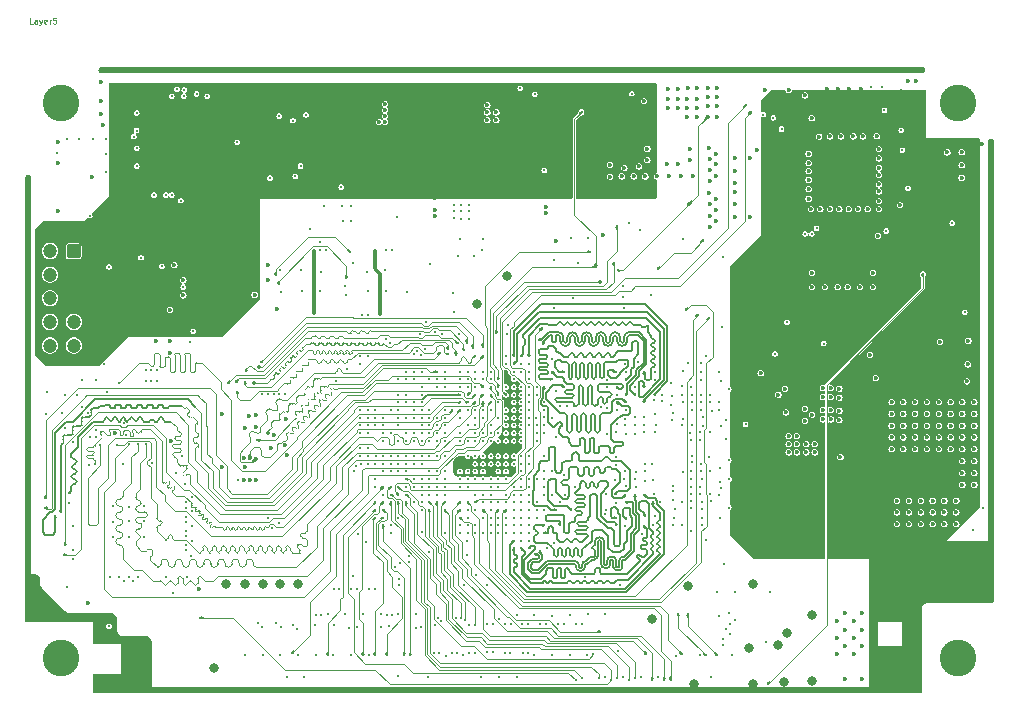
<source format=gbr>
%TF.GenerationSoftware,KiCad,Pcbnew,8.99.0-2767-g6be6680d8c*%
%TF.CreationDate,2024-10-27T19:28:17+01:00*%
%TF.ProjectId,SBC,5342432e-6b69-4636-9164-5f7063625858,rev?*%
%TF.SameCoordinates,Original*%
%TF.FileFunction,Copper,L5,Inr*%
%TF.FilePolarity,Positive*%
%FSLAX46Y46*%
G04 Gerber Fmt 4.6, Leading zero omitted, Abs format (unit mm)*
G04 Created by KiCad (PCBNEW 8.99.0-2767-g6be6680d8c) date 2024-10-27 19:28:17*
%MOMM*%
%LPD*%
G01*
G04 APERTURE LIST*
G04 Aperture macros list*
%AMRoundRect*
0 Rectangle with rounded corners*
0 $1 Rounding radius*
0 $2 $3 $4 $5 $6 $7 $8 $9 X,Y pos of 4 corners*
0 Add a 4 corners polygon primitive as box body*
4,1,4,$2,$3,$4,$5,$6,$7,$8,$9,$2,$3,0*
0 Add four circle primitives for the rounded corners*
1,1,$1+$1,$2,$3*
1,1,$1+$1,$4,$5*
1,1,$1+$1,$6,$7*
1,1,$1+$1,$8,$9*
0 Add four rect primitives between the rounded corners*
20,1,$1+$1,$2,$3,$4,$5,0*
20,1,$1+$1,$4,$5,$6,$7,0*
20,1,$1+$1,$6,$7,$8,$9,0*
20,1,$1+$1,$8,$9,$2,$3,0*%
G04 Aperture macros list end*
%ADD10C,0.100000*%
%TA.AperFunction,NonConductor*%
%ADD11C,0.100000*%
%TD*%
%TA.AperFunction,ComponentPad*%
%ADD12RoundRect,0.250000X-0.350000X0.350000X-0.350000X-0.350000X0.350000X-0.350000X0.350000X0.350000X0*%
%TD*%
%TA.AperFunction,ComponentPad*%
%ADD13C,1.200000*%
%TD*%
%TA.AperFunction,ComponentPad*%
%ADD14C,0.300000*%
%TD*%
%TA.AperFunction,ComponentPad*%
%ADD15C,3.100000*%
%TD*%
%TA.AperFunction,ComponentPad*%
%ADD16C,0.500000*%
%TD*%
%TA.AperFunction,ViaPad*%
%ADD17C,0.800000*%
%TD*%
%TA.AperFunction,ViaPad*%
%ADD18C,0.300000*%
%TD*%
%TA.AperFunction,ViaPad*%
%ADD19C,0.360000*%
%TD*%
%TA.AperFunction,Conductor*%
%ADD20C,0.110000*%
%TD*%
%TA.AperFunction,Conductor*%
%ADD21C,0.120000*%
%TD*%
%TA.AperFunction,Conductor*%
%ADD22C,0.140000*%
%TD*%
%TA.AperFunction,Conductor*%
%ADD23C,0.130000*%
%TD*%
%TA.AperFunction,Conductor*%
%ADD24C,0.350000*%
%TD*%
%TA.AperFunction,Conductor*%
%ADD25C,0.300000*%
%TD*%
G04 APERTURE END LIST*
D10*
D11*
X59200412Y-74851623D02*
X58962317Y-74851623D01*
X58962317Y-74851623D02*
X58962317Y-74351623D01*
X59581365Y-74851623D02*
X59581365Y-74589718D01*
X59581365Y-74589718D02*
X59557555Y-74542099D01*
X59557555Y-74542099D02*
X59509936Y-74518290D01*
X59509936Y-74518290D02*
X59414698Y-74518290D01*
X59414698Y-74518290D02*
X59367079Y-74542099D01*
X59581365Y-74827814D02*
X59533746Y-74851623D01*
X59533746Y-74851623D02*
X59414698Y-74851623D01*
X59414698Y-74851623D02*
X59367079Y-74827814D01*
X59367079Y-74827814D02*
X59343270Y-74780194D01*
X59343270Y-74780194D02*
X59343270Y-74732575D01*
X59343270Y-74732575D02*
X59367079Y-74684956D01*
X59367079Y-74684956D02*
X59414698Y-74661147D01*
X59414698Y-74661147D02*
X59533746Y-74661147D01*
X59533746Y-74661147D02*
X59581365Y-74637337D01*
X59771841Y-74518290D02*
X59890889Y-74851623D01*
X60009936Y-74518290D02*
X59890889Y-74851623D01*
X59890889Y-74851623D02*
X59843270Y-74970671D01*
X59843270Y-74970671D02*
X59819460Y-74994480D01*
X59819460Y-74994480D02*
X59771841Y-75018290D01*
X60390888Y-74827814D02*
X60343269Y-74851623D01*
X60343269Y-74851623D02*
X60248031Y-74851623D01*
X60248031Y-74851623D02*
X60200412Y-74827814D01*
X60200412Y-74827814D02*
X60176603Y-74780194D01*
X60176603Y-74780194D02*
X60176603Y-74589718D01*
X60176603Y-74589718D02*
X60200412Y-74542099D01*
X60200412Y-74542099D02*
X60248031Y-74518290D01*
X60248031Y-74518290D02*
X60343269Y-74518290D01*
X60343269Y-74518290D02*
X60390888Y-74542099D01*
X60390888Y-74542099D02*
X60414698Y-74589718D01*
X60414698Y-74589718D02*
X60414698Y-74637337D01*
X60414698Y-74637337D02*
X60176603Y-74684956D01*
X60628983Y-74851623D02*
X60628983Y-74518290D01*
X60628983Y-74613528D02*
X60652793Y-74565909D01*
X60652793Y-74565909D02*
X60676602Y-74542099D01*
X60676602Y-74542099D02*
X60724221Y-74518290D01*
X60724221Y-74518290D02*
X60771840Y-74518290D01*
X61176602Y-74351623D02*
X60938507Y-74351623D01*
X60938507Y-74351623D02*
X60914698Y-74589718D01*
X60914698Y-74589718D02*
X60938507Y-74565909D01*
X60938507Y-74565909D02*
X60986126Y-74542099D01*
X60986126Y-74542099D02*
X61105174Y-74542099D01*
X61105174Y-74542099D02*
X61152793Y-74565909D01*
X61152793Y-74565909D02*
X61176602Y-74589718D01*
X61176602Y-74589718D02*
X61200412Y-74637337D01*
X61200412Y-74637337D02*
X61200412Y-74756385D01*
X61200412Y-74756385D02*
X61176602Y-74804004D01*
X61176602Y-74804004D02*
X61152793Y-74827814D01*
X61152793Y-74827814D02*
X61105174Y-74851623D01*
X61105174Y-74851623D02*
X60986126Y-74851623D01*
X60986126Y-74851623D02*
X60938507Y-74827814D01*
X60938507Y-74827814D02*
X60914698Y-74804004D01*
D12*
%TO.N,Net-(J2-Pin_1)*%
%TO.C,J2*%
X62677481Y-94118014D03*
D13*
%TO.N,JTAG_TMS*%
X60677481Y-94118014D03*
%TO.N,GND*%
X62677481Y-96118014D03*
%TO.N,JTAG_TCK*%
X60677481Y-96118014D03*
%TO.N,GND*%
X62677481Y-98118014D03*
%TO.N,JTAG_TDO*%
X60677481Y-98118014D03*
%TO.N,Net-(J2-Pin_7)*%
X62677481Y-100118014D03*
%TO.N,JTAG_TDI*%
X60677481Y-100118014D03*
%TO.N,Net-(J2-Pin_9)*%
X62677481Y-102118014D03*
%TO.N,Net-(D9-K)*%
X60677481Y-102118014D03*
%TD*%
D14*
%TO.N,GND*%
%TO.C,U6*%
X68751281Y-105159014D03*
X69251281Y-105159014D03*
X69751281Y-105159014D03*
X68751281Y-104159014D03*
X69251281Y-104159014D03*
X69751281Y-104159014D03*
%TD*%
D15*
%TO.N,Net-(C290-Pad1)*%
%TO.C,H3*%
X61565481Y-81545014D03*
%TD*%
%TO.N,Net-(C288-Pad1)*%
%TO.C,H1*%
X137565481Y-81545014D03*
%TD*%
%TO.N,Net-(C289-Pad1)*%
%TO.C,H2*%
X61565481Y-128545014D03*
%TD*%
D16*
%TO.N,GND*%
%TO.C,U1*%
X125893462Y-85120028D03*
X125893462Y-86295028D03*
X125893462Y-87470028D03*
X125893462Y-88645028D03*
X125893462Y-89820028D03*
X126893462Y-85120028D03*
X126893462Y-86295028D03*
X126893462Y-87470028D03*
X126893462Y-88645028D03*
X126893462Y-89820028D03*
X127893462Y-85120028D03*
X127893462Y-86295028D03*
X127893462Y-87470028D03*
X127893462Y-88645028D03*
X127893462Y-89820028D03*
X128893462Y-85120028D03*
X128893462Y-86295028D03*
X128893462Y-87470028D03*
X128893462Y-88645028D03*
X128893462Y-89820028D03*
X129893462Y-85120028D03*
X129893462Y-86295028D03*
X129893462Y-87470028D03*
X129893462Y-88645028D03*
X129893462Y-89820028D03*
%TD*%
D15*
%TO.N,Net-(C291-Pad1)*%
%TO.C,H4*%
X137565481Y-128545014D03*
%TD*%
D17*
%TO.N,GND*%
X122880481Y-112736014D03*
D18*
X77977481Y-81218014D03*
X140318681Y-120409414D03*
X58693462Y-96720028D03*
X114895000Y-110101400D03*
D19*
X128885481Y-98766014D03*
X116543462Y-92057528D03*
D18*
X79125481Y-116746014D03*
D19*
X102650481Y-88857014D03*
X65120000Y-83430400D03*
D18*
X68620000Y-115692900D03*
D19*
X64970216Y-82503204D03*
D18*
X96020000Y-108880400D03*
X104693462Y-78720028D03*
D19*
X129893462Y-110220028D03*
D18*
X72685081Y-131376614D03*
X58683081Y-92902214D03*
X140343462Y-108370028D03*
D19*
X126443462Y-80370028D03*
D18*
X58693462Y-101720028D03*
X92770000Y-112780400D03*
D17*
X114665481Y-122457014D03*
D19*
X79090181Y-95269314D03*
D18*
X71693462Y-78720028D03*
X62120000Y-84630400D03*
X83611081Y-95876214D03*
X97165481Y-130179514D03*
X111776400Y-106730000D03*
X72300000Y-121712900D03*
X140343462Y-104370028D03*
D19*
X130193462Y-99420028D03*
D18*
X117435000Y-105148400D03*
X65377481Y-84618014D03*
D19*
X79832321Y-85458099D03*
X134818462Y-90225028D03*
D18*
X140318681Y-114409414D03*
X89520000Y-111480400D03*
X103495000Y-105955400D03*
X91470000Y-107580400D03*
X101220000Y-104980400D03*
D17*
X125165481Y-124900514D03*
D18*
X78600000Y-106225000D03*
D17*
X137365481Y-120520028D03*
D18*
X100570000Y-108880400D03*
X90043481Y-91196014D03*
X113420000Y-113980400D03*
D19*
X59515481Y-125070014D03*
X135870000Y-90470400D03*
D18*
X113420000Y-115230400D03*
X113670000Y-128430900D03*
X96020000Y-116030400D03*
D19*
X85728981Y-81410014D03*
D18*
X140318681Y-117409414D03*
X99270000Y-110180400D03*
X140318681Y-122409414D03*
X92120000Y-108230400D03*
X140343462Y-101415014D03*
X140320000Y-85230400D03*
X129693462Y-131370028D03*
X82677481Y-92212014D03*
X140320000Y-89430400D03*
X79600000Y-106225000D03*
X58693462Y-97720028D03*
X88693462Y-131370028D03*
X99270000Y-111480400D03*
X76777481Y-83218014D03*
X106165481Y-128346014D03*
X67320000Y-118292900D03*
X96020000Y-107580400D03*
D19*
X72202481Y-83873014D03*
X135890481Y-123770014D03*
X67249481Y-90392014D03*
D18*
X65227481Y-103668014D03*
D17*
X122880481Y-119721014D03*
D19*
X129243462Y-99420028D03*
D18*
X90693462Y-78720028D03*
D19*
X70932481Y-85143014D03*
X64715481Y-125720014D03*
D18*
X97320000Y-113430400D03*
X58683081Y-93902214D03*
X91693462Y-78720028D03*
X66020000Y-115692900D03*
X138843462Y-120720028D03*
X97320000Y-109530400D03*
X132749481Y-80475014D03*
X92871481Y-95198014D03*
X58693462Y-122720028D03*
X58693462Y-98720028D03*
X122693462Y-78720028D03*
D19*
X85565481Y-84830900D03*
D18*
X99465481Y-100345014D03*
X77977481Y-85218014D03*
X97320000Y-112130400D03*
X58693462Y-117720028D03*
X86693462Y-131370028D03*
D19*
X124855962Y-98820028D03*
X134436481Y-78782014D03*
D17*
X137365481Y-122395014D03*
D18*
X65720000Y-121730400D03*
X114133000Y-105529400D03*
X80693462Y-131370028D03*
X111920000Y-116530400D03*
X110196000Y-109593400D03*
X95365481Y-93095014D03*
X140320000Y-86230400D03*
X100165481Y-130179514D03*
D19*
X128343462Y-80370028D03*
D18*
X65444481Y-85905014D03*
X92120000Y-117930400D03*
X116693462Y-131370028D03*
D19*
X64715481Y-131245014D03*
D17*
X111665481Y-125233014D03*
D18*
X88220000Y-114080400D03*
D19*
X137160191Y-84971449D03*
D18*
X123693462Y-78720028D03*
X95693462Y-78720028D03*
D19*
X64986726Y-81372269D03*
D18*
X87693462Y-131370028D03*
X131693462Y-131370028D03*
X109149481Y-98001014D03*
X58693462Y-120720028D03*
X101220000Y-103680400D03*
D19*
X67790481Y-128545014D03*
D18*
X127693462Y-131370028D03*
X90820000Y-114080400D03*
X115784000Y-107561400D03*
X106191681Y-124832214D03*
X92770000Y-108230400D03*
D17*
X115165481Y-130745014D03*
D19*
X117043462Y-90607528D03*
X124878462Y-106733429D03*
D18*
X85565481Y-87860014D03*
D19*
X136825000Y-90470400D03*
D18*
X96020000Y-104330400D03*
X138843462Y-121720028D03*
X119693462Y-131370028D03*
X133840481Y-94970014D03*
X58683081Y-90902214D03*
X90170000Y-106930400D03*
X107665481Y-130146014D03*
D19*
X128893462Y-110220028D03*
D18*
X101930500Y-113435280D03*
D19*
X85982981Y-82807014D03*
D18*
X81985481Y-97501814D03*
X63153481Y-84666014D03*
X101870000Y-108880400D03*
X99270000Y-114730400D03*
X108545000Y-109466400D03*
D19*
X72227481Y-85168014D03*
D18*
X129621481Y-78747814D03*
D19*
X127393462Y-80370028D03*
D18*
X132693462Y-131370028D03*
X130693462Y-131370028D03*
X68620000Y-116992900D03*
X92762384Y-104976717D03*
X140343462Y-107370028D03*
X114903881Y-115866014D03*
X140343462Y-112370028D03*
X85693462Y-78720028D03*
X90163035Y-124848460D03*
D19*
X85677481Y-82118014D03*
D18*
X102520000Y-116030400D03*
X114937279Y-105665169D03*
X103143681Y-103230400D03*
D17*
X131365481Y-129395014D03*
D18*
X125621481Y-78747814D03*
X77944481Y-92635014D03*
X118693462Y-131370028D03*
D19*
X117043462Y-87757528D03*
D18*
X114693462Y-78720028D03*
X87165481Y-124846014D03*
X89122881Y-97501814D03*
X79693462Y-78720028D03*
D19*
X126255962Y-99320028D03*
D18*
X102720000Y-119230400D03*
X89520000Y-117330400D03*
X72577481Y-92618014D03*
D17*
X123093462Y-126470028D03*
D18*
X108672000Y-107561400D03*
D19*
X73472481Y-86540014D03*
D18*
X140343462Y-105370028D03*
X58693462Y-107720028D03*
X87420000Y-118780400D03*
X99920000Y-107580400D03*
X117693462Y-78720028D03*
D19*
X91697981Y-88268014D03*
D18*
X103693462Y-131370028D03*
X85846281Y-104131214D03*
X140343462Y-90370028D03*
X109693462Y-131370028D03*
X98665481Y-125230014D03*
D17*
X99358481Y-96223014D03*
D18*
X67320000Y-115792900D03*
X69412481Y-93895014D03*
X140320000Y-88630400D03*
X96670000Y-117330400D03*
D19*
X77100000Y-113525000D03*
X124878462Y-105896627D03*
D18*
X72693462Y-78720028D03*
X94070000Y-114730400D03*
X140318681Y-123409414D03*
D19*
X65690481Y-126695014D03*
X129893462Y-106820028D03*
D18*
X117165481Y-122946014D03*
D19*
X93221981Y-89030014D03*
D18*
X92120000Y-112130400D03*
X91470000Y-104330400D03*
X97320000Y-111480400D03*
X95370000Y-109530400D03*
X140343462Y-92370028D03*
X109327626Y-103711393D03*
D19*
X131818462Y-80965028D03*
D18*
X103165481Y-128290514D03*
D19*
X101253481Y-87841014D03*
X126893462Y-81070028D03*
D18*
X102076286Y-85275614D03*
X115670000Y-114080400D03*
D17*
X121610481Y-115911014D03*
D18*
X96693462Y-131370028D03*
X117611081Y-94613814D03*
X89693462Y-78720028D03*
D19*
X64715481Y-130270014D03*
D18*
X96020000Y-110180400D03*
D19*
X61313481Y-86699014D03*
X124893462Y-106320028D03*
D18*
X97320000Y-114730400D03*
X117420000Y-112480400D03*
X121665481Y-122946014D03*
D19*
X131205962Y-94570028D03*
D18*
X68693462Y-78720028D03*
D19*
X122927481Y-106768014D03*
D18*
X110255681Y-112792614D03*
D19*
X128655962Y-82920028D03*
D18*
X58693462Y-95720028D03*
X71177481Y-92618014D03*
X114265481Y-93065014D03*
X94865481Y-99295014D03*
X92693462Y-131370028D03*
X86770000Y-118080400D03*
X66020000Y-117092900D03*
D19*
X134847962Y-89325028D03*
D18*
X99920000Y-105630400D03*
X86693462Y-78720028D03*
X115770000Y-112130400D03*
D19*
X124243462Y-106720028D03*
D18*
X90170000Y-108880400D03*
X109470000Y-114030400D03*
X99270000Y-108880400D03*
X104915481Y-98096014D03*
D19*
X70932481Y-86413014D03*
D18*
X107805481Y-82745014D03*
D19*
X132622481Y-82507014D03*
X73527281Y-98187614D03*
D18*
X99270000Y-117980400D03*
X58693462Y-102720028D03*
X80277481Y-88212014D03*
D19*
X130693462Y-98770028D03*
D18*
X81883881Y-95749214D03*
D19*
X84339551Y-88405134D03*
D18*
X130138591Y-80221514D03*
D19*
X128793462Y-81070028D03*
X75251687Y-112374401D03*
X127893462Y-81070028D03*
D18*
X58693462Y-116720028D03*
X106714481Y-84784014D03*
X107783000Y-105021400D03*
X91665481Y-124846014D03*
X119315481Y-98195014D03*
D19*
X129393462Y-109620028D03*
D18*
X105030562Y-81272095D03*
X140343462Y-100415014D03*
X97970000Y-114080400D03*
D19*
X107476481Y-92774514D03*
X135971471Y-84971449D03*
D18*
X97970000Y-113430400D03*
X79100000Y-106225000D03*
X113371000Y-107815400D03*
X92665481Y-130141495D03*
X58693462Y-112720028D03*
D19*
X131143462Y-99420028D03*
D18*
X87570000Y-103030400D03*
D19*
X66377481Y-85418014D03*
D18*
X95370000Y-110180400D03*
X89693462Y-131370028D03*
D19*
X117043462Y-89707528D03*
D18*
X117370000Y-113630400D03*
X103320000Y-118830400D03*
X104693462Y-131370028D03*
X95693462Y-131370028D03*
D19*
X138720000Y-90470400D03*
D17*
X125165481Y-130516014D03*
D18*
X116546000Y-109466400D03*
D19*
X129693462Y-98770028D03*
X134265481Y-131245014D03*
D17*
X133365481Y-129395014D03*
D19*
X93221981Y-89665014D03*
X124355962Y-99370028D03*
D18*
X124693462Y-131370028D03*
X95265481Y-101145014D03*
D19*
X95472286Y-84285014D03*
D18*
X92025481Y-101145014D03*
X140318681Y-121409414D03*
X86165481Y-128346014D03*
X116673000Y-107688400D03*
X87665481Y-128335014D03*
X88870000Y-112780400D03*
X100570000Y-103680400D03*
X58693462Y-99720028D03*
D17*
X133365481Y-122395014D03*
D18*
X94070000Y-110180400D03*
X82477481Y-81818014D03*
X76693462Y-131370028D03*
X94165481Y-128369014D03*
D19*
X65003236Y-79779054D03*
D18*
X58683081Y-91902214D03*
D17*
X122880481Y-117816014D03*
D18*
X123693462Y-131370028D03*
X104665481Y-128346014D03*
D19*
X125755962Y-98820028D03*
D18*
X100175481Y-124965014D03*
D19*
X76402681Y-95936814D03*
X72202481Y-86413014D03*
D18*
X113693462Y-131370028D03*
X77165481Y-128346014D03*
D17*
X122783992Y-130606543D03*
D18*
X140343462Y-93370028D03*
X58835481Y-87841014D03*
D19*
X92436481Y-85855014D03*
X129893462Y-107820028D03*
D18*
X58693462Y-100720028D03*
X117693462Y-131370028D03*
X105693462Y-78720028D03*
X140343462Y-110370028D03*
D19*
X65882500Y-124890400D03*
X94903481Y-84666014D03*
D18*
X103155481Y-125016014D03*
X138843462Y-119720028D03*
X70685081Y-131376614D03*
X83693462Y-131370028D03*
X99270000Y-117330400D03*
X93693462Y-131370028D03*
X140343462Y-102370028D03*
X105376567Y-95098792D03*
D19*
X73599481Y-83873014D03*
D18*
X100570000Y-113430400D03*
X100693462Y-131370028D03*
X94693462Y-131370028D03*
X140265481Y-98545014D03*
X120693462Y-131370028D03*
X58693462Y-119720028D03*
X101220000Y-118630400D03*
D19*
X139611926Y-85053999D03*
X126755962Y-98820028D03*
D18*
X116665481Y-130146014D03*
X109590481Y-86045014D03*
D19*
X138505756Y-85020979D03*
D18*
X138843462Y-123720028D03*
D19*
X129893462Y-108820028D03*
D18*
X58693462Y-109720028D03*
X94070000Y-112780400D03*
D19*
X117043462Y-85857528D03*
D18*
X83693462Y-78720028D03*
X67458329Y-98660965D03*
X108672000Y-106291400D03*
D19*
X86315481Y-84331014D03*
X133615481Y-78782014D03*
D18*
X68620000Y-118292900D03*
X107665481Y-124845014D03*
D19*
X120565481Y-85577528D03*
D18*
X94693462Y-78720028D03*
X140343462Y-113370028D03*
X87693462Y-78720028D03*
X58693462Y-103720028D03*
D17*
X135365481Y-122395014D03*
D18*
X77977481Y-91618014D03*
D17*
X131365481Y-120520028D03*
D18*
X101665481Y-128290514D03*
D19*
X102650481Y-89365014D03*
X116543462Y-91107528D03*
X116493462Y-89207528D03*
D18*
X109265481Y-98918014D03*
X120693462Y-78720028D03*
D19*
X64715481Y-126695014D03*
D18*
X75693462Y-131370028D03*
D19*
X67315481Y-127345014D03*
X77546846Y-108071846D03*
D18*
X102520000Y-114730400D03*
X140318681Y-116409414D03*
D19*
X84323041Y-87629164D03*
D18*
X92490481Y-100151014D03*
X77693462Y-78720028D03*
X82693462Y-131370028D03*
X98693462Y-131370028D03*
X92120000Y-114730400D03*
X81693462Y-78720028D03*
X131621481Y-78747814D03*
D19*
X65003236Y-78887514D03*
X117043462Y-86757528D03*
D18*
X109645481Y-91727028D03*
X115784000Y-103624400D03*
X75693462Y-78720028D03*
X97693462Y-131370028D03*
X140318681Y-119409414D03*
X108693462Y-131370028D03*
D19*
X128185481Y-99416014D03*
D18*
X108693462Y-78720028D03*
X62640000Y-110292900D03*
D19*
X94903481Y-85555014D03*
D18*
X93420000Y-110180400D03*
X67320000Y-116992900D03*
X87573481Y-97502314D03*
X86920000Y-103680400D03*
X140343462Y-103370028D03*
D19*
X134315481Y-128495014D03*
X102650481Y-90889014D03*
D18*
X94070000Y-108230400D03*
D19*
X132505962Y-89220028D03*
D18*
X110693462Y-131370028D03*
X140343462Y-109370028D03*
X101693462Y-131370028D03*
X88250981Y-111492900D03*
D19*
X61313481Y-90699014D03*
D18*
X102693462Y-131370028D03*
D19*
X63415481Y-125070014D03*
X128893462Y-111570028D03*
D17*
X121610481Y-119721014D03*
D19*
X123255962Y-90720028D03*
X65427481Y-92768014D03*
D18*
X64320000Y-84630400D03*
X97320000Y-110180400D03*
D19*
X134265481Y-123770014D03*
X86565481Y-83188014D03*
X137780000Y-90470400D03*
X73552681Y-95936814D03*
X124893462Y-105470028D03*
X67315481Y-129945014D03*
D18*
X91470000Y-114080400D03*
X90820000Y-111480400D03*
D17*
X96808481Y-98623014D03*
D18*
X73693462Y-78720028D03*
D19*
X116543462Y-88207528D03*
D18*
X96565481Y-94495014D03*
X90170000Y-104980400D03*
X97970000Y-104330400D03*
X108626800Y-112216400D03*
D19*
X70932481Y-83873014D03*
D18*
X77977481Y-87218014D03*
X111855881Y-105020214D03*
X90170000Y-106280400D03*
X115055481Y-111486014D03*
X78693462Y-131370028D03*
D19*
X121193462Y-80497528D03*
X134465962Y-84630028D03*
X134465962Y-83680028D03*
X76402681Y-98236814D03*
D18*
X78665481Y-128346014D03*
D19*
X129893462Y-111570028D03*
D18*
X115870000Y-115917273D03*
X99693462Y-78720028D03*
X138065481Y-96045014D03*
D19*
X81252181Y-84789444D03*
D18*
X66693462Y-78720028D03*
D19*
X94456286Y-81821214D03*
D17*
X135365481Y-120520028D03*
D19*
X130755962Y-94570028D03*
D18*
X140343462Y-111370028D03*
D19*
X121365481Y-110570014D03*
D18*
X58693462Y-114720028D03*
D19*
X95472286Y-85809014D03*
D18*
X140265481Y-99445014D03*
X138843462Y-122720028D03*
X103693462Y-78720028D03*
X88665481Y-124846014D03*
D19*
X65427481Y-90568014D03*
D18*
X92770000Y-114730400D03*
X67693462Y-78720028D03*
D19*
X62440481Y-125070014D03*
D18*
X70693462Y-78720028D03*
X69693462Y-78720028D03*
X115693462Y-78720028D03*
X83165481Y-128346014D03*
X101220000Y-117330400D03*
X105693462Y-131370028D03*
X112693462Y-78720028D03*
D19*
X124643462Y-92050028D03*
D18*
X61970281Y-106264814D03*
X99270000Y-112130400D03*
X74693462Y-78720028D03*
X66020000Y-118292900D03*
X93420000Y-108230400D03*
D17*
X119855481Y-127755014D03*
X133365481Y-124395014D03*
X75590481Y-122345014D03*
D18*
X98693462Y-78720028D03*
D19*
X66417481Y-87018014D03*
D18*
X92770000Y-107580400D03*
D19*
X83794721Y-86869704D03*
D18*
X92120000Y-106930400D03*
X76619481Y-92635014D03*
D19*
X133290481Y-79713014D03*
D18*
X99270000Y-103030400D03*
X67685081Y-131376614D03*
X96670000Y-114730400D03*
D17*
X74523872Y-129442223D03*
D18*
X106693462Y-131370028D03*
X108620000Y-115430400D03*
X89046681Y-95698414D03*
D19*
X122865353Y-104250528D03*
D18*
X58693462Y-104720028D03*
D19*
X116543462Y-87257528D03*
D18*
X83560281Y-97501814D03*
X88870000Y-109530400D03*
X111847000Y-107942400D03*
X107620000Y-116380400D03*
X111565481Y-97845014D03*
X122693462Y-131370028D03*
X60420000Y-106018462D03*
D19*
X85601981Y-85601014D03*
D18*
X136865481Y-98745014D03*
X140343462Y-94370028D03*
X116693462Y-78720028D03*
X93420000Y-114730400D03*
X120955481Y-106235014D03*
X113693462Y-78720028D03*
D17*
X120165481Y-130745014D03*
D18*
X93420000Y-112780400D03*
X114693462Y-131370028D03*
X100570000Y-109530400D03*
X101220000Y-112130400D03*
X99693462Y-131370028D03*
D19*
X80567016Y-85474609D03*
D18*
X89520000Y-107580400D03*
D19*
X128393462Y-109620028D03*
X131705962Y-94570028D03*
D18*
X98665481Y-130195014D03*
D19*
X72400881Y-99000414D03*
D18*
X68685081Y-131376614D03*
D17*
X80165481Y-122345014D03*
D18*
X99270000Y-103680400D03*
D19*
X73242500Y-122730400D03*
X65690481Y-131245014D03*
D18*
X97970000Y-114730400D03*
X100693462Y-78720028D03*
X65377481Y-87418014D03*
X140343462Y-106370028D03*
X109165481Y-130146014D03*
X101693462Y-78720028D03*
X96020000Y-112780400D03*
X77977481Y-80018014D03*
X117434996Y-108958400D03*
X97970000Y-107580400D03*
X92120000Y-111480400D03*
D17*
X133365481Y-120520028D03*
D19*
X116493462Y-85357528D03*
D18*
X112165481Y-130146014D03*
X139643462Y-115870028D03*
X97970000Y-117330400D03*
D19*
X74952681Y-97174314D03*
X63920000Y-123952900D03*
X61375481Y-84920014D03*
D18*
X83539924Y-93381971D03*
X130621481Y-78747814D03*
D19*
X134493826Y-82618774D03*
D18*
X58693462Y-110720028D03*
D19*
X65427481Y-91618014D03*
D18*
X100570000Y-116680400D03*
X101220000Y-107580400D03*
X80588481Y-106214014D03*
X95370000Y-117980400D03*
D17*
X121610481Y-117816014D03*
D18*
X99920000Y-114080400D03*
X99270000Y-115380400D03*
D19*
X79620000Y-109730400D03*
D18*
X90693462Y-131370028D03*
X102693462Y-78720028D03*
D17*
X131365481Y-124395014D03*
D18*
X131138591Y-80221514D03*
X140320000Y-87830400D03*
D19*
X116543462Y-90157528D03*
D18*
X58693462Y-115720028D03*
D19*
X72831281Y-99838614D03*
D18*
X140343462Y-95370028D03*
D19*
X127593462Y-110220028D03*
D18*
X107693462Y-78720028D03*
D19*
X78100000Y-113525000D03*
D18*
X84665481Y-128346014D03*
X91693462Y-131370028D03*
D19*
X125305962Y-99320028D03*
D18*
X82693462Y-78720028D03*
X58683081Y-88902214D03*
X99920000Y-116680400D03*
D19*
X122880000Y-93030400D03*
D18*
X109693462Y-78720028D03*
X111693462Y-78720028D03*
D19*
X102650481Y-90381014D03*
D18*
X117308000Y-106926400D03*
X69685081Y-131376614D03*
D19*
X129293462Y-80370028D03*
D18*
X121693462Y-78720028D03*
X126621481Y-78747814D03*
X128621481Y-78747814D03*
D19*
X93221981Y-91189014D03*
D17*
X122295481Y-127475014D03*
D18*
X88693462Y-78720028D03*
X121693462Y-131370028D03*
X87497281Y-95901614D03*
X85665481Y-124846014D03*
X102520000Y-111480400D03*
X100570000Y-118630400D03*
X77693462Y-131370028D03*
X93693462Y-78720028D03*
X109149481Y-97051014D03*
X61248481Y-85809014D03*
X140318681Y-115409414D03*
X91470000Y-108230400D03*
D19*
X129293462Y-107320028D03*
D18*
X140320000Y-87030400D03*
X133693462Y-131370028D03*
D19*
X116543462Y-86307528D03*
D18*
X102515481Y-85445014D03*
X70245481Y-89835014D03*
X77977481Y-84418014D03*
X80693462Y-78720028D03*
X70657081Y-97374814D03*
X124621481Y-78747814D03*
X107693462Y-131370028D03*
X101665481Y-124946014D03*
D17*
X81665481Y-122345014D03*
D18*
X66450000Y-101120000D03*
X138843462Y-117720028D03*
D19*
X94837286Y-80932214D03*
D18*
X127621481Y-78747814D03*
X111693462Y-131370028D03*
D17*
X131365481Y-122395014D03*
D19*
X80700000Y-111425000D03*
D18*
X78693462Y-78720028D03*
X138065481Y-93545014D03*
X76693462Y-78720028D03*
X107275000Y-107307400D03*
X93477481Y-125143014D03*
X89520000Y-112780400D03*
D19*
X70885681Y-110201814D03*
X93221981Y-90681014D03*
D18*
X79693462Y-131370028D03*
X71685081Y-131376614D03*
X140265481Y-97545014D03*
X84693462Y-131370028D03*
D17*
X122880481Y-115911014D03*
D18*
X58693462Y-113720028D03*
X97693462Y-78720028D03*
X115693462Y-131370028D03*
X90170000Y-111480400D03*
D19*
X133638481Y-82507014D03*
D18*
X58693462Y-121720028D03*
D19*
X129293462Y-108320028D03*
D18*
X140318681Y-118409414D03*
X113303000Y-106374200D03*
X132621481Y-78747814D03*
X110204881Y-105655214D03*
X110665481Y-130146014D03*
D19*
X134365481Y-124545014D03*
D18*
X91470000Y-113430400D03*
X58683081Y-94902214D03*
X95052481Y-125168014D03*
X112693462Y-131370028D03*
X58683081Y-89902214D03*
X92120000Y-107580400D03*
D17*
X77165481Y-122345014D03*
D18*
X58693462Y-111720028D03*
X106693462Y-78720028D03*
X96693462Y-78720028D03*
X92120000Y-110180400D03*
X90165481Y-130125514D03*
D19*
X94837286Y-82583214D03*
D18*
X115657000Y-109466400D03*
D19*
X129293462Y-106320028D03*
D18*
X81665481Y-128346014D03*
X110196000Y-108196400D03*
X110693462Y-78720028D03*
X62945000Y-106308462D03*
D19*
X134019481Y-79713014D03*
D18*
X58693462Y-124720028D03*
D19*
X127205962Y-99320028D03*
D18*
X90170000Y-110180400D03*
D19*
X60490481Y-125070014D03*
D18*
X119693462Y-78720028D03*
X95665481Y-128345014D03*
X80080481Y-106214014D03*
D19*
X73599481Y-85143014D03*
D18*
X58693462Y-123720028D03*
X116420000Y-111530400D03*
D19*
X117043462Y-91607528D03*
D18*
X58693462Y-108720028D03*
X111720000Y-113480400D03*
D19*
X65690481Y-130270014D03*
D18*
X99270000Y-108230400D03*
X99270000Y-112780400D03*
X58693462Y-105720028D03*
D19*
X80650000Y-108375000D03*
D18*
X71062500Y-123040400D03*
X80165481Y-128346014D03*
X95370000Y-112780400D03*
D19*
X103539481Y-93241014D03*
D18*
X84693462Y-78720028D03*
X118693462Y-78720028D03*
X99270000Y-109530400D03*
X111770000Y-114680400D03*
X84165481Y-124846014D03*
D19*
X134893462Y-85277528D03*
D18*
X104665481Y-124919514D03*
D17*
X78665481Y-122345014D03*
D18*
X92693462Y-78720028D03*
X138843462Y-118720028D03*
X117534881Y-100582814D03*
X97320000Y-112780400D03*
X66685081Y-131376614D03*
X77977481Y-90418014D03*
X100570000Y-112130400D03*
X103377481Y-98918014D03*
D19*
X64262481Y-87829014D03*
X129393462Y-110870028D03*
D18*
X74685081Y-131376614D03*
X81693462Y-131370028D03*
X65470000Y-106018462D03*
D17*
X120165481Y-122345014D03*
D18*
X73685081Y-131376614D03*
D19*
X66677481Y-92768014D03*
X95472286Y-85047014D03*
D18*
X108470000Y-113480400D03*
X91470000Y-111480400D03*
X117320000Y-114780400D03*
D19*
X61465481Y-125070014D03*
D18*
X140265481Y-96445014D03*
X95370000Y-108230400D03*
D19*
X95411481Y-83015014D03*
D18*
X58693462Y-118720028D03*
X58693462Y-106720028D03*
X118665481Y-122946014D03*
X77977481Y-86218014D03*
X85693462Y-131370028D03*
D19*
X128393462Y-110870028D03*
D18*
X140343462Y-91370028D03*
%TO.N,GBE0_MDI3_N*%
X72185800Y-119455400D03*
%TO.N,GBE0_MDI3_P*%
X72186800Y-119005400D03*
%TO.N,/IO/LED0*%
X67320000Y-121730400D03*
%TO.N,/IO/LED1*%
X66920000Y-122030400D03*
%TO.N,GBE0_MDI2_N*%
X72186800Y-118255400D03*
%TO.N,GBE0_MDI2_P*%
X72186800Y-117805400D03*
%TO.N,/MPU/VDDA_0P9*%
X97970898Y-108878794D03*
%TO.N,GBE0_MDI1_N*%
X72186800Y-117055400D03*
%TO.N,GBE0_MDI1_P*%
X72186800Y-116605400D03*
%TO.N,GBE0_MDI0_N*%
X72186800Y-115855400D03*
%TO.N,GBE0_MDI0_P*%
X72186800Y-115405400D03*
D19*
%TO.N,/POWER/SIC4020A_VDD*%
X122328462Y-106270028D03*
D18*
X126165481Y-101945014D03*
%TO.N,3.3V_SW*%
X114865481Y-90045014D03*
D19*
X115420981Y-82803014D03*
X137393462Y-116245028D03*
X133918462Y-108895028D03*
X128693462Y-84407528D03*
X134918462Y-110895028D03*
X115420981Y-82003014D03*
X136918462Y-109895028D03*
X133918462Y-106895028D03*
X131918462Y-109895028D03*
X127493462Y-90557528D03*
X130843462Y-85470028D03*
X129493462Y-84407528D03*
X115420981Y-81203014D03*
X138918462Y-112895028D03*
X133393462Y-117245028D03*
X137918462Y-113895028D03*
X137918462Y-110895028D03*
X138918462Y-111895028D03*
X130843462Y-90557528D03*
X134393462Y-116245028D03*
X124893462Y-89670028D03*
X138918462Y-113895028D03*
X113820981Y-81203014D03*
X132918462Y-110895028D03*
X117156481Y-82775014D03*
X123193462Y-80497528D03*
X135918462Y-106895028D03*
X127638838Y-84403766D03*
X135918462Y-107895028D03*
X133918462Y-109895028D03*
X133393462Y-115245028D03*
X138918462Y-109895028D03*
X132393462Y-115245028D03*
X136918462Y-107895028D03*
X116356481Y-81075014D03*
X134918462Y-106895028D03*
X131918462Y-107895028D03*
X135393462Y-117245028D03*
X130843462Y-87057528D03*
X117156481Y-80275014D03*
X122893462Y-105770028D03*
X113820981Y-82003014D03*
X131918462Y-108895028D03*
X136918462Y-110895028D03*
X136393462Y-117245028D03*
X116356481Y-81875014D03*
X113020981Y-80403014D03*
X115467481Y-80275014D03*
X113020981Y-82003014D03*
X137918462Y-109895028D03*
X124893462Y-88070028D03*
D18*
X117765481Y-120645014D03*
D19*
X136918462Y-108895028D03*
X136393462Y-116245028D03*
X131918462Y-110895028D03*
X130843462Y-87670028D03*
X135393462Y-116245028D03*
X129893462Y-90557528D03*
X125793462Y-84420028D03*
X124893462Y-87357528D03*
D18*
X121915481Y-82820014D03*
D19*
X138918462Y-107895028D03*
X114620981Y-81203014D03*
X137918462Y-107895028D03*
X113020981Y-81203014D03*
X134393462Y-115245028D03*
X137918462Y-112895028D03*
X129093462Y-90557528D03*
X117156481Y-81075014D03*
X131918462Y-106895028D03*
X137393462Y-117245028D03*
X137918462Y-108895028D03*
X116356481Y-82775014D03*
D18*
X99270000Y-107580400D03*
D19*
X132393462Y-116245028D03*
X116356481Y-80275014D03*
X117156481Y-81875014D03*
X130840643Y-89870028D03*
X124893462Y-85870028D03*
X114620981Y-82803014D03*
X114705481Y-80275014D03*
D18*
X137065481Y-91745014D03*
D19*
X134918462Y-108895028D03*
X135393462Y-115245028D03*
X120833500Y-104463796D03*
X126693462Y-84407528D03*
D18*
X101703767Y-80847014D03*
D19*
X136393462Y-115245028D03*
X128293462Y-90557528D03*
X126693462Y-90553941D03*
X132918462Y-108895028D03*
X138918462Y-108895028D03*
X135918462Y-110895028D03*
X135918462Y-109895028D03*
X130840643Y-89070028D03*
X136918462Y-106895028D03*
X137393462Y-115245028D03*
X132393462Y-117245028D03*
D18*
X108715481Y-95745014D03*
D19*
X134918462Y-107895028D03*
X133918462Y-107895028D03*
X134393462Y-117245028D03*
X124893462Y-86670028D03*
X130643462Y-84407528D03*
X132918462Y-109895028D03*
D18*
X109915481Y-80795014D03*
D19*
X124893462Y-88870028D03*
X133918462Y-110895028D03*
X125893462Y-90557528D03*
X137918462Y-111895028D03*
X132918462Y-106895028D03*
X138918462Y-110895028D03*
X137918462Y-106895028D03*
X135918462Y-108895028D03*
X130843462Y-86270028D03*
X134918462Y-109895028D03*
X113820981Y-80403014D03*
X130840643Y-88470028D03*
X133393462Y-116245028D03*
X114620981Y-82003014D03*
X125093462Y-90557528D03*
X132918462Y-107895028D03*
X138918462Y-106895028D03*
D18*
%TO.N,VBAT*%
X132749481Y-83895014D03*
X121260000Y-127220000D03*
%TO.N,I2C1_SCL*%
X89520000Y-114730400D03*
X106665481Y-128268014D03*
%TO.N,I2C1_SDA*%
X89520000Y-114080400D03*
X107165481Y-130243014D03*
%TO.N,I2C2_SCL*%
X108665481Y-130243014D03*
X72790681Y-100918014D03*
X86027481Y-94168014D03*
X79777481Y-96168014D03*
X90820000Y-115380400D03*
%TO.N,I2C2_SDA*%
X72537481Y-101818014D03*
X80027481Y-96918014D03*
X108165481Y-130431014D03*
X73404983Y-125168014D03*
X85767481Y-96378014D03*
X90170000Y-115380400D03*
%TO.N,I2C3_SCL*%
X109665481Y-130431014D03*
X90820000Y-114730400D03*
%TO.N,I2C3_SDA*%
X110165481Y-130243014D03*
X90170000Y-114080400D03*
%TO.N,USB1_OC*%
X95450344Y-125143014D03*
X92770000Y-116030400D03*
%TO.N,USB1_PWR_EN*%
X96612550Y-125807945D03*
X93420000Y-115380400D03*
%TO.N,UART2_TXD*%
X88870000Y-115380400D03*
X87165481Y-128346014D03*
%TO.N,UART2_RXD*%
X86664800Y-125907800D03*
%TO.N,UART1_TXD*%
X83132981Y-125762514D03*
%TO.N,UART1_RXD*%
X88220000Y-115380400D03*
X84165481Y-128346014D03*
%TO.N,/IO/ENET_2.5V_A*%
X72649566Y-116134784D03*
X71320000Y-112942900D03*
X71845000Y-111492900D03*
X72670481Y-117415414D03*
X72562081Y-119930014D03*
%TO.N,USB2_RX_N*%
X81556777Y-126147177D03*
%TO.N,USB2_RX_P*%
X81203223Y-125793623D03*
%TO.N,USB2_TX_N*%
X80186777Y-125987177D03*
%TO.N,USB2_TX_P*%
X79833223Y-125633623D03*
%TO.N,USB2_DP*%
X78263223Y-125633623D03*
%TO.N,VDD_1V*%
X64002281Y-112233814D03*
X61690881Y-107865014D03*
X72070000Y-113830400D03*
X61952556Y-109139557D03*
X60344681Y-107890414D03*
%TO.N,UART3_RXD*%
X85938081Y-126009400D03*
%TO.N,UART3_TXD*%
X84718800Y-125780800D03*
%TO.N,UART4_RXD*%
X105165481Y-130431014D03*
X88220000Y-116030400D03*
%TO.N,NVCC_DRAM_1V1*%
X118120000Y-105830400D03*
X100570000Y-112780400D03*
X101220000Y-117980400D03*
X109320000Y-117430400D03*
D19*
X128193462Y-97157528D03*
D18*
X114207000Y-117353000D03*
X113445000Y-117302200D03*
X118120000Y-111830400D03*
D19*
X129243462Y-97157528D03*
D18*
X105087698Y-114076115D03*
X111974000Y-108831400D03*
X115784000Y-104386400D03*
X100570000Y-104330400D03*
X115657000Y-110101400D03*
X101870000Y-110180400D03*
X112487600Y-106831600D03*
X101220000Y-114080400D03*
X101870000Y-116030400D03*
X109434000Y-107561400D03*
X101220000Y-106280400D03*
X114133000Y-106291400D03*
X99920000Y-112130400D03*
X107745100Y-116001529D03*
X111720000Y-117330400D03*
X113370000Y-114430400D03*
X112338481Y-115383414D03*
X117920000Y-110030400D03*
X108630000Y-108791400D03*
X113548400Y-115979600D03*
X111847000Y-104386400D03*
X101220000Y-108880400D03*
X118120000Y-115830400D03*
X114260000Y-104259400D03*
X101870000Y-106280400D03*
X113323912Y-108404900D03*
X101220000Y-108230400D03*
X100570000Y-117980400D03*
X107783000Y-105656400D03*
X110789081Y-118101214D03*
X99920000Y-110180400D03*
X110303200Y-114096000D03*
X109434000Y-104386400D03*
X101220000Y-104330400D03*
X102459381Y-108190191D03*
X110477481Y-103488014D03*
X101220000Y-114730400D03*
X109434000Y-109593400D03*
X115680200Y-114660600D03*
D19*
X130343462Y-95957528D03*
X130343462Y-97157528D03*
D18*
X113244000Y-107180400D03*
X101220000Y-116030400D03*
X99920000Y-111480400D03*
X112482000Y-106291400D03*
D19*
X132648462Y-90220028D03*
D18*
X107783000Y-109593400D03*
X115870000Y-117288414D03*
X118155481Y-113415014D03*
X115784000Y-106926400D03*
X117920000Y-108430400D03*
X108566581Y-111573414D03*
%TO.N,DRAM_DQ21*%
X99920000Y-119280400D03*
X111717800Y-115371800D03*
%TO.N,DRAM_DQ19*%
X103495000Y-116030400D03*
X108525200Y-114705600D03*
%TO.N,DRAM_DQ25*%
X117356600Y-116692600D03*
X99920000Y-117330400D03*
%TO.N,DRAM_DQ24*%
X116188200Y-118572200D03*
X100570000Y-117330400D03*
%TO.N,DRAM_DQ26*%
X99920000Y-117980400D03*
X116594600Y-115270200D03*
%TO.N,DRAM_DQ28*%
X114969000Y-114660600D03*
X100570000Y-114730400D03*
%TO.N,DRAM_DQ27*%
X99920000Y-116030400D03*
X116543800Y-114660600D03*
%TO.N,DRAM_DQ30*%
X100570000Y-115380400D03*
X114912426Y-117855069D03*
%TO.N,DRAM_VREF*%
X133318800Y-88801600D03*
%TO.N,DRAM_DQ15*%
X113244000Y-105275400D03*
X100570000Y-108230400D03*
%TO.N,DRAM_DQ12*%
X100570000Y-107580400D03*
X114260000Y-106926400D03*
%TO.N,DRAM_DQ14*%
X114672000Y-103580400D03*
X100570000Y-106930400D03*
%TO.N,DRAM_DQ11*%
X116546000Y-106926400D03*
X99920000Y-106280400D03*
D19*
%TO.N,Net-(U13-VDDI)*%
X75211268Y-107875000D03*
D18*
%TO.N,DRAM_DQ9*%
X117339000Y-104342400D03*
X99920000Y-104980400D03*
%TO.N,DRAM_DQ10*%
X99920000Y-104330400D03*
X116546000Y-106291400D03*
%TO.N,DRAM_DQ4*%
X99920000Y-103680400D03*
X110958000Y-106926400D03*
%TO.N,DRAM_DQ6*%
X100570000Y-103030400D03*
X110958000Y-105656400D03*
%TO.N,DRAM_DQ22*%
X100570000Y-119280400D03*
X111032000Y-116540200D03*
%TO.N,DRAM_DQ23*%
X110963600Y-117429200D03*
X101220000Y-119280400D03*
%TO.N,DRAM_DQS3_P*%
X101220000Y-116680400D03*
X115832600Y-115371800D03*
%TO.N,DRAM_DM3*%
X100570000Y-116030400D03*
X115870000Y-116679472D03*
%TO.N,DRAMREF*%
X100570000Y-110180400D03*
%TO.N,DRAM_DQ13*%
X101220000Y-106930400D03*
X115022000Y-106926400D03*
%TO.N,DRAM_DM1*%
X100570000Y-106280400D03*
X115784000Y-105021400D03*
%TO.N,DRAM_DQS1_P*%
X101220000Y-105630400D03*
X115784000Y-106291400D03*
%TO.N,DRAM_DQ8*%
X100570000Y-105630400D03*
X116170000Y-103030400D03*
%TO.N,DRAM_DQ7*%
X110958000Y-104386400D03*
X101220000Y-103030400D03*
%TO.N,DRAM_DQS2_N*%
X101761000Y-119791400D03*
X110193800Y-114762200D03*
%TO.N,DRAM_DQS2_P*%
X102116600Y-119537400D03*
X109417100Y-115394300D03*
%TO.N,DRAM_DQS3_N*%
X114918200Y-115321000D03*
X101870000Y-116680400D03*
%TO.N,Net-(U15-VDD1.8_1)*%
X90926281Y-97578014D03*
X85746234Y-97799378D03*
%TO.N,DRAM_nCS0_B*%
X101220000Y-113430400D03*
X111065200Y-112775200D03*
%TO.N,DRAM_CKE0_A*%
X101870000Y-109530400D03*
X110958000Y-109466400D03*
%TO.N,DRAM_DQS1_N*%
X101870000Y-105630400D03*
X115022000Y-106291400D03*
%TO.N,DRAM_DQS0_P*%
X102398564Y-101979764D03*
X109434000Y-106291400D03*
%TO.N,DRAM_DQS0_N*%
X110196000Y-106291400D03*
X102087436Y-101668636D03*
%TO.N,DRAM_DQ16*%
X103820000Y-117330400D03*
X108626800Y-117347200D03*
%TO.N,DRAM_DM2*%
X102520000Y-117330400D03*
X109439600Y-116788400D03*
%TO.N,DRAM_DQ18*%
X104795000Y-116030400D03*
X109388800Y-114756400D03*
%TO.N,PMIC_SCL*%
X90170000Y-114730400D03*
X120020000Y-82330400D03*
%TO.N,DRAM_nCS1_B*%
X110220000Y-113455400D03*
X102449290Y-114080400D03*
%TO.N,DRAM_CKE0_B*%
X111014400Y-112165600D03*
X102520000Y-112780400D03*
%TO.N,DRAM_CA0_A*%
X102520000Y-108880400D03*
X109307000Y-108323400D03*
%TO.N,DRAM_CA2_A*%
X104470000Y-107255400D03*
X114260000Y-108323400D03*
%TO.N,DRAM_DQ3*%
X102520000Y-105630400D03*
X108672000Y-106926400D03*
%TO.N,DRAM_DM0*%
X109434000Y-105021400D03*
X103170000Y-104980400D03*
%TO.N,DRAM_DQ1*%
X108672000Y-105656400D03*
X103170000Y-104330400D03*
%TO.N,DRAM_DQ17*%
X108576000Y-116686800D03*
X102520000Y-117980400D03*
%TO.N,DRAM_CA1_A*%
X102520000Y-109530400D03*
X109338000Y-108863600D03*
%TO.N,DRAM_CKE1_A*%
X103495000Y-109855400D03*
X111921000Y-109428200D03*
%TO.N,DRAM_CA5_A*%
X102520000Y-107580400D03*
X115911000Y-108958400D03*
%TO.N,DRAM_DQ2*%
X109434000Y-106926400D03*
X104145000Y-105630400D03*
%TO.N,DRAM_DQ0*%
X108545000Y-104386400D03*
X104145000Y-104330400D03*
%TO.N,SPI1_MOSI*%
X91637481Y-126000614D03*
%TO.N,SPI2_SSO*%
X88671400Y-125949814D03*
%TO.N,UART4_TXD*%
X105665481Y-130243014D03*
X89520000Y-115380400D03*
%TO.N,Net-(U9A-MIPI_VDD1)*%
X89520000Y-109530400D03*
D19*
%TO.N,Net-(L6-Pad1)*%
X130090000Y-102880000D03*
X126793462Y-106470028D03*
X138430000Y-101700000D03*
X127493462Y-108420028D03*
X127493462Y-106520028D03*
X126793462Y-108370028D03*
X126093462Y-105720028D03*
X126793462Y-105720028D03*
X138310000Y-105140000D03*
X126093462Y-108370028D03*
X138350000Y-103720000D03*
X126093462Y-106470028D03*
X127493462Y-107620028D03*
X130580000Y-104870000D03*
X136010000Y-101780000D03*
X126093462Y-107570028D03*
X127493462Y-105770028D03*
X126793462Y-107570028D03*
D18*
%TO.N,SPI1_MISO*%
X92110200Y-125984000D03*
%TO.N,HDMI_TX3_P*%
X98165481Y-125685014D03*
%TO.N,Net-(U9M-USB1_TX_P)*%
X89911304Y-120894191D03*
X86920000Y-111479900D03*
%TO.N,PCIE2_RXN*%
X94710481Y-128108814D03*
%TO.N,SPI2_MISO*%
X89408000Y-125857000D03*
%TO.N,SPI2_SCLK*%
X88165481Y-128346014D03*
X88220000Y-116680400D03*
%TO.N,PCIE2_RXP*%
X95120481Y-128108814D03*
%TO.N,PCIE1_TXN*%
X89426658Y-101920391D03*
X99620481Y-128108814D03*
%TO.N,SPI1_SSO*%
X91165481Y-128346014D03*
X88870000Y-117330400D03*
%TO.N,Net-(U9B-ZQ_{slash}_ZQ_{slash}_ZQ)*%
X100570000Y-111480400D03*
%TO.N,PCIE1_TXP*%
X89073104Y-101566837D03*
X99210481Y-128108814D03*
%TO.N,HDMI_TX2_P*%
X99165481Y-125665014D03*
%TO.N,Net-(U9M-USB1_RESREF)*%
X86578131Y-112323939D03*
%TO.N,Net-(U9K-PCIE2_RESREF)*%
X86920000Y-103030400D03*
%TO.N,Net-(U9M-USB2_RESREF)*%
X86396521Y-112744944D03*
D19*
%TO.N,QSPIA_SCLK*%
X71952481Y-96587414D03*
D18*
X90820000Y-106930400D03*
%TO.N,Net-(U9J-HDMI_REXT)*%
X95970708Y-119859514D03*
%TO.N,NAND_DATA0*%
X90820000Y-106280400D03*
D19*
X77980181Y-97809314D03*
D18*
%TO.N,Net-(U9L-MIPI_DSI_REXT)*%
X88220000Y-108230400D03*
%TO.N,QSPIA_nSS0 *%
X91470000Y-106930400D03*
D19*
X79848162Y-98984314D03*
%TO.N,NAND_DATA2*%
X71952745Y-97865013D03*
D18*
X91470000Y-104980400D03*
%TO.N,PCIE1_RXP*%
X91720000Y-102540400D03*
X100710481Y-128108814D03*
D19*
%TO.N,NAND_DATA1*%
X79090181Y-96539314D03*
D18*
X92120000Y-106280400D03*
%TO.N,SPI1_SCLK*%
X88870000Y-116030400D03*
X90652481Y-128293014D03*
%TO.N,NAND_DATA3*%
X92120000Y-105630400D03*
D19*
X71200054Y-95283419D03*
D18*
%TO.N,SPI2_MOSI*%
X89165481Y-128359400D03*
X88870000Y-116680400D03*
%TO.N,SD2_nCD*%
X118165481Y-124775014D03*
X93420000Y-105630400D03*
%TO.N,SD2_CLK*%
X93420000Y-104980400D03*
X118435481Y-128325014D03*
D19*
%TO.N,SD1_CMD*%
X77565881Y-111675014D03*
D18*
X93420000Y-104330400D03*
%TO.N,SD1_CLK*%
X93695037Y-102708970D03*
D19*
X78100000Y-111725000D03*
D18*
%TO.N,SD2_WP*%
X118204481Y-125685014D03*
X94070000Y-105630400D03*
%TO.N,HDMI_REFCLK_N*%
X100665481Y-125685014D03*
%TO.N,HDMI_REFCLK_P*%
X101165481Y-125685014D03*
%TO.N,USB2_PWR_EN*%
X82165481Y-130212014D03*
X95817593Y-125377659D03*
X92770000Y-115380400D03*
%TO.N,SD2_CMD*%
X94070000Y-104980400D03*
X117665481Y-127435014D03*
%TO.N,SD1_D1*%
X94326250Y-102436650D03*
X77197492Y-105197161D03*
%TO.N,SD1_D0*%
X76520000Y-106030400D03*
X94395000Y-102855400D03*
%TO.N,ENET_MDIO*%
X94720000Y-107580400D03*
X61817881Y-119830400D03*
%TO.N,ENET_MDC*%
X61944881Y-119030400D03*
X95420000Y-106930400D03*
%TO.N,SD2_D1*%
X95370000Y-105630400D03*
X118265481Y-126546014D03*
%TO.N,HDMI_TX0_P*%
X102165481Y-125665014D03*
%TO.N,GPIO9*%
X94070000Y-116030400D03*
X111652481Y-130393014D03*
%TO.N,GPIO10*%
X111165481Y-128246014D03*
X94070000Y-115380400D03*
%TO.N,GPIO6*%
X95370000Y-116680400D03*
X113202481Y-130418014D03*
%TO.N,SD2_D0*%
X117665481Y-126946014D03*
X95370000Y-104980400D03*
%TO.N,SD1_D4*%
X76397481Y-105198014D03*
X95175984Y-101932397D03*
%TO.N,SD1_D2*%
X77835142Y-105285527D03*
X95045000Y-102894909D03*
%TO.N,ENET_TX_CTL*%
X95370000Y-107580400D03*
X64434081Y-112106814D03*
%TO.N,ENET_TD3*%
X95370000Y-106280400D03*
X61106681Y-116577214D03*
%TO.N,Net-(U9H-TEST_MODE)*%
X98620000Y-115380400D03*
%TO.N,GPIO8*%
X95370000Y-115380400D03*
X112677481Y-130418014D03*
%TO.N,GPIO3*%
X113865481Y-124846014D03*
X95370000Y-117330400D03*
X116165481Y-128346014D03*
%TO.N,SD2_D3*%
X96020000Y-105630400D03*
X118665481Y-125346014D03*
%TO.N,SD2_D2*%
X117865481Y-126146014D03*
X96020000Y-104980400D03*
%TO.N,SD1_D5*%
X77286481Y-104309014D03*
X95958100Y-101884987D03*
%TO.N,SD1_D3*%
X95695000Y-102525014D03*
X75762481Y-105295400D03*
%TO.N,ENET_TD2*%
X96020000Y-106930400D03*
X61563881Y-116221614D03*
%TO.N,ENET_TD0*%
X60265000Y-115030400D03*
X96020000Y-106280400D03*
%TO.N,HDMI_TX1_P*%
X104165481Y-125655014D03*
%TO.N,GPIO4*%
X114665481Y-124846014D03*
X96020000Y-116680400D03*
X117165481Y-128346014D03*
%TO.N,ENET_TD1*%
X60265000Y-115840614D03*
X96670000Y-106280400D03*
%TO.N,SD2_nRST*%
X117265481Y-125046014D03*
X96670000Y-105630400D03*
%TO.N,CLK1_P*%
X96670000Y-104980400D03*
%TO.N,SD1_nRST*%
X96670000Y-103030400D03*
X79120000Y-109630400D03*
%TO.N,SD1_D6*%
X78261481Y-103928014D03*
X96470000Y-102292900D03*
%TO.N,JTAG_TCK*%
X97320000Y-116680400D03*
X70127481Y-95418014D03*
%TO.N,ENET_TXC*%
X62282500Y-114630400D03*
X96670000Y-106930400D03*
%TO.N,ENET_RXC*%
X97320000Y-106280400D03*
X64916681Y-110506614D03*
%TO.N,GPIO5*%
X114185481Y-128266014D03*
X96020000Y-115380400D03*
%TO.N,ENET_RX_CTL*%
X66480000Y-105248814D03*
X97320000Y-105630400D03*
%TO.N,CLK2_P*%
X97320000Y-104980400D03*
%TO.N,CLK1_N*%
X96670000Y-104330400D03*
%TO.N,SD1_STROBE*%
X97320000Y-103008014D03*
X78220000Y-110130400D03*
%TO.N,SD1_D7*%
X78556481Y-103547014D03*
X97314135Y-102200971D03*
%TO.N,JTAG_TDO*%
X97970000Y-116680400D03*
%TO.N,JTAG_nTRS*%
X97320000Y-115380400D03*
X68377481Y-94668014D03*
%TO.N,ENET_RD0*%
X66339081Y-110506614D03*
X97320000Y-106930400D03*
%TO.N,ENET_RD2*%
X97970000Y-106280400D03*
X68091681Y-110481214D03*
%TO.N,ENET_RD1*%
X67380481Y-110481214D03*
X97970000Y-105630400D03*
%TO.N,CLK2_N*%
X97970000Y-104980400D03*
%TO.N,JTAG_TMS*%
X97970000Y-116030400D03*
%TO.N,BOOT_MODE1*%
X98620000Y-116030400D03*
X116493481Y-99744614D03*
%TO.N,Net-(U9H-JTAG_MOD)*%
X105937681Y-121730014D03*
X97970000Y-115380400D03*
%TO.N,ENET_RD3*%
X68802881Y-110481214D03*
X97970000Y-106930400D03*
%TO.N,PMIC_ON_REQ*%
X98466852Y-101043452D03*
X108645481Y-91996014D03*
X98620000Y-106930400D03*
%TO.N,PMIC_STBY_REQ*%
X105665481Y-82345014D03*
X106892738Y-95436014D03*
X98620000Y-105630400D03*
%TO.N,JTAG_TDI*%
X99270000Y-116680400D03*
%TO.N,BOOT_MODE0*%
X99270000Y-116030400D03*
X115528281Y-99490614D03*
%TO.N,POR_B*%
X106395481Y-94165514D03*
X64027481Y-91118014D03*
X98620000Y-106280400D03*
%TO.N,ONOFF*%
X99325981Y-101149379D03*
X123065481Y-100145014D03*
X99270000Y-105630400D03*
%TO.N,/MPU/RTC_nRST*%
X99270000Y-106280400D03*
X108376081Y-95088814D03*
%TO.N,DRAM_DQ20*%
X99920000Y-118630400D03*
X110988354Y-114729646D03*
%TO.N,DRAM_DQ5*%
X111847000Y-106291400D03*
X99920000Y-103030400D03*
%TO.N,DRAM_nRST*%
X101220000Y-111480400D03*
X116551600Y-112724400D03*
%TO.N,/POWER/PMIC_ON*%
X100491481Y-80339014D03*
X121045000Y-82555400D03*
%TO.N,Net-(U15-VDDA1.8)*%
X88167284Y-94114011D03*
X88614881Y-99411680D03*
%TO.N,Net-(U16-VDD1.8_1)*%
X80207481Y-97578014D03*
X85644381Y-97115731D03*
%TO.N,Net-(U16-VDDA1.8)*%
X83052281Y-94072814D03*
X83051646Y-99385646D03*
%TO.N,PMIC_SDA*%
X90820000Y-113430400D03*
X119552000Y-81780400D03*
%TO.N,PMIC_nINT*%
X122600000Y-83772400D03*
X119552000Y-108791400D03*
X95370000Y-116030400D03*
X107247881Y-126342948D03*
D19*
%TO.N,VIN*%
X125193462Y-107970028D03*
X128015481Y-127570028D03*
X129415481Y-130370028D03*
X129415481Y-124770028D03*
X123893462Y-111170028D03*
X125393462Y-110470028D03*
X128715481Y-125470028D03*
X127593462Y-111570028D03*
X127315481Y-128270028D03*
X123893462Y-110470028D03*
X128015481Y-124770028D03*
X125393462Y-111170028D03*
X123193462Y-109770028D03*
X129415481Y-126170028D03*
X128715481Y-126870028D03*
X129415481Y-127570028D03*
X127315481Y-126870028D03*
D18*
X122041445Y-102803214D03*
D19*
X128015481Y-126170028D03*
X123193462Y-111170028D03*
X124593462Y-108470028D03*
X123893462Y-109770028D03*
X124693462Y-111170028D03*
X128715481Y-128270028D03*
X124693462Y-110470028D03*
X124593462Y-107470028D03*
X123193462Y-110470028D03*
X122993462Y-107770028D03*
X128015481Y-130370028D03*
X127315481Y-125470028D03*
D18*
%TO.N,VDDA_1V8*%
X97320000Y-104330400D03*
X97320000Y-108230400D03*
X98620000Y-108230400D03*
X99270000Y-104330400D03*
X92770000Y-110180400D03*
X96670000Y-108230400D03*
X99920000Y-112780400D03*
X103365481Y-94845014D03*
X95370000Y-112130400D03*
X131479481Y-92404014D03*
%TO.N,DRAM_CA2_B*%
X114976800Y-112775200D03*
X101870000Y-115380400D03*
%TO.N,DRAM_nCS1_A*%
X110196000Y-108831400D03*
X101814500Y-108230400D03*
%TO.N,DRAM_CA5_B*%
X104268900Y-114762200D03*
X115789600Y-112724400D03*
%TO.N,DRAM_CA4_A*%
X115911000Y-108196400D03*
X102520000Y-106930400D03*
%TO.N,DRAM_CA4_B*%
X115840400Y-113435600D03*
X103820000Y-115380400D03*
%TO.N,DRAM_CA3_B*%
X114976800Y-113435600D03*
X103170000Y-114730400D03*
%TO.N,DRAM_CA0_B*%
X109305222Y-113380300D03*
X104145000Y-113105400D03*
%TO.N,DRAM_CA1_B*%
X102512548Y-113422947D03*
X109352013Y-112728400D03*
%TO.N,DRAM_CKE1_B*%
X103143681Y-112780400D03*
X111667000Y-112171400D03*
%TO.N,DRAM_nCS0_A*%
X110958000Y-108831400D03*
X103170000Y-108230400D03*
%TO.N,DRAM_CA3_A*%
X103820000Y-107255400D03*
X115022000Y-108831400D03*
%TO.N,VDD_PHY_0V9*%
X97970000Y-117980400D03*
X90820000Y-104980400D03*
X89520000Y-112130400D03*
X124613462Y-92645014D03*
X88870000Y-111480400D03*
X125563462Y-92195014D03*
X88870000Y-112130400D03*
X90820000Y-104330400D03*
X90170000Y-107580400D03*
X90170000Y-108230400D03*
X125163462Y-92645014D03*
X97320000Y-117980400D03*
X90820000Y-108230400D03*
X88220000Y-112130400D03*
%TO.N,VDD_PHY_1V8*%
X95989500Y-118660960D03*
X108793945Y-127970350D03*
X88220000Y-107580400D03*
D19*
X130755962Y-92810028D03*
D18*
X88870000Y-108230400D03*
%TO.N,VDD_PHY_3V3*%
X90820000Y-112130400D03*
X90820000Y-112780400D03*
X92120000Y-104330400D03*
X132840000Y-85580000D03*
X91470000Y-112130400D03*
X90170000Y-112130400D03*
X90170000Y-112780400D03*
%TO.N,VDD_ARM_0V9*%
X86109981Y-91570014D03*
X92770000Y-108880400D03*
X92120000Y-108880400D03*
X94070000Y-108880400D03*
X90820000Y-110180400D03*
X93420000Y-108880400D03*
X84865481Y-105095014D03*
X90820000Y-109530400D03*
X85474981Y-91570014D03*
X85347981Y-90300014D03*
X92770000Y-109530400D03*
X91470000Y-109530400D03*
X92120000Y-109530400D03*
X93420000Y-109530400D03*
X86109981Y-90300014D03*
X91470000Y-110180400D03*
X94070000Y-109530400D03*
D19*
%TO.N,VDD_GPU_0V9*%
X118693462Y-86207528D03*
X118693462Y-87307528D03*
X119893462Y-86207528D03*
D18*
X93289625Y-100939513D03*
X93420000Y-113430400D03*
X92770000Y-114080400D03*
X102515481Y-87295014D03*
X94070000Y-113430400D03*
X94070000Y-114080400D03*
X97365481Y-93095014D03*
X92120000Y-113430400D03*
D19*
X118693462Y-88357528D03*
D18*
X93420000Y-114080400D03*
X92770000Y-113430400D03*
X92120000Y-114080400D03*
%TO.N,VDD_SOC_0V9*%
X96115767Y-90745095D03*
X94765481Y-97695014D03*
X96020000Y-111480400D03*
X95193481Y-94495014D03*
X96107286Y-91380095D03*
X96670000Y-108880400D03*
X94837286Y-90203214D03*
X96670000Y-109530400D03*
X94070000Y-111480400D03*
X93867062Y-101144141D03*
X93420000Y-111480400D03*
X96670000Y-112130400D03*
X92770000Y-111480400D03*
X95472286Y-90237095D03*
X94845767Y-90745095D03*
X96670000Y-112780400D03*
X96107286Y-90203214D03*
X95472286Y-91380095D03*
X96670000Y-111480400D03*
X96670000Y-110180400D03*
X95480767Y-90745095D03*
X96670000Y-113430400D03*
X94837286Y-91346214D03*
%TO.N,NVCC_SD1_1V8*%
X94070000Y-104330400D03*
%TO.N,VDD_VPU_0V9*%
X110615481Y-92295014D03*
D19*
X118693462Y-90157528D03*
D18*
X96020000Y-114080400D03*
X95370000Y-113430400D03*
X96020000Y-113430400D03*
D19*
X118693462Y-91257528D03*
X118693462Y-89107528D03*
D18*
X95370000Y-114080400D03*
D19*
X119893462Y-91257528D03*
D18*
%TO.N,NVCC_SD2*%
X95370000Y-104330400D03*
%TO.N,VDD_SNVS_0V9*%
X81227481Y-83068014D03*
X82327481Y-82568014D03*
X131318462Y-82205028D03*
X96670000Y-107580400D03*
X80077481Y-82668014D03*
%TO.N,NVCC_ENET_2V5*%
X97652481Y-122393014D03*
D19*
X66165481Y-109545014D03*
D18*
X62307249Y-115455149D03*
X62620000Y-117430400D03*
X69281905Y-112092444D03*
X66520000Y-121730400D03*
X66821681Y-112157614D03*
X67135481Y-109656214D03*
X97320000Y-107580400D03*
X66895481Y-108705014D03*
%TO.N,VDD_DRAM_0V9*%
X99920000Y-106930400D03*
X99920000Y-108230400D03*
X98620000Y-112130400D03*
X97970000Y-110180400D03*
X98620000Y-111480400D03*
D19*
X137843462Y-86857528D03*
D18*
X98620000Y-109530400D03*
X99920000Y-114730400D03*
X97970000Y-109530400D03*
X98620000Y-114080400D03*
X99920000Y-109530400D03*
X97970000Y-111480400D03*
D19*
X136643462Y-85757528D03*
X137843462Y-85757528D03*
D18*
X99920000Y-115380400D03*
X99270000Y-113430400D03*
X99920000Y-108880400D03*
D19*
X137843462Y-87907528D03*
D18*
X98620000Y-112780400D03*
X97970000Y-112130400D03*
X98620000Y-110180400D03*
X98620000Y-113430400D03*
%TO.N,USB1_DP*%
X86920000Y-110830400D03*
X90215081Y-122415214D03*
%TO.N,USB1_DN*%
X90215081Y-121915214D03*
X87570000Y-110830400D03*
%TO.N,USB1_ID1*%
X86302481Y-121668014D03*
X79452481Y-117568014D03*
X96102481Y-125818014D03*
%TO.N,USB1_VBUS*%
X88870000Y-110180400D03*
X95681593Y-122409400D03*
%TO.N,HDMI_SDA*%
X96020000Y-117980400D03*
%TO.N,HDMI_SCL*%
X96670000Y-117980400D03*
D19*
%TO.N,VDD_1V8*%
X77083281Y-111649614D03*
D18*
X110958000Y-108196400D03*
D19*
X78100000Y-108025000D03*
D18*
X107783000Y-107434400D03*
X115022000Y-107561400D03*
D19*
X110943000Y-81428000D03*
D18*
X80180000Y-95740000D03*
X86277481Y-95168014D03*
D19*
X77200000Y-112375000D03*
X127343462Y-97157528D03*
X126293462Y-97157528D03*
D18*
X111050980Y-113556192D03*
X107763200Y-114705600D03*
X117435000Y-114165400D03*
D19*
X77600000Y-113525000D03*
D18*
X117308000Y-107561400D03*
X97276281Y-94022014D03*
X76600000Y-113525000D03*
X83890481Y-90313614D03*
D19*
X125193462Y-95957528D03*
X125193462Y-97157528D03*
D18*
X114960757Y-114095014D03*
%TO.N,DRAM_DQ29*%
X101220000Y-115380400D03*
X114156200Y-115371800D03*
%TO.N,/IO/VDD1A*%
X64053081Y-109846214D03*
X64535681Y-109287414D03*
X70520000Y-121730400D03*
X72670481Y-114951614D03*
X72670481Y-118634614D03*
X64561081Y-109820814D03*
%TO.N,GPIO0*%
X115665481Y-128346014D03*
%TO.N,Net-(U9M-USB1_TX_N)*%
X90264858Y-120540637D03*
X87620000Y-111479900D03*
D19*
%TO.N,3.3V_SW_DELAYED*%
X113070981Y-87803014D03*
X97697481Y-82380014D03*
D18*
X80035400Y-117144800D03*
X70477481Y-89368014D03*
X90170000Y-116680400D03*
D19*
X111070981Y-87803014D03*
X125143462Y-82882528D03*
D18*
X62122681Y-122597014D03*
X68011481Y-85418014D03*
D19*
X69620000Y-101730400D03*
X77200000Y-109125000D03*
D18*
X63349556Y-107361557D03*
X71952481Y-97146214D03*
D19*
X97697481Y-83015014D03*
D18*
X63857556Y-107869557D03*
X94070000Y-107580400D03*
D19*
X115070981Y-87803014D03*
D18*
X63341881Y-105045614D03*
D19*
X110070981Y-87803014D03*
X124603462Y-80935028D03*
D18*
X91470000Y-115380400D03*
X65650000Y-95450000D03*
D19*
X70820000Y-102730400D03*
X98459481Y-83015014D03*
D18*
X70977481Y-89368014D03*
X81877481Y-86918014D03*
X76527481Y-84918014D03*
D19*
X97697481Y-81745014D03*
D18*
X81433791Y-87802519D03*
X112106681Y-95629814D03*
X69477481Y-89368014D03*
D19*
X88522981Y-83188014D03*
X108073661Y-87810622D03*
X89030981Y-82680014D03*
X79414310Y-110810690D03*
X98459481Y-82380014D03*
X111240481Y-86420014D03*
X114815481Y-86420014D03*
X70815181Y-99079314D03*
X111240481Y-85445014D03*
X89030981Y-81664014D03*
X113840481Y-86745014D03*
D18*
X64535681Y-105020214D03*
X96670000Y-116030400D03*
D19*
X80537681Y-110557414D03*
X114815481Y-85445014D03*
X109070981Y-87803014D03*
X109290481Y-87070014D03*
D18*
X92120000Y-115380400D03*
X89520000Y-117980400D03*
X115945481Y-93216014D03*
X71725481Y-89845014D03*
D19*
X110524481Y-86952014D03*
X78100000Y-109025000D03*
X108073661Y-86810622D03*
X112070981Y-87803014D03*
X112865481Y-86745014D03*
X89030981Y-83188014D03*
D18*
X88870000Y-114730400D03*
D19*
X89030981Y-82172014D03*
D18*
X68014481Y-86918014D03*
D19*
X70820000Y-101730400D03*
D18*
X98620000Y-116680400D03*
D19*
X114070981Y-87803014D03*
D18*
X68011481Y-82418014D03*
X94070000Y-117974214D03*
%TO.N,ENET_INT*%
X62620000Y-120230400D03*
X92718250Y-119602245D03*
X65670000Y-125892900D03*
%TO.N,DSI_D3_N*%
X87690481Y-122756214D03*
X86920000Y-109530400D03*
%TO.N,DSI_D1_N*%
X86190481Y-122756214D03*
X86920000Y-108880400D03*
%TO.N,DSI_D0_N*%
X84690481Y-122756214D03*
X86920000Y-108230400D03*
%TO.N,DSI_D2_N*%
X83190481Y-124933814D03*
X86920000Y-107580400D03*
%TO.N,DSI_D3_P*%
X87570000Y-109530400D03*
X88140481Y-122756214D03*
%TO.N,DSI_D1_P*%
X86640481Y-122756214D03*
X87570000Y-108880400D03*
%TO.N,DSI_D0_P*%
X87570000Y-108230400D03*
X85140481Y-122756214D03*
%TO.N,DSI_D2_P*%
X87570000Y-107580400D03*
X83640481Y-124933814D03*
%TO.N,DSI_CLK_N*%
X89190481Y-124933814D03*
X88220000Y-108880400D03*
%TO.N,DSI_CLK_P*%
X88870000Y-108880400D03*
X89640481Y-124933814D03*
%TO.N,USB2_DN*%
X78616777Y-125987177D03*
%TO.N,USB2_ID1*%
X80705481Y-130196014D03*
X93302481Y-125818014D03*
X88220000Y-113430400D03*
%TO.N,/IO/VDDMDIO*%
X62620000Y-119430400D03*
%TO.N,DRAM_DQ31*%
X100570000Y-114080400D03*
X113511843Y-116680679D03*
%TO.N,/MPU/RTC_CLK*%
X107334681Y-96739814D03*
X98620000Y-104980400D03*
%TO.N,DRAM_CKB_P*%
X114239258Y-112810868D03*
%TO.N,DRAM_CKA_P*%
X114167281Y-108881014D03*
%TO.N,DRAM_CKB_N*%
X114992124Y-112012614D03*
%TO.N,DRAM_CKA_N*%
X114878481Y-109481400D03*
%TO.N,HDMI_AUX_P*%
X105165481Y-125655014D03*
%TO.N,HDMI_HDP*%
X98620000Y-117980400D03*
%TO.N,HDMI_CEC*%
X98620000Y-117330400D03*
%TO.N,HDMI_TX3_N*%
X97665481Y-125685014D03*
%TO.N,HDMI_TX2_N*%
X99665481Y-125665014D03*
%TO.N,HDMI_TX0_N*%
X102665481Y-125665014D03*
%TO.N,HDMI_TX1_N*%
X103665481Y-125655014D03*
%TO.N,HDMI_AUX_N*%
X105665481Y-125655014D03*
%TO.N,USB2_OC*%
X92120000Y-116030400D03*
X96727481Y-121518014D03*
X93802481Y-125468014D03*
%TO.N,USB2_VBUS*%
X88870000Y-114080400D03*
X81165481Y-128146014D03*
%TO.N,PCIE2_TXN*%
X93210481Y-128108814D03*
%TO.N,PCIE2_TXP*%
X93620481Y-128108814D03*
%TO.N,PCIE1_RXN*%
X91460000Y-102870900D03*
X101120481Y-128108814D03*
%TO.N,Net-(U17-REFCLK_SEL_0)*%
X68120000Y-121730400D03*
%TO.N,SYS_NRST*%
X134565481Y-96045014D03*
X106206481Y-93039014D03*
X121421081Y-130732614D03*
%TO.N,NWDOG*%
X104815481Y-93045014D03*
X96020000Y-117330400D03*
%TO.N,Net-(U17-REFCLK_SEL_1)*%
X67720000Y-122067900D03*
%TO.N,BOOT_SEL*%
X108956392Y-122397703D03*
%TO.N,PG_VIN*%
X138115481Y-99295014D03*
X85327481Y-88705014D03*
%TO.N,Net-(U9M-USB1_RX_P)*%
X91027881Y-120408614D03*
X87008589Y-112127052D03*
%TO.N,Net-(U9M-USB1_RX_N)*%
X91027881Y-119908614D03*
X87616097Y-112142900D03*
%TO.N,/IO/SIO1*%
X73977481Y-81018014D03*
%TO.N,/IO/SIO3*%
X71427481Y-80418014D03*
%TO.N,/IO/SCLK*%
X71977481Y-81018014D03*
%TO.N,/IO/SIO2*%
X72027481Y-80468014D03*
%TO.N,/IO/SIO0*%
X70977481Y-81018014D03*
%TO.N,ESP32_RX*%
X67990081Y-83912814D03*
%TO.N,ESP32_TX*%
X67761481Y-84420814D03*
%TO.N,/IO/RAM_CS*%
X73077481Y-80818014D03*
%TO.N,HOST_PCIE1_CLK_P*%
X98165481Y-128091014D03*
X87100481Y-99493762D03*
%TO.N,HOST_PCIE2_CLK_P*%
X96665481Y-128115144D03*
%TO.N,/IO/25MHZ_P1I*%
X89605481Y-94022014D03*
%TO.N,/IO/25MHZ_P1O*%
X89097481Y-94022014D03*
%TO.N,/IO/25MHZ_P2I*%
X84017481Y-94062514D03*
%TO.N,/IO/25MHZ_P2O*%
X83509481Y-94062514D03*
%TO.N,HOST_PCIE2_CLK_N*%
X96165481Y-128115144D03*
%TO.N,HOST_PCIE1_CLK_N*%
X97665481Y-128091014D03*
X87550481Y-99493762D03*
%TO.N,/MPU/pi_P*%
X92098711Y-102918403D03*
%TO.N,/MPU/pi_N*%
X92438969Y-102424724D03*
%TO.N,PCIE2_nCLKREQ*%
X97320000Y-116030400D03*
X79277481Y-87918014D03*
X114522881Y-99076614D03*
%TO.N,PCIE1_nCLKREQ*%
X96670000Y-115380400D03*
X102317178Y-100619308D03*
%TD*%
D20*
%TO.N,3.3V_SW*%
X115565481Y-89345014D02*
X115565481Y-83566014D01*
X108715481Y-95745014D02*
X109165481Y-95745014D01*
X115565481Y-83566014D02*
X116356481Y-82775014D01*
X109165481Y-95745014D02*
X114865481Y-90045014D01*
X114865481Y-90045014D02*
X115565481Y-89345014D01*
%TO.N,I2C1_SCL*%
X97668014Y-128656014D02*
X106277481Y-128656014D01*
X89520000Y-114730400D02*
X89614614Y-114825014D01*
X93182481Y-124170481D02*
X93182481Y-125265208D01*
X92602681Y-120217694D02*
X92602681Y-123590681D01*
X90475481Y-115268687D02*
X90475481Y-116285844D01*
X90475481Y-116285844D02*
X90955481Y-116765844D01*
X96591248Y-127579247D02*
X97668014Y-128656014D01*
X89614614Y-114825014D02*
X89664650Y-114825014D01*
X106277481Y-128656014D02*
X106665481Y-128268014D01*
X92602681Y-123590681D02*
X93182481Y-124170481D01*
X89664650Y-114825014D02*
X89925036Y-115085400D01*
X95496520Y-127579247D02*
X96591248Y-127579247D01*
X89925036Y-115085400D02*
X90292194Y-115085400D01*
X90955481Y-116765844D02*
X90955481Y-118570494D01*
X90955481Y-118570494D02*
X92602681Y-120217694D01*
X93182481Y-125265208D02*
X95496520Y-127579247D01*
X90292194Y-115085400D02*
X90475481Y-115268687D01*
%TO.N,I2C1_SDA*%
X89345481Y-115025014D02*
X89225000Y-114904533D01*
X107165481Y-129956014D02*
X106505481Y-129296014D01*
X92605200Y-124328897D02*
X92069281Y-123792978D01*
X106505481Y-129296014D02*
X93652639Y-129296014D01*
X89225000Y-114904533D02*
X89225000Y-114375400D01*
X89225000Y-114375400D02*
X89520000Y-114080400D01*
X93652639Y-129296014D02*
X92605200Y-128248575D01*
X89875000Y-116927172D02*
X89875000Y-115318206D01*
X92069281Y-123792978D02*
X92069281Y-120249978D01*
X90545075Y-118725772D02*
X90545075Y-117597247D01*
X89581808Y-115025014D02*
X89345481Y-115025014D01*
X92069281Y-120249978D02*
X90545075Y-118725772D01*
X90545075Y-117597247D02*
X89875000Y-116927172D01*
X89875000Y-115318206D02*
X89581808Y-115025014D01*
X107165481Y-130243014D02*
X107165481Y-129956014D01*
X92605200Y-128248575D02*
X92605200Y-124328897D01*
D21*
%TO.N,I2C2_SCL*%
X84777481Y-92918014D02*
X82505281Y-92918014D01*
X107330481Y-127796014D02*
X108665481Y-129131014D01*
X79777481Y-95645814D02*
X79777481Y-96168014D01*
X91477481Y-116393014D02*
X91477481Y-118793014D01*
X92843881Y-120159414D02*
X92843881Y-121784214D01*
X94164781Y-125352914D02*
X95904681Y-127092814D01*
X95904681Y-127092814D02*
X96946081Y-127092814D01*
X91477481Y-118793014D02*
X92843881Y-120159414D01*
X108665481Y-129131014D02*
X108665481Y-130243014D01*
D20*
X94164781Y-124006714D02*
X93339281Y-123181214D01*
D21*
X96946081Y-127092814D02*
X97479481Y-127626214D01*
X90820000Y-115380400D02*
X90820000Y-115735533D01*
X97479481Y-127626214D02*
X102059481Y-127626214D01*
X102059481Y-127626214D02*
X102229281Y-127796014D01*
X90820000Y-115735533D02*
X91477481Y-116393014D01*
D20*
X93339281Y-122279614D02*
X92843881Y-121784214D01*
D21*
X102229281Y-127796014D02*
X107330481Y-127796014D01*
D20*
X93339281Y-123181214D02*
X93339281Y-122279614D01*
D21*
X82505281Y-92918014D02*
X79777481Y-95645814D01*
X86027481Y-94168014D02*
X84777481Y-92918014D01*
D20*
X94164781Y-125352914D02*
X94164781Y-124006714D01*
%TO.N,I2C2_SDA*%
X92805200Y-128147926D02*
X92805200Y-124246054D01*
X89452481Y-130799014D02*
X107797481Y-130799014D01*
X108165481Y-129556014D02*
X107595481Y-128986014D01*
D21*
X85767481Y-95355067D02*
X84104228Y-93691814D01*
X80027481Y-96615014D02*
X80027481Y-96918014D01*
D20*
X88221481Y-129568014D02*
X89452481Y-130799014D01*
X76152481Y-125168014D02*
X80552481Y-129568014D01*
D21*
X85767481Y-96378014D02*
X85767481Y-95355067D01*
D20*
X92805200Y-124246054D02*
X92348681Y-123789535D01*
X73404983Y-125168014D02*
X76152481Y-125168014D01*
X92348681Y-120246536D02*
X90745075Y-118642930D01*
D21*
X84104228Y-93691814D02*
X82950681Y-93691814D01*
D20*
X108165481Y-130431014D02*
X108165481Y-129556014D01*
X92348681Y-123789535D02*
X92348681Y-120246536D01*
X107595481Y-128986014D02*
X93643288Y-128986014D01*
X90745075Y-118642930D02*
X90745075Y-116838281D01*
X93643288Y-128986014D02*
X92805200Y-128147926D01*
D21*
X82950681Y-93691814D02*
X80027481Y-96615014D01*
D20*
X90170000Y-116263206D02*
X90170000Y-115380400D01*
X90745075Y-116838281D02*
X90170000Y-116263206D01*
X80552481Y-129568014D02*
X88221481Y-129568014D01*
X107797481Y-130799014D02*
X108165481Y-130431014D01*
%TO.N,I2C3_SCL*%
X91777481Y-116243014D02*
X91115000Y-115580533D01*
X97688265Y-127366630D02*
X97135048Y-126813414D01*
X93644081Y-123003414D02*
X93644081Y-122114414D01*
X94364781Y-125248114D02*
X94364781Y-123724114D01*
X91115000Y-115580533D02*
X91115000Y-115025400D01*
X93059881Y-119325414D02*
X91777481Y-118043014D01*
X102334697Y-127366630D02*
X97688265Y-127366630D01*
X107875481Y-127566014D02*
X102534081Y-127566014D01*
X95930081Y-126813414D02*
X94364781Y-125248114D01*
X93644081Y-122114414D02*
X93059881Y-121530214D01*
X91115000Y-115025400D02*
X90820000Y-114730400D01*
X94364781Y-123724114D02*
X93644081Y-123003414D01*
X109665481Y-129356014D02*
X107875481Y-127566014D01*
X109665481Y-130431014D02*
X109665481Y-129356014D01*
X91777481Y-118043014D02*
X91777481Y-116243014D01*
X97135048Y-126813414D02*
X95930081Y-126813414D01*
X93059881Y-121530214D02*
X93059881Y-119325414D01*
X102534081Y-127566014D02*
X102334697Y-127366630D01*
%TO.N,I2C3_SDA*%
X97213914Y-126446247D02*
X95913520Y-126446247D01*
X92184867Y-115675400D02*
X91982867Y-115675400D01*
X91825481Y-115318687D02*
X90942194Y-114435400D01*
X95913520Y-126446247D02*
X94682984Y-125215711D01*
X90525000Y-114435400D02*
X90170000Y-114080400D01*
X92439981Y-115930514D02*
X92184867Y-115675400D01*
X93923481Y-122825614D02*
X93923481Y-121987414D01*
X97847781Y-127080114D02*
X97213914Y-126446247D01*
X91982867Y-115675400D02*
X91825481Y-115518014D01*
X94682984Y-125215711D02*
X94682984Y-123585117D01*
X90942194Y-114435400D02*
X90525000Y-114435400D01*
X93339281Y-119179814D02*
X92439981Y-118280514D01*
X102486981Y-127080114D02*
X97847781Y-127080114D01*
X110177481Y-128936692D02*
X108545803Y-127305014D01*
X91825481Y-115518014D02*
X91825481Y-115318687D01*
X94682984Y-123585117D02*
X93923481Y-122825614D01*
X92439981Y-118280514D02*
X92439981Y-115930514D01*
X110165481Y-130243014D02*
X110177481Y-130231014D01*
X108545803Y-127305014D02*
X102711881Y-127305014D01*
X110177481Y-130231014D02*
X110177481Y-128936692D01*
X93339281Y-121403214D02*
X93339281Y-119179814D01*
X102711881Y-127305014D02*
X102486981Y-127080114D01*
X93923481Y-121987414D02*
X93339281Y-121403214D01*
%TO.N,USB1_OC*%
X95450344Y-123946077D02*
X95450344Y-125143014D01*
X92770000Y-116030400D02*
X92770000Y-118285533D01*
X93551138Y-119066671D02*
X93551138Y-119557671D01*
X92770000Y-118285533D02*
X93551138Y-119066671D01*
X94279081Y-122774814D02*
X95450344Y-123946077D01*
X93745681Y-121327014D02*
X94279081Y-121860414D01*
X93745681Y-119752214D02*
X93745681Y-121327014D01*
X94279081Y-121860414D02*
X94279081Y-122774814D01*
X93551138Y-119557671D02*
X93745681Y-119752214D01*
%TO.N,USB1_PWR_EN*%
X94812481Y-121479414D02*
X94253681Y-120920614D01*
X93971081Y-118761614D02*
X93420000Y-118210533D01*
X94253681Y-120920614D02*
X94253681Y-119450614D01*
X96615881Y-125804614D02*
X96615881Y-124248014D01*
X93971081Y-119168014D02*
X93971081Y-118761614D01*
X94812481Y-122444614D02*
X94812481Y-121479414D01*
X96615881Y-124248014D02*
X94812481Y-122444614D01*
X94253681Y-119450614D02*
X93971081Y-119168014D01*
X93420000Y-118210533D02*
X93420000Y-115380400D01*
X96612550Y-125807945D02*
X96615881Y-125804614D01*
%TO.N,UART2_TXD*%
X88515000Y-116191495D02*
X88515000Y-115735400D01*
X87165481Y-128346014D02*
X87165481Y-125581014D01*
X88097806Y-116385400D02*
X88321095Y-116385400D01*
X87165481Y-125581014D02*
X86852481Y-125268014D01*
X86852481Y-122961408D02*
X87065000Y-122748889D01*
X86852481Y-125268014D02*
X86852481Y-122961408D01*
X88321095Y-116385400D02*
X88515000Y-116191495D01*
X88515000Y-115735400D02*
X88870000Y-115380400D01*
X87065000Y-122748889D02*
X87065000Y-117418206D01*
X87065000Y-117418206D02*
X88097806Y-116385400D01*
%TO.N,UART1_RXD*%
X85435481Y-123385014D02*
X85435481Y-118164918D01*
X84165481Y-128346014D02*
X84165481Y-125630014D01*
X85252481Y-123568014D02*
X85435481Y-123385014D01*
X84165481Y-125630014D02*
X85252481Y-124543014D01*
X85435481Y-118164918D02*
X88220000Y-115380400D01*
X85252481Y-124543014D02*
X85252481Y-123568014D01*
%TO.N,UART4_RXD*%
X91388481Y-129828014D02*
X90616481Y-129056014D01*
X86369800Y-123535333D02*
X85895481Y-123061014D01*
X101702481Y-129828014D02*
X91388481Y-129828014D01*
X85895481Y-118304884D02*
X88169964Y-116030400D01*
X87375481Y-129056014D02*
X86369800Y-128050333D01*
X85895481Y-123061014D02*
X85895481Y-118304884D01*
X104562481Y-129828014D02*
X105165481Y-130431014D01*
X101702481Y-129828014D02*
X104562481Y-129828014D01*
X88169964Y-116030400D02*
X88220000Y-116030400D01*
X86369800Y-128050333D02*
X86369800Y-123535333D01*
X90616481Y-129056014D02*
X87375481Y-129056014D01*
D22*
%TO.N,DRAM_DQ21*%
X112287681Y-119777614D02*
X112287681Y-119676014D01*
X112287681Y-116538920D02*
X112287681Y-116272414D01*
X112287681Y-118606014D02*
X112287681Y-118516014D01*
X112287681Y-118026014D02*
X112287681Y-117936014D01*
X99920000Y-120928322D02*
X99920000Y-121098322D01*
X100220000Y-119908322D02*
X100220000Y-120078322D01*
X101338881Y-122722614D02*
X109342681Y-122722614D01*
X112087681Y-118896014D02*
X112087681Y-118806014D01*
X99920000Y-121303733D02*
X101338881Y-122722614D01*
X99920000Y-120248322D02*
X99920000Y-120418322D01*
X99920000Y-121207534D02*
X99920000Y-121303733D01*
X112287681Y-116866014D02*
X112287681Y-116776014D01*
X100220000Y-120588322D02*
X100220000Y-120758322D01*
X99920000Y-121098322D02*
X99920000Y-121207534D01*
X112287681Y-116272414D02*
X111717800Y-115702533D01*
X100135000Y-120843322D02*
X100005000Y-120843322D01*
X112287681Y-116776014D02*
X112287681Y-116538920D01*
X112087681Y-119476014D02*
X112087681Y-119386014D01*
X112287681Y-119186014D02*
X112287681Y-119096014D01*
X100135000Y-120163322D02*
X100005000Y-120163322D01*
X100005000Y-120503322D02*
X100135000Y-120503322D01*
X112287681Y-117446014D02*
X112287681Y-117356014D01*
X112087681Y-117736014D02*
X112087681Y-117646014D01*
X111717800Y-115702533D02*
X111717800Y-115371800D01*
X100005000Y-119823322D02*
X100135000Y-119823322D01*
X112087681Y-117156014D02*
X112087681Y-117066014D01*
X112087681Y-118316014D02*
X112087681Y-118226014D01*
X99920000Y-119280400D02*
X99920000Y-119738322D01*
X109342681Y-122722614D02*
X112287681Y-119777614D01*
X112187681Y-117546014D02*
G75*
G03*
X112287714Y-117446014I19J100014D01*
G01*
X112187681Y-118996014D02*
G75*
G02*
X112087686Y-118896014I19J100014D01*
G01*
X112187681Y-116966014D02*
G75*
G03*
X112287714Y-116866014I19J100014D01*
G01*
X112187681Y-117256014D02*
G75*
G02*
X112087686Y-117156014I19J100014D01*
G01*
X112187681Y-119286014D02*
G75*
G03*
X112287714Y-119186014I19J100014D01*
G01*
X100135000Y-119823322D02*
G75*
G02*
X100219978Y-119908322I0J-84978D01*
G01*
X112087681Y-117646014D02*
G75*
G02*
X112187681Y-117545981I100019J14D01*
G01*
X100005000Y-120163322D02*
G75*
G03*
X99920022Y-120248322I0J-84978D01*
G01*
X112087681Y-119386014D02*
G75*
G02*
X112187681Y-119285981I100019J14D01*
G01*
X112287681Y-117936014D02*
G75*
G03*
X112187681Y-117836019I-99981J14D01*
G01*
X99920000Y-119738322D02*
G75*
G03*
X100005000Y-119823300I85000J22D01*
G01*
X99920000Y-120418322D02*
G75*
G03*
X100005000Y-120503300I85000J22D01*
G01*
X100220000Y-120078322D02*
G75*
G02*
X100135000Y-120163300I-85000J22D01*
G01*
X112187681Y-118706014D02*
G75*
G03*
X112287714Y-118606014I19J100014D01*
G01*
X112287681Y-119676014D02*
G75*
G03*
X112187681Y-119576019I-99981J14D01*
G01*
X112287681Y-117356014D02*
G75*
G03*
X112187681Y-117256019I-99981J14D01*
G01*
X112187681Y-119576014D02*
G75*
G02*
X112087686Y-119476014I19J100014D01*
G01*
X112087681Y-118226014D02*
G75*
G02*
X112187681Y-118125981I100019J14D01*
G01*
X112187681Y-118126014D02*
G75*
G03*
X112287714Y-118026014I19J100014D01*
G01*
X112087681Y-118806014D02*
G75*
G02*
X112187681Y-118705981I100019J14D01*
G01*
X112187681Y-117836014D02*
G75*
G02*
X112087686Y-117736014I19J100014D01*
G01*
X100135000Y-120503322D02*
G75*
G02*
X100219978Y-120588322I0J-84978D01*
G01*
X112287681Y-118516014D02*
G75*
G03*
X112187681Y-118416019I-99981J14D01*
G01*
X100005000Y-120843322D02*
G75*
G03*
X99920022Y-120928322I0J-84978D01*
G01*
X112087681Y-117066014D02*
G75*
G02*
X112187681Y-116965981I100019J14D01*
G01*
X112287681Y-119096014D02*
G75*
G03*
X112187681Y-118996019I-99981J14D01*
G01*
X100220000Y-120758322D02*
G75*
G02*
X100135000Y-120843300I-85000J22D01*
G01*
X112187681Y-118416014D02*
G75*
G02*
X112087686Y-118316014I19J100014D01*
G01*
%TO.N,DRAM_DQ19*%
X103174600Y-110667400D02*
X103131259Y-110668755D01*
X107484016Y-111735934D02*
X107484016Y-111735935D01*
X103528691Y-112838309D02*
X103477741Y-112768181D01*
X105112459Y-111168755D02*
X105030019Y-111195541D01*
X104882155Y-111399059D02*
X104880800Y-111442400D01*
X105458941Y-111768181D02*
X105432155Y-111685741D01*
X104274600Y-111917400D02*
X104231259Y-111918755D01*
X103370509Y-110746491D02*
X103300381Y-110695541D01*
X104959891Y-111246491D02*
X104908941Y-111316619D01*
X105199141Y-111168755D02*
X105155800Y-111167400D01*
X102900955Y-110899059D02*
X102899600Y-110942400D01*
X102899600Y-111642400D02*
X102898245Y-111685741D01*
X102051481Y-112106814D02*
X102051481Y-112691014D01*
X102667941Y-111916045D02*
X102624600Y-111917400D01*
X108396281Y-111883414D02*
X108362295Y-111917400D01*
X102624600Y-111917400D02*
X102240895Y-111917400D01*
X103598819Y-112889259D02*
X103528691Y-112838309D01*
X102898245Y-111685741D02*
X102871459Y-111768181D01*
X105509891Y-111838309D02*
X105458941Y-111768181D01*
X101620500Y-113121995D02*
X101620500Y-114388170D01*
X103999600Y-112642400D02*
X103998245Y-112685741D01*
X105402659Y-111316619D02*
X105351709Y-111246491D01*
X102978691Y-110746491D02*
X102927741Y-110816619D01*
X102750381Y-111889259D02*
X102667941Y-111916045D01*
X103300381Y-110695541D02*
X103217941Y-110668755D01*
X105662459Y-111916045D02*
X105580019Y-111889259D01*
X104148819Y-111945541D02*
X104078691Y-111996491D01*
X103104867Y-116030400D02*
X103495000Y-116030400D01*
X102871459Y-111768181D02*
X102820509Y-111838309D01*
X104908941Y-111316619D02*
X104882155Y-111399059D01*
X104231259Y-111918755D02*
X104148819Y-111945541D01*
X108084016Y-111735935D02*
X108084016Y-111735934D01*
X102051481Y-112691014D02*
X101620500Y-113121995D01*
X109798481Y-112691014D02*
X108990881Y-111883414D01*
X103998245Y-112685741D02*
X103971459Y-112768181D01*
X104880800Y-111642400D02*
X104879445Y-111685741D01*
X104801709Y-111838309D02*
X104731581Y-111889259D01*
X102764867Y-115690400D02*
X103104867Y-116030400D01*
X105030019Y-111195541D02*
X104959891Y-111246491D01*
X105281581Y-111195541D02*
X105199141Y-111168755D01*
X103999600Y-112192400D02*
X103999600Y-112642400D01*
X105430800Y-111642400D02*
X105430800Y-111442400D01*
X105429445Y-111399059D02*
X105402659Y-111316619D01*
X104078691Y-111996491D02*
X104027741Y-112066619D01*
X102927741Y-110816619D02*
X102900955Y-110899059D01*
X101620500Y-114388170D02*
X101560000Y-114448670D01*
X105155800Y-111167400D02*
X105112459Y-111168755D01*
X103449600Y-110942400D02*
X103448245Y-110899059D01*
X104027741Y-112066619D02*
X104000955Y-112149059D01*
X101560000Y-114448670D02*
X101560000Y-115508807D01*
X109519081Y-114443614D02*
X109798481Y-114164214D01*
X101741593Y-115690400D02*
X102764867Y-115690400D01*
X105580019Y-111889259D02*
X105509891Y-111838309D01*
X103048819Y-110695541D02*
X102978691Y-110746491D01*
X104731581Y-111889259D02*
X104649141Y-111916045D01*
X103971459Y-112768181D02*
X103920509Y-112838309D01*
X104880800Y-111442400D02*
X104880800Y-111642400D01*
X102899600Y-110942400D02*
X102899600Y-111642400D01*
X103449600Y-112642400D02*
X103449600Y-110942400D01*
X104649141Y-111916045D02*
X104605800Y-111917400D01*
X103477741Y-112768181D02*
X103450955Y-112685741D01*
X108525200Y-114705600D02*
X108787186Y-114443614D01*
X105430800Y-111442400D02*
X105429445Y-111399059D01*
X103448245Y-110899059D02*
X103421459Y-110816619D01*
X104852659Y-111768181D02*
X104801709Y-111838309D01*
X103217941Y-110668755D02*
X103174600Y-110667400D01*
X103920509Y-112838309D02*
X103850381Y-112889259D01*
X108362295Y-111917400D02*
X108265481Y-111917400D01*
X103724600Y-112917400D02*
X103681259Y-112916045D01*
X104879445Y-111685741D02*
X104852659Y-111768181D01*
X103681259Y-112916045D02*
X103598819Y-112889259D01*
X104605800Y-111917400D02*
X104274600Y-111917400D01*
X105432155Y-111685741D02*
X105430800Y-111642400D01*
X105705800Y-111917400D02*
X105662459Y-111916045D01*
X102240895Y-111917400D02*
X102051481Y-112106814D01*
X107302551Y-111917400D02*
X105705800Y-111917400D01*
X103450955Y-112685741D02*
X103449600Y-112642400D01*
X109798481Y-114164214D02*
X109798481Y-112691014D01*
X102820509Y-111838309D02*
X102750381Y-111889259D01*
X103421459Y-110816619D02*
X103370509Y-110746491D01*
X101560000Y-115508807D02*
X101741593Y-115690400D01*
X108787186Y-114443614D02*
X109519081Y-114443614D01*
X108990881Y-111883414D02*
X108396281Y-111883414D01*
X104000955Y-112149059D02*
X103999600Y-112192400D01*
X103767941Y-112916045D02*
X103724600Y-112917400D01*
X105351709Y-111246491D02*
X105281581Y-111195541D01*
X103131259Y-110668755D02*
X103048819Y-110695541D01*
X107902551Y-111554469D02*
X107665481Y-111554469D01*
X103850381Y-112889259D02*
X103767941Y-112916045D01*
X107484016Y-111735935D02*
G75*
G02*
X107302551Y-111917316I-181416J35D01*
G01*
X107665481Y-111554469D02*
G75*
G03*
X107484069Y-111735934I19J-181431D01*
G01*
X108084016Y-111735934D02*
G75*
G03*
X107902551Y-111554484I-181416J34D01*
G01*
X108265481Y-111917400D02*
G75*
G02*
X108084000Y-111735935I19J181500D01*
G01*
%TO.N,DRAM_DQ4*%
X100230000Y-103370400D02*
X100230000Y-101165495D01*
X102077481Y-99318014D02*
X111236814Y-99318014D01*
X100230000Y-101165495D02*
X102077481Y-99318014D01*
X110958000Y-106926400D02*
X110958000Y-106741993D01*
X112643000Y-105056993D02*
X112643000Y-105007042D01*
X112643000Y-100724200D02*
X112643000Y-105007042D01*
X99920000Y-103680400D02*
X100215000Y-103385400D01*
X100215000Y-103385400D02*
X100230000Y-103370400D01*
X111236814Y-99318014D02*
X112643000Y-100724200D01*
X110958000Y-106741993D02*
X112643000Y-105056993D01*
%TO.N,DRAM_DQ6*%
X112343000Y-104981772D02*
X112338738Y-104986034D01*
X110543000Y-105174200D02*
X110543000Y-106374200D01*
X100727481Y-102771115D02*
X100727481Y-102872919D01*
X100727481Y-102872919D02*
X100570000Y-103030400D01*
X110593000Y-105124200D02*
X110543000Y-105174200D01*
X100867481Y-101561116D02*
X100867481Y-102021116D01*
X100727481Y-102621116D02*
X100727481Y-102771115D01*
X112343000Y-104897094D02*
X112343000Y-104981772D01*
X110793000Y-105124200D02*
X110593000Y-105124200D01*
X110543000Y-106374200D02*
X110643000Y-106474200D01*
X110765894Y-106474200D02*
X110859095Y-106474200D01*
X110958000Y-105289200D02*
X110793000Y-105124200D01*
X100727481Y-101218014D02*
X100727481Y-101421116D01*
X112343000Y-104897094D02*
X112343000Y-100974200D01*
X110859095Y-106474200D02*
X112343000Y-104990295D01*
X102177481Y-99768014D02*
X100727481Y-101218014D01*
X112343000Y-100974200D02*
X111136814Y-99768014D01*
X111136814Y-99768014D02*
X102177481Y-99768014D01*
X100727481Y-102161116D02*
X100727481Y-102621116D01*
X110643000Y-106474200D02*
X110765894Y-106474200D01*
X110958000Y-105656400D02*
X110958000Y-105289200D01*
X100797481Y-101491116D02*
G75*
G02*
X100867484Y-101561116I19J-69984D01*
G01*
X100727481Y-101421116D02*
G75*
G03*
X100797481Y-101491119I70019J16D01*
G01*
X100797481Y-102091116D02*
G75*
G03*
X100727516Y-102161116I19J-69984D01*
G01*
X100867481Y-102021116D02*
G75*
G02*
X100797481Y-102091081I-69981J16D01*
G01*
%TO.N,DRAM_DQ22*%
X105836414Y-122066014D02*
X106006414Y-122066014D01*
X100857681Y-119726814D02*
X100602281Y-119982214D01*
X111144681Y-115307214D02*
X110687481Y-115307214D01*
X110560481Y-115561214D02*
X110560481Y-115916814D01*
X111728881Y-119698698D02*
X111728881Y-119803014D01*
X103363324Y-122216014D02*
X103372281Y-122216014D01*
X111728881Y-118521945D02*
X111728881Y-118581945D01*
X102425824Y-122153514D02*
X102425824Y-122078514D01*
X106526414Y-122016014D02*
X106646414Y-122016014D01*
X104606414Y-122016014D02*
X104726414Y-122016014D01*
X100602281Y-119312681D02*
X100857681Y-119568081D01*
X111410000Y-117550330D02*
X111410000Y-115851933D01*
X110560481Y-115916814D02*
X111032000Y-116388333D01*
X100602281Y-121452614D02*
X101365681Y-122216014D01*
X111728881Y-119803014D02*
X109569881Y-121962014D01*
X102988324Y-122016014D02*
X103113324Y-122016014D01*
X108426881Y-122216014D02*
X108680881Y-121962014D01*
X109569881Y-121962014D02*
X108680881Y-121962014D01*
X111728881Y-119621945D02*
X111728881Y-119698698D01*
X100602281Y-119982214D02*
X100602281Y-121452614D01*
X110560481Y-115434214D02*
X110560481Y-115561214D01*
X107166414Y-122016014D02*
X107286414Y-122016014D01*
X104926414Y-122216014D02*
X105046414Y-122216014D01*
X102925824Y-122153514D02*
X102925824Y-122078514D01*
X111728881Y-117869211D02*
X111728881Y-118061945D01*
X106846414Y-122216014D02*
X106966414Y-122216014D01*
X103175824Y-122078514D02*
X103175824Y-122153514D01*
X111728881Y-119561945D02*
X111728881Y-119621945D01*
X110687481Y-115307214D02*
X110560481Y-115434214D01*
X111528881Y-119301945D02*
X111528881Y-119361945D01*
X111528881Y-118261945D02*
X111528881Y-118321945D01*
X111410000Y-115572533D02*
X111144681Y-115307214D01*
X107486414Y-122216014D02*
X107606414Y-122216014D01*
X111728881Y-119041945D02*
X111728881Y-119101945D01*
X102738324Y-122216014D02*
X102863324Y-122216014D01*
X102488324Y-122016014D02*
X102613324Y-122016014D01*
X103238324Y-122216014D02*
X103363324Y-122216014D01*
X111528881Y-118781945D02*
X111528881Y-118841945D01*
X111728881Y-117869211D02*
X111410000Y-117550330D01*
X103372281Y-122216014D02*
X104406414Y-122216014D01*
X106156414Y-122216014D02*
X106326414Y-122216014D01*
X102675824Y-122078514D02*
X102675824Y-122153514D01*
X100570000Y-119280400D02*
X100602281Y-119312681D01*
X101365681Y-122216014D02*
X102363324Y-122216014D01*
X111410000Y-115851933D02*
X111410000Y-115572533D01*
X105566414Y-122216014D02*
X105686414Y-122216014D01*
X105246414Y-122016014D02*
X105366414Y-122016014D01*
X100857681Y-119568081D02*
X100857681Y-119726814D01*
X108246414Y-122216014D02*
X108299881Y-122216014D01*
X107806414Y-122016014D02*
X107926414Y-122016014D01*
X108299881Y-122216014D02*
X108426881Y-122216014D01*
X111032000Y-116388333D02*
X111032000Y-116540200D01*
X108126414Y-122216014D02*
X108246414Y-122216014D01*
X104506414Y-122116014D02*
G75*
G02*
X104606414Y-122016014I99986J14D01*
G01*
X102363324Y-122216014D02*
G75*
G03*
X102425814Y-122153514I-24J62514D01*
G01*
X111628881Y-119461945D02*
G75*
G02*
X111728855Y-119561945I19J-99955D01*
G01*
X102425824Y-122078514D02*
G75*
G02*
X102488324Y-122016024I62476J14D01*
G01*
X106746414Y-122116014D02*
G75*
G03*
X106846414Y-122215986I99986J14D01*
G01*
X104826414Y-122116014D02*
G75*
G03*
X104926414Y-122215986I99986J14D01*
G01*
X111728881Y-118061945D02*
G75*
G02*
X111628881Y-118161881I-99981J45D01*
G01*
X111628881Y-118421945D02*
G75*
G02*
X111728855Y-118521945I19J-99955D01*
G01*
X105686414Y-122216014D02*
G75*
G03*
X105761414Y-122141014I-14J75014D01*
G01*
X103175824Y-122153514D02*
G75*
G03*
X103238324Y-122215976I62476J14D01*
G01*
X102863324Y-122216014D02*
G75*
G03*
X102925814Y-122153514I-24J62514D01*
G01*
X111728881Y-118581945D02*
G75*
G02*
X111628881Y-118681881I-99981J45D01*
G01*
X105366414Y-122016014D02*
G75*
G02*
X105466386Y-122116014I-14J-99986D01*
G01*
X105466414Y-122116014D02*
G75*
G03*
X105566414Y-122215986I99986J14D01*
G01*
X111728881Y-119101945D02*
G75*
G02*
X111628881Y-119201881I-99981J45D01*
G01*
X111528881Y-119361945D02*
G75*
G03*
X111628881Y-119461919I100019J45D01*
G01*
X107706414Y-122116014D02*
G75*
G02*
X107806414Y-122016014I99986J14D01*
G01*
X102613324Y-122016014D02*
G75*
G02*
X102675786Y-122078514I-24J-62486D01*
G01*
X106966414Y-122216014D02*
G75*
G03*
X107066414Y-122116014I-14J100014D01*
G01*
X106081414Y-122141014D02*
G75*
G03*
X106156414Y-122215986I74986J14D01*
G01*
X111528881Y-118321945D02*
G75*
G03*
X111628881Y-118421919I100019J45D01*
G01*
X104406414Y-122216014D02*
G75*
G03*
X104506414Y-122116014I-14J100014D01*
G01*
X107926414Y-122016014D02*
G75*
G02*
X108026386Y-122116014I-14J-99986D01*
G01*
X106646414Y-122016014D02*
G75*
G02*
X106746386Y-122116014I-14J-99986D01*
G01*
X102675824Y-122153514D02*
G75*
G03*
X102738324Y-122215976I62476J14D01*
G01*
X111628881Y-119201945D02*
G75*
G03*
X111528945Y-119301945I19J-99955D01*
G01*
X104726414Y-122016014D02*
G75*
G02*
X104826386Y-122116014I-14J-99986D01*
G01*
X107606414Y-122216014D02*
G75*
G03*
X107706414Y-122116014I-14J100014D01*
G01*
X105146414Y-122116014D02*
G75*
G02*
X105246414Y-122016014I99986J14D01*
G01*
X111528881Y-118841945D02*
G75*
G03*
X111628881Y-118941919I100019J45D01*
G01*
X105761414Y-122141014D02*
G75*
G02*
X105836414Y-122066014I74986J14D01*
G01*
X105046414Y-122216014D02*
G75*
G03*
X105146414Y-122116014I-14J100014D01*
G01*
X111628881Y-118681945D02*
G75*
G03*
X111528945Y-118781945I19J-99955D01*
G01*
X106326414Y-122216014D02*
G75*
G03*
X106426414Y-122116014I-14J100014D01*
G01*
X103113324Y-122016014D02*
G75*
G02*
X103175786Y-122078514I-24J-62486D01*
G01*
X111628881Y-118941945D02*
G75*
G02*
X111728855Y-119041945I19J-99955D01*
G01*
X107066414Y-122116014D02*
G75*
G02*
X107166414Y-122016014I99986J14D01*
G01*
X106006414Y-122066014D02*
G75*
G02*
X106081386Y-122141014I-14J-74986D01*
G01*
X102925824Y-122078514D02*
G75*
G02*
X102988324Y-122016024I62476J14D01*
G01*
X111628881Y-118161945D02*
G75*
G03*
X111528945Y-118261945I19J-99955D01*
G01*
X106426414Y-122116014D02*
G75*
G02*
X106526414Y-122016014I99986J14D01*
G01*
X107286414Y-122016014D02*
G75*
G02*
X107386386Y-122116014I-14J-99986D01*
G01*
X108026414Y-122116014D02*
G75*
G03*
X108126414Y-122215986I99986J14D01*
G01*
X107386414Y-122116014D02*
G75*
G03*
X107486414Y-122215986I99986J14D01*
G01*
%TO.N,DRAM_DQ23*%
X103619906Y-121053914D02*
X103619906Y-121688914D01*
X110747581Y-119309072D02*
X111092581Y-119309072D01*
X107129811Y-120920400D02*
X106939811Y-120920400D01*
X101645081Y-119091814D02*
X101365681Y-119091814D01*
X102864281Y-120971414D02*
X102661081Y-121174614D01*
X110586717Y-120386375D02*
X110586716Y-120386376D01*
X103867406Y-120971414D02*
X103702406Y-120971414D01*
X103042406Y-120971414D02*
X103023684Y-120971414D01*
X110947581Y-118689072D02*
X111092581Y-118689072D01*
X102661081Y-121174614D02*
X102661081Y-121454014D01*
X103949906Y-121688914D02*
X103949906Y-121053914D01*
X110870081Y-118456572D02*
X110870081Y-118611572D01*
X111170081Y-119386572D02*
X111170081Y-119541572D01*
X111170081Y-119803014D02*
X110915523Y-120057572D01*
X101746681Y-119320414D02*
X101746681Y-119193414D01*
X104197406Y-121771414D02*
X104032406Y-121771414D01*
X101365681Y-119091814D02*
X101220000Y-119237495D01*
X104279906Y-121053914D02*
X104279906Y-121688914D01*
X110963600Y-117429200D02*
X111170081Y-117635681D01*
X102661081Y-121454014D02*
X102254681Y-121860414D01*
X104439081Y-120971414D02*
X104362406Y-120971414D01*
X103023684Y-120971414D02*
X102864281Y-120971414D01*
X106749811Y-121420400D02*
X106559811Y-121420400D01*
X101220000Y-119237495D02*
X101220000Y-119280400D01*
X103207406Y-120971414D02*
X103042406Y-120971414D01*
X110670081Y-119076572D02*
X110670081Y-119231572D01*
X107224811Y-121325400D02*
X107224811Y-121015400D01*
X105889263Y-121420400D02*
X104888067Y-121420400D01*
X111170081Y-119541572D02*
X111170081Y-119803014D01*
X100832281Y-121352414D02*
X100832281Y-120234814D01*
X110451570Y-120521525D02*
X109552695Y-121420400D01*
X110452368Y-119813619D02*
X110452367Y-119813620D01*
X109552695Y-121420400D02*
X107319811Y-121420400D01*
X104888067Y-121420400D02*
X104439081Y-120971414D01*
X106844811Y-121015400D02*
X106844811Y-121325400D01*
X111170081Y-117635681D02*
X111170081Y-118301572D01*
X110342765Y-120032823D02*
X110586716Y-120276774D01*
X101340281Y-121860414D02*
X100832281Y-121352414D01*
X103537406Y-121771414D02*
X103372406Y-121771414D01*
X106559811Y-121420400D02*
X105889263Y-121420400D01*
X110452367Y-119813620D02*
X110342765Y-119923221D01*
X111092581Y-118999072D02*
X110747581Y-118999072D01*
X111170081Y-118766572D02*
X111170081Y-118921572D01*
X102254681Y-121860414D02*
X101340281Y-121860414D01*
X100832281Y-120234814D02*
X101746681Y-119320414D01*
X103289906Y-121688914D02*
X103289906Y-121053914D01*
X110586716Y-120386376D02*
X110451570Y-120521525D01*
X110805921Y-120057572D02*
X110561969Y-119813620D01*
X111092581Y-118379072D02*
X110947581Y-118379072D01*
X101746681Y-119193414D02*
X101645081Y-119091814D01*
X111170081Y-118921572D02*
G75*
G02*
X111092581Y-118999081I-77481J-28D01*
G01*
X103289906Y-121053914D02*
G75*
G03*
X103207406Y-120971394I-82506J14D01*
G01*
X110561969Y-119813620D02*
G75*
G03*
X110452400Y-119813651I-54769J-54780D01*
G01*
X103702406Y-120971414D02*
G75*
G03*
X103619914Y-121053914I-6J-82486D01*
G01*
X110747581Y-118999072D02*
G75*
G03*
X110670072Y-119076572I19J-77528D01*
G01*
X110870081Y-118611572D02*
G75*
G03*
X110947581Y-118689119I77519J-28D01*
G01*
X104032406Y-121771414D02*
G75*
G02*
X103949886Y-121688914I-6J82514D01*
G01*
X103949906Y-121053914D02*
G75*
G03*
X103867406Y-120971394I-82506J14D01*
G01*
X110915523Y-120057572D02*
G75*
G02*
X110805921Y-120057572I-54801J54802D01*
G01*
X111092581Y-118689072D02*
G75*
G02*
X111170128Y-118766572I19J-77528D01*
G01*
X104279906Y-121688914D02*
G75*
G02*
X104197406Y-121771406I-82506J14D01*
G01*
X103619906Y-121688914D02*
G75*
G02*
X103537406Y-121771406I-82506J14D01*
G01*
X106939811Y-120920400D02*
G75*
G03*
X106844800Y-121015400I-11J-95000D01*
G01*
X103372406Y-121771414D02*
G75*
G02*
X103289886Y-121688914I-6J82514D01*
G01*
X110342765Y-119923221D02*
G75*
G03*
X110342787Y-120032801I54835J-54779D01*
G01*
X111092581Y-119309072D02*
G75*
G02*
X111170128Y-119386572I19J-77528D01*
G01*
X107224811Y-121015400D02*
G75*
G03*
X107129811Y-120920389I-95011J0D01*
G01*
X104362406Y-120971414D02*
G75*
G03*
X104279914Y-121053914I-6J-82486D01*
G01*
X110586716Y-120276774D02*
G75*
G02*
X110586742Y-120386400I-54816J-54826D01*
G01*
X107319811Y-121420400D02*
G75*
G02*
X107224800Y-121325400I-11J95000D01*
G01*
X110670081Y-119231572D02*
G75*
G03*
X110747581Y-119309119I77519J-28D01*
G01*
X111170081Y-118301572D02*
G75*
G02*
X111092581Y-118379081I-77481J-28D01*
G01*
X106844811Y-121325400D02*
G75*
G02*
X106749811Y-121420411I-95011J0D01*
G01*
X110947581Y-118379072D02*
G75*
G03*
X110870072Y-118456572I19J-77528D01*
G01*
%TO.N,DRAM_DQ7*%
X110792089Y-100532622D02*
X110677481Y-100418014D01*
X104515441Y-100118014D02*
X104485441Y-100118014D01*
X104845441Y-100418014D02*
X104815441Y-100418014D01*
X111762481Y-102253372D02*
X111692481Y-102253372D01*
X110677481Y-100418014D02*
X110609223Y-100418014D01*
X111308278Y-100483124D02*
X111308278Y-100483125D01*
X110792088Y-100532622D02*
X110792089Y-100532622D01*
X111258781Y-100765968D02*
X111308278Y-100716470D01*
X101220000Y-101278079D02*
X101220000Y-103030400D01*
X105505441Y-100418014D02*
X105475441Y-100418014D01*
X111377481Y-105068014D02*
X111527481Y-104918014D01*
X110609223Y-100418014D02*
X110095441Y-100418014D01*
X109795441Y-100118014D02*
X109765441Y-100118014D01*
X111258780Y-100765969D02*
X111258781Y-100765968D01*
X111692481Y-101923372D02*
X111762481Y-101923372D01*
X105835441Y-100118014D02*
X105805441Y-100118014D01*
X111762481Y-103573372D02*
X111692481Y-103573372D01*
X111692481Y-103243372D02*
X111762481Y-103243372D01*
X110958000Y-104386400D02*
X111033548Y-104461947D01*
X103855441Y-100118014D02*
X103825441Y-100118014D01*
X111074932Y-100483125D02*
X111025434Y-100532622D01*
X111762481Y-102913372D02*
X111692481Y-102913372D01*
X106165441Y-100418014D02*
X106135441Y-100418014D01*
X105175441Y-100118014D02*
X105145441Y-100118014D01*
X102768775Y-100309308D02*
X102188771Y-100309308D01*
X103525441Y-100418014D02*
X103495441Y-100418014D01*
X108805441Y-100418014D02*
X108775441Y-100418014D01*
X102188771Y-100309308D02*
X101220000Y-101278079D01*
X111527481Y-101428372D02*
X111527481Y-101268014D01*
X108145441Y-100418014D02*
X108115441Y-100418014D01*
X109135441Y-100118014D02*
X109105441Y-100118014D01*
X102877481Y-100418014D02*
X102768775Y-100309308D01*
X103039358Y-100418014D02*
X102877481Y-100418014D01*
X111692481Y-102583372D02*
X111762481Y-102583372D01*
X111762481Y-101593372D02*
X111692481Y-101593372D01*
X111033548Y-104461947D02*
X111033548Y-104924081D01*
X111527481Y-101268014D02*
X111258781Y-100999314D01*
X111692481Y-103903372D02*
X111762481Y-103903372D01*
X108475441Y-100118014D02*
X108445441Y-100118014D01*
X111177481Y-105068014D02*
X111377481Y-105068014D01*
X103495441Y-100418014D02*
X103039358Y-100418014D01*
X111033548Y-104924081D02*
X111177481Y-105068014D01*
X106495441Y-100118014D02*
X106465441Y-100118014D01*
X107485441Y-100418014D02*
X107455441Y-100418014D01*
X107155441Y-100118014D02*
X107125441Y-100118014D01*
X111527481Y-104918014D02*
X111527481Y-104068372D01*
X107815441Y-100118014D02*
X107785441Y-100118014D01*
X109465441Y-100418014D02*
X109435441Y-100418014D01*
X106825441Y-100418014D02*
X106795441Y-100418014D01*
X104185441Y-100418014D02*
X104155441Y-100418014D01*
X111074933Y-100483124D02*
X111074932Y-100483125D01*
X106795441Y-100418014D02*
G75*
G02*
X106645386Y-100268014I-41J150014D01*
G01*
X107455441Y-100418014D02*
G75*
G02*
X107305386Y-100268014I-41J150014D01*
G01*
X105985441Y-100268014D02*
G75*
G03*
X105835441Y-100117959I-150041J14D01*
G01*
X111692481Y-102253372D02*
G75*
G02*
X111527528Y-102088372I19J164972D01*
G01*
X111927481Y-103078372D02*
G75*
G03*
X111762481Y-102913419I-164981J-28D01*
G01*
X111927481Y-103738372D02*
G75*
G03*
X111762481Y-103573419I-164981J-28D01*
G01*
X106315441Y-100268014D02*
G75*
G02*
X106165441Y-100418041I-150041J14D01*
G01*
X111762481Y-103243372D02*
G75*
G03*
X111927472Y-103078372I19J164972D01*
G01*
X111527481Y-103408372D02*
G75*
G02*
X111692481Y-103243381I165019J-28D01*
G01*
X108115441Y-100418014D02*
G75*
G02*
X107965386Y-100268014I-41J150014D01*
G01*
X107305441Y-100268014D02*
G75*
G03*
X107155441Y-100117959I-150041J14D01*
G01*
X106645441Y-100268014D02*
G75*
G03*
X106495441Y-100117959I-150041J14D01*
G01*
X106975441Y-100268014D02*
G75*
G02*
X106825441Y-100418041I-150041J14D01*
G01*
X111692481Y-101593372D02*
G75*
G02*
X111527528Y-101428372I19J164972D01*
G01*
X105325441Y-100268014D02*
G75*
G03*
X105175441Y-100117959I-150041J14D01*
G01*
X104485441Y-100118014D02*
G75*
G03*
X104335414Y-100268014I-41J-149986D01*
G01*
X111258781Y-100999314D02*
G75*
G02*
X111258739Y-100765928I116719J116714D01*
G01*
X108295441Y-100268014D02*
G75*
G02*
X108145441Y-100418041I-150041J14D01*
G01*
X104005441Y-100268014D02*
G75*
G03*
X103855441Y-100117959I-150041J14D01*
G01*
X109105441Y-100118014D02*
G75*
G03*
X108955414Y-100268014I-41J-149986D01*
G01*
X106465441Y-100118014D02*
G75*
G03*
X106315414Y-100268014I-41J-149986D01*
G01*
X111692481Y-102913372D02*
G75*
G02*
X111527528Y-102748372I19J164972D01*
G01*
X110095441Y-100418014D02*
G75*
G02*
X109945386Y-100268014I-41J150014D01*
G01*
X108775441Y-100418014D02*
G75*
G02*
X108625386Y-100268014I-41J150014D01*
G01*
X109945441Y-100268014D02*
G75*
G03*
X109795441Y-100117959I-150041J14D01*
G01*
X107635441Y-100268014D02*
G75*
G02*
X107485441Y-100418041I-150041J14D01*
G01*
X106135441Y-100418014D02*
G75*
G02*
X105985386Y-100268014I-41J150014D01*
G01*
X104155441Y-100418014D02*
G75*
G02*
X104005386Y-100268014I-41J150014D01*
G01*
X111527481Y-102088372D02*
G75*
G02*
X111692481Y-101923381I165019J-28D01*
G01*
X111308278Y-100483125D02*
G75*
G03*
X111074928Y-100483119I-116678J-116675D01*
G01*
X103825441Y-100118014D02*
G75*
G03*
X103675414Y-100268014I-41J-149986D01*
G01*
X111762481Y-101923372D02*
G75*
G03*
X111927472Y-101758372I19J164972D01*
G01*
X105145441Y-100118014D02*
G75*
G03*
X104995414Y-100268014I-41J-149986D01*
G01*
X107785441Y-100118014D02*
G75*
G03*
X107635414Y-100268014I-41J-149986D01*
G01*
X104815441Y-100418014D02*
G75*
G02*
X104665386Y-100268014I-41J150014D01*
G01*
X108445441Y-100118014D02*
G75*
G03*
X108295414Y-100268014I-41J-149986D01*
G01*
X111762481Y-103903372D02*
G75*
G03*
X111927472Y-103738372I19J164972D01*
G01*
X109435441Y-100418014D02*
G75*
G02*
X109285386Y-100268014I-41J150014D01*
G01*
X103675441Y-100268014D02*
G75*
G02*
X103525441Y-100418041I-150041J14D01*
G01*
X109285441Y-100268014D02*
G75*
G03*
X109135441Y-100117959I-150041J14D01*
G01*
X111308278Y-100716470D02*
G75*
G03*
X111308275Y-100483127I-116678J116670D01*
G01*
X105805441Y-100118014D02*
G75*
G03*
X105655414Y-100268014I-41J-149986D01*
G01*
X111025434Y-100532622D02*
G75*
G02*
X110792088Y-100532622I-116673J116671D01*
G01*
X104335441Y-100268014D02*
G75*
G02*
X104185441Y-100418041I-150041J14D01*
G01*
X109765441Y-100118014D02*
G75*
G03*
X109615414Y-100268014I-41J-149986D01*
G01*
X111692481Y-103573372D02*
G75*
G02*
X111527528Y-103408372I19J164972D01*
G01*
X111927481Y-101758372D02*
G75*
G03*
X111762481Y-101593419I-164981J-28D01*
G01*
X108625441Y-100268014D02*
G75*
G03*
X108475441Y-100117959I-150041J14D01*
G01*
X107965441Y-100268014D02*
G75*
G03*
X107815441Y-100117959I-150041J14D01*
G01*
X104995441Y-100268014D02*
G75*
G02*
X104845441Y-100418041I-150041J14D01*
G01*
X105475441Y-100418014D02*
G75*
G02*
X105325386Y-100268014I-41J150014D01*
G01*
X107125441Y-100118014D02*
G75*
G03*
X106975414Y-100268014I-41J-149986D01*
G01*
X111927481Y-102418372D02*
G75*
G03*
X111762481Y-102253419I-164981J-28D01*
G01*
X109615441Y-100268014D02*
G75*
G02*
X109465441Y-100418041I-150041J14D01*
G01*
X105655441Y-100268014D02*
G75*
G02*
X105505441Y-100418041I-150041J14D01*
G01*
X111762481Y-102583372D02*
G75*
G03*
X111927472Y-102418372I19J164972D01*
G01*
X111527481Y-104068372D02*
G75*
G02*
X111692481Y-103903381I165019J-28D01*
G01*
X108955441Y-100268014D02*
G75*
G02*
X108805441Y-100418041I-150041J14D01*
G01*
X111527481Y-102748372D02*
G75*
G02*
X111692481Y-102583381I165019J-28D01*
G01*
X104665441Y-100268014D02*
G75*
G03*
X104515441Y-100117959I-150041J14D01*
G01*
D23*
%TO.N,DRAM_DQS2_N*%
X107321281Y-120315814D02*
X107321281Y-118690814D01*
X101491703Y-120211414D02*
X101923503Y-120211414D01*
X110278616Y-116169371D02*
X110558481Y-116449236D01*
X101923503Y-120211414D02*
X102063307Y-120071610D01*
X105185303Y-120855814D02*
X105185303Y-120696814D01*
X108798281Y-121157814D02*
X108694281Y-121157814D01*
X110193800Y-115217523D02*
X110278616Y-115302339D01*
X101139081Y-120564036D02*
X101491703Y-120211414D01*
X102063307Y-119914884D02*
X101939823Y-119791400D01*
X106614281Y-120232814D02*
X106522859Y-120232814D01*
X105102303Y-120613814D02*
X104998303Y-120613814D01*
X106141859Y-120613814D02*
X106038303Y-120613814D01*
X107051281Y-118690814D02*
X107051281Y-119899814D01*
X110558481Y-116449236D02*
X110558481Y-117695792D01*
X106522859Y-120232814D02*
X106141859Y-120613814D01*
X101466303Y-121401214D02*
X101139081Y-121073992D01*
X107758281Y-120957814D02*
X107654281Y-120957814D01*
X101939823Y-119791400D02*
X101761000Y-119791400D01*
X104998303Y-120613814D02*
X104434464Y-120613814D01*
X102052459Y-121401214D02*
X101466303Y-121401214D01*
X106718281Y-120232814D02*
X106614281Y-120232814D01*
X107238281Y-118607814D02*
X107134281Y-118607814D01*
X101139081Y-121073992D02*
X101139081Y-120564036D01*
X109367659Y-120232814D02*
X109214281Y-120232814D01*
X110075881Y-118178392D02*
X110075881Y-119524592D01*
X110075881Y-119524592D02*
X109367659Y-120232814D01*
X109131281Y-120315814D02*
X109131281Y-120824814D01*
X110278616Y-115302339D02*
X110278616Y-116169371D01*
X105955303Y-120696814D02*
X105955303Y-120855814D01*
X110193800Y-114762200D02*
X110193800Y-115217523D01*
X107321281Y-120624814D02*
X107321281Y-120315814D01*
X102063307Y-120071610D02*
X102063307Y-119914884D01*
X105622303Y-121188814D02*
X105518303Y-121188814D01*
X102839859Y-120613814D02*
X102052459Y-121401214D01*
X108361281Y-120824814D02*
X108361281Y-120315814D01*
X108091281Y-120315814D02*
X108091281Y-120624814D01*
X110558481Y-117695792D02*
X110075881Y-118178392D01*
X108278281Y-120232814D02*
X108174281Y-120232814D01*
X104434464Y-120613814D02*
X102839859Y-120613814D01*
X109214281Y-120232814D02*
G75*
G03*
X109131314Y-120315814I19J-82986D01*
G01*
X105185303Y-120696814D02*
G75*
G03*
X105102303Y-120613797I-83003J14D01*
G01*
X109131281Y-120824814D02*
G75*
G02*
X108798281Y-121157781I-332981J14D01*
G01*
X108174281Y-120232814D02*
G75*
G03*
X108091314Y-120315814I19J-82986D01*
G01*
X107321281Y-118690814D02*
G75*
G03*
X107238281Y-118607819I-82981J14D01*
G01*
X107051281Y-119899814D02*
G75*
G02*
X106718281Y-120232781I-332981J14D01*
G01*
X108091281Y-120624814D02*
G75*
G02*
X107758281Y-120957781I-332981J14D01*
G01*
X107134281Y-118607814D02*
G75*
G03*
X107051314Y-118690814I19J-82986D01*
G01*
X108361281Y-120315814D02*
G75*
G03*
X108278281Y-120232819I-82981J14D01*
G01*
X105518303Y-121188814D02*
G75*
G02*
X105185286Y-120855814I-3J333014D01*
G01*
X105955303Y-120855814D02*
G75*
G02*
X105622303Y-121188803I-333003J14D01*
G01*
X108694281Y-121157814D02*
G75*
G02*
X108361286Y-120824814I19J333014D01*
G01*
X107654281Y-120957814D02*
G75*
G02*
X107321286Y-120624814I19J333014D01*
G01*
X106038303Y-120613814D02*
G75*
G03*
X105955314Y-120696814I-3J-82986D01*
G01*
%TO.N,DRAM_DQS2_P*%
X107758281Y-120707814D02*
X107654281Y-120707814D01*
X109417100Y-115394300D02*
X110017023Y-115394300D01*
X104434464Y-120363814D02*
X102736303Y-120363814D01*
X101595259Y-120461414D02*
X102027059Y-120461414D01*
X110308481Y-117592236D02*
X109825881Y-118074836D01*
X107571281Y-120315814D02*
X107571281Y-118690814D01*
X106614281Y-119982814D02*
X106419303Y-119982814D01*
X110308481Y-116552792D02*
X110308481Y-117592236D01*
X107238281Y-118357814D02*
X107134281Y-118357814D01*
X108881281Y-120315814D02*
X108881281Y-120824814D01*
X104998303Y-120363814D02*
X104434464Y-120363814D01*
X106801281Y-118690814D02*
X106801281Y-118964814D01*
X108611281Y-120824814D02*
X108611281Y-120315814D01*
X109264103Y-119982814D02*
X109214281Y-119982814D01*
X101389081Y-120667592D02*
X101595259Y-120461414D01*
X107841281Y-120315814D02*
X107841281Y-120624814D01*
X109825881Y-119421036D02*
X109264103Y-119982814D01*
X110028616Y-115405893D02*
X110028616Y-116272927D01*
X105705303Y-120696814D02*
X105705303Y-120855814D01*
X106801281Y-119501532D02*
X106801281Y-119584814D01*
X101569859Y-121151214D02*
X101389081Y-120970436D01*
X105622303Y-120938814D02*
X105518303Y-120938814D01*
X105435303Y-120855814D02*
X105435303Y-120696814D01*
X109825881Y-118074836D02*
X109825881Y-119421036D01*
X101948903Y-121151214D02*
X101569859Y-121151214D01*
X108798281Y-120907814D02*
X108694281Y-120907814D01*
X108278281Y-119982814D02*
X108174281Y-119982814D01*
X102116600Y-119614623D02*
X102116600Y-119537400D01*
X110028616Y-116272927D02*
X110308481Y-116552792D01*
X106801281Y-119775244D02*
X106801281Y-119899814D01*
X101389081Y-120970436D02*
X101389081Y-120667592D01*
X106718281Y-119982814D02*
X106614281Y-119982814D01*
X102736303Y-120363814D02*
X101948903Y-121151214D01*
X106801281Y-119584814D02*
X106801281Y-119775244D01*
X106419303Y-119982814D02*
X106038303Y-120363814D01*
X102313307Y-119811330D02*
X102116600Y-119614623D01*
X106574563Y-119191532D02*
X106574563Y-119274814D01*
X105102303Y-120363814D02*
X104998303Y-120363814D01*
X102027059Y-120461414D02*
X102313307Y-120175166D01*
X110017023Y-115394300D02*
X110028616Y-115405893D01*
X102313307Y-120175166D02*
X102313307Y-119811330D01*
X107571281Y-120624814D02*
X107571281Y-120315814D01*
X107134281Y-118357814D02*
G75*
G03*
X106801314Y-118690814I19J-332986D01*
G01*
X105435303Y-120696814D02*
G75*
G03*
X105102303Y-120363797I-333003J14D01*
G01*
X106687922Y-119078173D02*
G75*
G03*
X106574573Y-119191532I-22J-113327D01*
G01*
X108611281Y-120315814D02*
G75*
G03*
X108278281Y-119982819I-332981J14D01*
G01*
X108881281Y-120824814D02*
G75*
G02*
X108798281Y-120907781I-82981J14D01*
G01*
X106801281Y-119899814D02*
G75*
G02*
X106718281Y-119982781I-82981J14D01*
G01*
X107841281Y-120624814D02*
G75*
G02*
X107758281Y-120707781I-82981J14D01*
G01*
X106687922Y-119388173D02*
G75*
G02*
X106801227Y-119501532I-22J-113327D01*
G01*
X105518303Y-120938814D02*
G75*
G02*
X105435286Y-120855814I-3J83014D01*
G01*
X106574563Y-119274814D02*
G75*
G03*
X106687922Y-119388137I113337J14D01*
G01*
X106801281Y-118964814D02*
G75*
G02*
X106687922Y-119078181I-113381J14D01*
G01*
X108174281Y-119982814D02*
G75*
G03*
X107841314Y-120315814I19J-332986D01*
G01*
X109214281Y-119982814D02*
G75*
G03*
X108881314Y-120315814I19J-332986D01*
G01*
X107654281Y-120707814D02*
G75*
G02*
X107571286Y-120624814I19J83014D01*
G01*
X105705303Y-120855814D02*
G75*
G02*
X105622303Y-120938803I-83003J14D01*
G01*
X107571281Y-118690814D02*
G75*
G03*
X107238281Y-118357819I-332981J14D01*
G01*
X106038303Y-120363814D02*
G75*
G03*
X105705314Y-120696814I-3J-332986D01*
G01*
X108694281Y-120907814D02*
G75*
G02*
X108611286Y-120824814I19J83014D01*
G01*
%TO.N,DRAM_DQS0_P*%
X106277481Y-101408614D02*
X106277481Y-101733614D01*
X105927481Y-101733614D02*
X105927481Y-101408614D01*
X109702481Y-101233614D02*
X110323385Y-101233614D01*
X109527481Y-101733614D02*
X109527481Y-101408614D01*
X107127481Y-101733614D02*
X107127481Y-101408614D01*
X108327481Y-101733614D02*
X108327481Y-101408614D01*
X109495681Y-105400236D02*
X109495681Y-106229719D01*
X103194481Y-101743614D02*
X103245281Y-101794414D01*
X109495681Y-106229719D02*
X109434000Y-106291400D01*
X110283081Y-104612836D02*
X109495681Y-105400236D01*
X102398564Y-101845413D02*
X103010363Y-101233614D01*
X103877481Y-101408614D02*
X103877481Y-101733614D01*
X103499281Y-101233614D02*
X103702481Y-101233614D01*
X107477481Y-101408614D02*
X107477481Y-101733614D01*
X110918081Y-103571436D02*
X110283081Y-104206436D01*
X103499281Y-101718214D02*
X103499281Y-101233614D01*
X103245281Y-101794414D02*
X103423081Y-101794414D01*
X105077481Y-101408614D02*
X105077481Y-101733614D01*
X103194481Y-101233614D02*
X103194481Y-101743614D01*
X110323385Y-101233614D02*
X110432503Y-101233614D01*
X103423081Y-101794414D02*
X103499281Y-101718214D01*
X102398564Y-101979764D02*
X102398564Y-101845413D01*
X110918081Y-101719192D02*
X110918081Y-103571436D01*
X110432503Y-101233614D02*
X110918081Y-101719192D01*
X110283081Y-104206436D02*
X110283081Y-104612836D01*
X103010363Y-101233614D02*
X103194481Y-101233614D01*
X108677481Y-101408614D02*
X108677481Y-101733614D01*
X104727481Y-101733614D02*
X104727481Y-101408614D01*
X105502481Y-102158614D02*
G75*
G03*
X105927514Y-101733614I19J425014D01*
G01*
X107477481Y-101733614D02*
G75*
G03*
X107902481Y-102158619I425019J14D01*
G01*
X109102481Y-102158614D02*
G75*
G03*
X109527514Y-101733614I19J425014D01*
G01*
X107302481Y-101233614D02*
G75*
G02*
X107477486Y-101408614I19J-174986D01*
G01*
X109527481Y-101408614D02*
G75*
G02*
X109702481Y-101233581I175019J14D01*
G01*
X108677481Y-101733614D02*
G75*
G03*
X109102481Y-102158619I425019J14D01*
G01*
X105927481Y-101408614D02*
G75*
G02*
X106102481Y-101233581I175019J14D01*
G01*
X104302481Y-102158614D02*
G75*
G03*
X104727514Y-101733614I19J425014D01*
G01*
X106277481Y-101733614D02*
G75*
G03*
X106702481Y-102158619I425019J14D01*
G01*
X107127481Y-101408614D02*
G75*
G02*
X107302481Y-101233581I175019J14D01*
G01*
X104727481Y-101408614D02*
G75*
G02*
X104902481Y-101233581I175019J14D01*
G01*
X108327481Y-101408614D02*
G75*
G02*
X108502481Y-101233581I175019J14D01*
G01*
X104902481Y-101233614D02*
G75*
G02*
X105077486Y-101408614I19J-174986D01*
G01*
X105077481Y-101733614D02*
G75*
G03*
X105502481Y-102158619I425019J14D01*
G01*
X106102481Y-101233614D02*
G75*
G02*
X106277486Y-101408614I19J-174986D01*
G01*
X103877481Y-101733614D02*
G75*
G03*
X104302481Y-102158619I425019J14D01*
G01*
X106702481Y-102158614D02*
G75*
G03*
X107127514Y-101733614I19J425014D01*
G01*
X103702481Y-101233614D02*
G75*
G02*
X103877486Y-101408614I19J-174986D01*
G01*
X108502481Y-101233614D02*
G75*
G02*
X108677486Y-101408614I19J-174986D01*
G01*
X107902481Y-102158614D02*
G75*
G03*
X108327514Y-101733614I19J425014D01*
G01*
%TO.N,DRAM_DQS0_N*%
X105677481Y-101733614D02*
X105677481Y-101408614D01*
X109277481Y-101733614D02*
X109277481Y-101408614D01*
X110533081Y-104716392D02*
X109745681Y-105503792D01*
X104477481Y-101733614D02*
X104477481Y-101408614D01*
X102087436Y-101668636D02*
X102221787Y-101668636D01*
X109745681Y-105841081D02*
X110196000Y-106291400D01*
X105327481Y-101408614D02*
X105327481Y-101733614D01*
X110536059Y-100983614D02*
X111168081Y-101615636D01*
X102906809Y-100983614D02*
X103702481Y-100983614D01*
X111168081Y-103674992D02*
X110533081Y-104309992D01*
X108077481Y-101733614D02*
X108077481Y-101408614D01*
X108927481Y-101408614D02*
X108927481Y-101733614D01*
X110533081Y-104309992D02*
X110533081Y-104716392D01*
X109745681Y-105503792D02*
X109745681Y-105841081D01*
X109702481Y-100983614D02*
X110323385Y-100983614D01*
X111168081Y-101615636D02*
X111168081Y-103674992D01*
X106877481Y-101733614D02*
X106877481Y-101408614D01*
X104127481Y-101408614D02*
X104127481Y-101733614D01*
X102221787Y-101668636D02*
X102906809Y-100983614D01*
X110323385Y-100983614D02*
X110536059Y-100983614D01*
X106527481Y-101408614D02*
X106527481Y-101733614D01*
X107727481Y-101408614D02*
X107727481Y-101733614D01*
X106102481Y-100983614D02*
G75*
G02*
X106527486Y-101408614I19J-424986D01*
G01*
X103702481Y-100983614D02*
G75*
G02*
X104127486Y-101408614I19J-424986D01*
G01*
X106877481Y-101408614D02*
G75*
G02*
X107302481Y-100983581I425019J14D01*
G01*
X108077481Y-101408614D02*
G75*
G02*
X108502481Y-100983581I425019J14D01*
G01*
X104477481Y-101408614D02*
G75*
G02*
X104902481Y-100983581I425019J14D01*
G01*
X105502481Y-101908614D02*
G75*
G03*
X105677514Y-101733614I19J175014D01*
G01*
X107302481Y-100983614D02*
G75*
G02*
X107727486Y-101408614I19J-424986D01*
G01*
X107727481Y-101733614D02*
G75*
G03*
X107902481Y-101908619I175019J14D01*
G01*
X107902481Y-101908614D02*
G75*
G03*
X108077514Y-101733614I19J175014D01*
G01*
X108927481Y-101733614D02*
G75*
G03*
X109102481Y-101908619I175019J14D01*
G01*
X104127481Y-101733614D02*
G75*
G03*
X104302481Y-101908619I175019J14D01*
G01*
X106527481Y-101733614D02*
G75*
G03*
X106702481Y-101908619I175019J14D01*
G01*
X106702481Y-101908614D02*
G75*
G03*
X106877514Y-101733614I19J175014D01*
G01*
X109102481Y-101908614D02*
G75*
G03*
X109277514Y-101733614I19J175014D01*
G01*
X109277481Y-101408614D02*
G75*
G02*
X109702481Y-100983581I425019J14D01*
G01*
X104902481Y-100983614D02*
G75*
G02*
X105327486Y-101408614I19J-424986D01*
G01*
X105327481Y-101733614D02*
G75*
G03*
X105502481Y-101908619I175019J14D01*
G01*
X104302481Y-101908614D02*
G75*
G03*
X104477514Y-101733614I19J175014D01*
G01*
X105677481Y-101408614D02*
G75*
G02*
X106102481Y-100983581I425019J14D01*
G01*
X108502481Y-100983614D02*
G75*
G02*
X108927486Y-101408614I19J-424986D01*
G01*
D22*
%TO.N,DRAM_DQ16*%
X107099347Y-114030414D02*
X107099347Y-113780414D01*
X107309281Y-116508088D02*
X107851844Y-117050651D01*
X106049347Y-113780414D02*
X106049347Y-114030414D01*
X108626800Y-117208933D02*
X108468518Y-117050651D01*
X104210481Y-116551814D02*
X104108881Y-116450214D01*
X104108881Y-116450214D02*
X102762681Y-116450214D01*
X105105000Y-116655895D02*
X105105000Y-116882014D01*
X104616881Y-117872614D02*
X104489881Y-117999614D01*
X105275000Y-115465895D02*
X105835000Y-115465895D01*
X105105000Y-116978095D02*
X104997881Y-117085214D01*
X102635681Y-116882014D02*
X102737281Y-116983614D01*
X105531281Y-114189614D02*
X105531281Y-113808614D01*
X105835000Y-115805895D02*
X105275000Y-115805895D01*
X105392419Y-114328476D02*
X105531281Y-114189614D01*
X103753281Y-116983614D02*
X103820000Y-117050333D01*
X105116648Y-114604247D02*
X105105000Y-114615895D01*
X106749347Y-113780414D02*
X106749347Y-114030414D01*
X105105000Y-116882014D02*
X105105000Y-116978095D01*
X104616881Y-117237614D02*
X104616881Y-117872614D01*
X105734481Y-113605414D02*
X105874347Y-113605414D01*
X107309281Y-114652214D02*
X107309281Y-116508088D01*
X105585000Y-116485895D02*
X105275000Y-116485895D01*
X108626800Y-117347200D02*
X108626800Y-117208933D01*
X106399347Y-114030414D02*
X106399347Y-113780414D01*
X107639481Y-113605414D02*
X107766481Y-113605414D01*
X103820000Y-117050333D02*
X103820000Y-117330400D01*
X102737281Y-116983614D02*
X103753281Y-116983614D01*
X104210481Y-117898014D02*
X104210481Y-116551814D01*
X102635681Y-116577214D02*
X102635681Y-116882014D01*
X107925481Y-114036014D02*
X107309281Y-114652214D01*
X104312081Y-117999614D02*
X104210481Y-117898014D01*
X107274347Y-113605414D02*
X107639481Y-113605414D01*
X108468518Y-117050651D02*
X107851844Y-117050651D01*
X105275000Y-114785895D02*
X105835000Y-114785895D01*
X104769281Y-117085214D02*
X104616881Y-117237614D01*
X102762681Y-116450214D02*
X102635681Y-116577214D01*
X105835000Y-115125895D02*
X105275000Y-115125895D01*
X104997881Y-117085214D02*
X104769281Y-117085214D01*
X105275000Y-116145895D02*
X105585000Y-116145895D01*
X104489881Y-117999614D02*
X104312081Y-117999614D01*
X107766481Y-113605414D02*
X107925481Y-113764414D01*
X105531281Y-113808614D02*
X105734481Y-113605414D01*
X105392419Y-114328476D02*
X105116648Y-114604247D01*
X107925481Y-113764414D02*
X107925481Y-114036014D01*
X105835000Y-114785895D02*
G75*
G02*
X106005005Y-114955895I0J-170005D01*
G01*
X105105000Y-115975895D02*
G75*
G03*
X105275000Y-116145900I170000J-5D01*
G01*
X106749347Y-114030414D02*
G75*
G03*
X106924347Y-114205353I174953J14D01*
G01*
X106224347Y-114205414D02*
G75*
G03*
X106399314Y-114030414I-47J175014D01*
G01*
X106049347Y-114030414D02*
G75*
G03*
X106224347Y-114205353I174953J14D01*
G01*
X105275000Y-115125895D02*
G75*
G03*
X105104995Y-115295895I0J-170005D01*
G01*
X107099347Y-113780414D02*
G75*
G02*
X107274347Y-113605447I174953J14D01*
G01*
X106924347Y-114205414D02*
G75*
G03*
X107099314Y-114030414I-47J175014D01*
G01*
X105755000Y-116315895D02*
G75*
G02*
X105585000Y-116485900I-170000J-5D01*
G01*
X105275000Y-116485895D02*
G75*
G03*
X105104995Y-116655895I0J-170005D01*
G01*
X106005000Y-115635895D02*
G75*
G02*
X105835000Y-115805900I-170000J-5D01*
G01*
X105275000Y-115805895D02*
G75*
G03*
X105104995Y-115975895I0J-170005D01*
G01*
X105585000Y-116145895D02*
G75*
G02*
X105755005Y-116315895I0J-170005D01*
G01*
X105835000Y-115465895D02*
G75*
G02*
X106005005Y-115635895I0J-170005D01*
G01*
X106574347Y-113605414D02*
G75*
G02*
X106749286Y-113780414I-47J-174986D01*
G01*
X105105000Y-115295895D02*
G75*
G03*
X105275000Y-115465900I170000J-5D01*
G01*
X106005000Y-114955895D02*
G75*
G02*
X105835000Y-115125900I-170000J-5D01*
G01*
X106399347Y-113780414D02*
G75*
G02*
X106574347Y-113605447I174953J14D01*
G01*
X105105000Y-114615895D02*
G75*
G03*
X105275000Y-114785900I170000J-5D01*
G01*
X105874347Y-113605414D02*
G75*
G02*
X106049286Y-113780414I-47J-174986D01*
G01*
%TO.N,DRAM_DM2*%
X101619681Y-118660014D02*
X101772081Y-118812414D01*
X109493681Y-118660014D02*
X109493681Y-117847214D01*
X103695360Y-119376114D02*
X103695360Y-119836114D01*
X108299881Y-119625214D02*
X108960281Y-119625214D01*
X101772081Y-118812414D02*
X102740421Y-118812414D01*
X106521881Y-117923414D02*
X106725081Y-117720214D01*
X101789681Y-117781043D02*
X101849681Y-117781043D01*
X109950881Y-116678814D02*
X109747681Y-116475614D01*
X103355360Y-119836114D02*
X103355360Y-119376114D01*
X106521881Y-118685414D02*
X106521881Y-117923414D01*
X104035360Y-119836114D02*
X104035360Y-119376114D01*
X105395360Y-119836114D02*
X105395360Y-119376114D01*
X109366681Y-115840614D02*
X109214281Y-115993014D01*
X109265081Y-119320414D02*
X109265081Y-118888614D01*
X104375360Y-119376114D02*
X104375360Y-119836114D01*
X107944281Y-118279014D02*
X107944281Y-119269614D01*
X109265081Y-118888614D02*
X109493681Y-118660014D01*
X103185360Y-119206114D02*
X103163476Y-119206114D01*
X103134121Y-119206114D02*
X103163476Y-119206114D01*
X109671481Y-115840614D02*
X109366681Y-115840614D01*
X109950881Y-117390014D02*
X109950881Y-116678814D01*
X101849681Y-118121043D02*
X101789681Y-118121043D01*
X105055360Y-119376114D02*
X105055360Y-119836114D01*
X101619681Y-117466214D02*
X101619681Y-117611043D01*
X105735360Y-119376114D02*
X105735360Y-119836114D01*
X109493681Y-117847214D02*
X109950881Y-117390014D01*
X101755495Y-117330400D02*
X101619681Y-117466214D01*
X107944281Y-119269614D02*
X108299881Y-119625214D01*
X109214281Y-116563081D02*
X109439600Y-116788400D01*
X109747681Y-116475614D02*
X109747681Y-115916814D01*
X106725081Y-117720214D02*
X107385481Y-117720214D01*
X109747681Y-115916814D02*
X109671481Y-115840614D01*
X107385481Y-117720214D02*
X107944281Y-118279014D01*
X101619681Y-118596961D02*
X101619681Y-118660014D01*
X106001181Y-119206114D02*
X106521881Y-118685414D01*
X104715360Y-119836114D02*
X104715360Y-119376114D01*
X102520000Y-117330400D02*
X101755495Y-117330400D01*
X101619681Y-118291043D02*
X101619681Y-118596961D01*
X102740421Y-118812414D02*
X103134121Y-119206114D01*
X108960281Y-119625214D02*
X109265081Y-119320414D01*
X105905360Y-119206114D02*
X106001181Y-119206114D01*
X109214281Y-115993014D02*
X109214281Y-116563081D01*
X104205360Y-120006114D02*
G75*
G02*
X104035386Y-119836114I40J170014D01*
G01*
X104375360Y-119836114D02*
G75*
G02*
X104205360Y-120006060I-169960J14D01*
G01*
X105225360Y-119206114D02*
G75*
G03*
X105055414Y-119376114I40J-169986D01*
G01*
X104885360Y-120006114D02*
G75*
G02*
X104715386Y-119836114I40J170014D01*
G01*
X101789681Y-118121043D02*
G75*
G03*
X101619743Y-118291043I19J-169957D01*
G01*
X105055360Y-119836114D02*
G75*
G02*
X104885360Y-120006060I-169960J14D01*
G01*
X105395360Y-119376114D02*
G75*
G03*
X105225360Y-119206140I-169960J14D01*
G01*
X102019681Y-117951043D02*
G75*
G02*
X101849681Y-118120981I-169981J43D01*
G01*
X104715360Y-119376114D02*
G75*
G03*
X104545360Y-119206140I-169960J14D01*
G01*
X104545360Y-119206114D02*
G75*
G03*
X104375414Y-119376114I40J-169986D01*
G01*
X101619681Y-117611043D02*
G75*
G03*
X101789681Y-117781019I170019J43D01*
G01*
X101849681Y-117781043D02*
G75*
G02*
X102019657Y-117951043I19J-169957D01*
G01*
X105735360Y-119836114D02*
G75*
G02*
X105565360Y-120006060I-169960J14D01*
G01*
X103355360Y-119376114D02*
G75*
G03*
X103185360Y-119206140I-169960J14D01*
G01*
X103525360Y-120006114D02*
G75*
G02*
X103355386Y-119836114I40J170014D01*
G01*
X103695360Y-119836114D02*
G75*
G02*
X103525360Y-120006060I-169960J14D01*
G01*
X103865360Y-119206114D02*
G75*
G03*
X103695414Y-119376114I40J-169986D01*
G01*
X105905360Y-119206114D02*
G75*
G03*
X105735414Y-119376114I40J-169986D01*
G01*
X105565360Y-120006114D02*
G75*
G02*
X105395386Y-119836114I40J170014D01*
G01*
X104035360Y-119376114D02*
G75*
G03*
X103865360Y-119206140I-169960J14D01*
G01*
%TO.N,DRAM_DQ18*%
X108215200Y-114841533D02*
X108215200Y-114385200D01*
X108389267Y-115015600D02*
X108215200Y-114841533D01*
X105840481Y-112601014D02*
X105840481Y-112951014D01*
X108275481Y-112531000D02*
X108120495Y-112376014D01*
X105165481Y-112376014D02*
X104779481Y-112376014D01*
X104635481Y-114106014D02*
X104635481Y-114140909D01*
X104130481Y-113911014D02*
X104440481Y-113911014D01*
X106740481Y-112601014D02*
X106740481Y-112951014D01*
X104755867Y-116030400D02*
X104415867Y-115690400D01*
X105390481Y-112951014D02*
X105390481Y-112601014D01*
X103526033Y-114495766D02*
X104102467Y-115072200D01*
X103323667Y-115690400D02*
X102860000Y-115226733D01*
X104635481Y-112520014D02*
X104635481Y-113326014D01*
X104795000Y-116018733D02*
X104795000Y-116030400D01*
X104779481Y-112376014D02*
X104635481Y-112520014D01*
X103526033Y-113505166D02*
X103526033Y-114495766D01*
X109388800Y-114756400D02*
X109129600Y-115015600D01*
X104415867Y-115690400D02*
X103323667Y-115690400D01*
X107640481Y-112601014D02*
X107640481Y-112701014D01*
X106290481Y-112951014D02*
X106290481Y-112601014D01*
X104795000Y-116030400D02*
X104755867Y-116030400D01*
X103042081Y-113427614D02*
X103448481Y-113427614D01*
X103448481Y-113427614D02*
X103526033Y-113505166D01*
X108895000Y-113705400D02*
X108895000Y-112880400D01*
X108545600Y-112531000D02*
X108275481Y-112531000D01*
X104397307Y-115072200D02*
X104635481Y-114834026D01*
X109129600Y-115015600D02*
X108389267Y-115015600D01*
X104102467Y-115072200D02*
X104397307Y-115072200D01*
X102860000Y-115226733D02*
X102860000Y-113609695D01*
X104635481Y-114834026D02*
X104635481Y-114140909D01*
X104440481Y-113521014D02*
X104130481Y-113521014D01*
X107190481Y-112701014D02*
X107190481Y-112601014D01*
X102860000Y-113609695D02*
X103042081Y-113427614D01*
X108215200Y-114385200D02*
X108895000Y-113705400D01*
X108120495Y-112376014D02*
X107865481Y-112376014D01*
X108895000Y-112880400D02*
X108545600Y-112531000D01*
X105615481Y-113176014D02*
G75*
G02*
X105390486Y-112951014I19J225014D01*
G01*
X106290481Y-112601014D02*
G75*
G03*
X106065481Y-112376019I-224981J14D01*
G01*
X103935481Y-113716014D02*
G75*
G03*
X104130481Y-113911019I195019J14D01*
G01*
X106065481Y-112376014D02*
G75*
G03*
X105840514Y-112601014I19J-224986D01*
G01*
X105840481Y-112951014D02*
G75*
G02*
X105615481Y-113175981I-224981J14D01*
G01*
X104130481Y-113521014D02*
G75*
G03*
X103935514Y-113716014I19J-194986D01*
G01*
X104635481Y-113326014D02*
G75*
G02*
X104440481Y-113520981I-194981J14D01*
G01*
X107640481Y-112701014D02*
G75*
G02*
X107415481Y-112925981I-224981J14D01*
G01*
X104440481Y-113911014D02*
G75*
G02*
X104635486Y-114106014I19J-194986D01*
G01*
X106740481Y-112951014D02*
G75*
G02*
X106515481Y-113175981I-224981J14D01*
G01*
X105390481Y-112601014D02*
G75*
G03*
X105165481Y-112376019I-224981J14D01*
G01*
X106515481Y-113176014D02*
G75*
G02*
X106290486Y-112951014I19J225014D01*
G01*
X106965481Y-112376014D02*
G75*
G03*
X106740514Y-112601014I19J-224986D01*
G01*
X107865481Y-112376014D02*
G75*
G03*
X107640514Y-112601014I19J-224986D01*
G01*
X107415481Y-112926014D02*
G75*
G02*
X107190486Y-112701014I19J225014D01*
G01*
X107190481Y-112601014D02*
G75*
G03*
X106965481Y-112376019I-224981J14D01*
G01*
D20*
%TO.N,PMIC_SCL*%
X102234881Y-97801014D02*
X99917881Y-100118014D01*
X89875000Y-114435400D02*
X90170000Y-114730400D01*
X99917881Y-100422814D02*
X99625000Y-100715695D01*
X110217481Y-97108214D02*
X109849281Y-97476414D01*
X99917881Y-100118014D02*
X99917881Y-100422814D01*
X100865000Y-105075400D02*
X101070000Y-105280400D01*
X101287194Y-105280400D02*
X101520000Y-105513206D01*
X114002281Y-97108214D02*
X110217481Y-97108214D01*
X101070000Y-105280400D02*
X101287194Y-105280400D01*
X109849281Y-97476414D02*
X108853081Y-97476414D01*
X108853081Y-97476414D02*
X108528481Y-97801014D01*
X101520000Y-110633614D02*
X100908481Y-111245133D01*
X108528481Y-97801014D02*
X102234881Y-97801014D01*
X90942194Y-113785400D02*
X90047806Y-113785400D01*
X89875000Y-113958206D02*
X89875000Y-114435400D01*
X100507806Y-113075400D02*
X99207806Y-114375400D01*
X100637194Y-103980400D02*
X100865000Y-104208206D01*
X100908481Y-111245133D02*
X100908481Y-112894214D01*
X99802806Y-103980400D02*
X100637194Y-103980400D01*
X100865000Y-104208206D02*
X100865000Y-105075400D01*
X101520000Y-105513206D02*
X101520000Y-110633614D01*
X90047806Y-113785400D02*
X89875000Y-113958206D01*
X119520000Y-82830400D02*
X119520000Y-91590495D01*
X91265001Y-114375400D02*
X91175000Y-114285400D01*
X120020000Y-82330400D02*
X119520000Y-82830400D01*
X100727295Y-113075400D02*
X100507806Y-113075400D01*
X91175000Y-114018206D02*
X90942194Y-113785400D01*
X99207806Y-114375400D02*
X91265001Y-114375400D01*
X119520000Y-91590495D02*
X114002281Y-97108214D01*
X91175000Y-114285400D02*
X91175000Y-114018206D01*
X100908481Y-112894214D02*
X100727295Y-113075400D01*
X99625000Y-100715695D02*
X99625000Y-103802594D01*
X99625000Y-103802594D02*
X99802806Y-103980400D01*
D22*
%TO.N,DRAM_DQ3*%
X106311371Y-111161702D02*
X106255502Y-111217571D01*
X106143000Y-111249200D02*
X106103495Y-111247807D01*
X103406239Y-108960462D02*
X103333243Y-108990697D01*
X103863572Y-108628842D02*
X103784562Y-108628842D01*
X103965488Y-108686026D02*
X103936568Y-108659077D01*
X109070200Y-107251400D02*
X109562407Y-107251400D01*
X104573843Y-110274200D02*
X104573843Y-110069751D01*
X106582505Y-109950593D02*
X106543000Y-109949200D01*
X108147481Y-109998614D02*
X108398067Y-110249200D01*
X108044393Y-111088705D02*
X108043000Y-111049200D01*
X106830498Y-111217571D02*
X106774629Y-111161702D01*
X106503495Y-109950593D02*
X106430498Y-109980829D01*
X108043000Y-111049200D02*
X108043000Y-110799200D01*
X105743000Y-109949200D02*
X105703495Y-109950593D01*
X103711566Y-108659077D02*
X103682646Y-108686026D01*
X107111371Y-111161702D02*
X107055502Y-111217571D01*
X105630498Y-109980829D02*
X105574629Y-110036698D01*
X108282505Y-111247807D02*
X108243000Y-111249200D01*
X108998843Y-110599200D02*
X108643000Y-110599200D01*
X107143000Y-110799200D02*
X107143000Y-111049200D01*
X109033418Y-110250360D02*
X109097299Y-110276835D01*
X106030498Y-111217571D02*
X105974629Y-111161702D01*
X104573010Y-110035099D02*
X104546506Y-109971064D01*
X106103495Y-111247807D02*
X106030498Y-111217571D01*
X106982505Y-111247807D02*
X106943000Y-111249200D01*
X103254233Y-108990697D02*
X103181237Y-108960462D01*
X107955502Y-110630829D02*
X107882505Y-110600593D01*
X109097323Y-110571602D02*
X109033426Y-110598082D01*
X107143000Y-111049200D02*
X107141607Y-111088705D01*
X104023053Y-108867015D02*
X104023066Y-108787852D01*
X108643000Y-110599200D02*
X108603495Y-110600593D01*
X109033426Y-110598082D02*
X108998843Y-110599200D01*
X109146226Y-110522687D02*
X109097323Y-110571602D01*
X108474629Y-110686698D02*
X108444393Y-110759695D01*
X105543000Y-110149200D02*
X105543000Y-110399200D01*
X103435159Y-108933513D02*
X103406239Y-108960462D01*
X104113551Y-109894751D02*
X103768000Y-109549200D01*
X103992742Y-108940146D02*
X104023053Y-108867015D01*
X107055502Y-111217571D02*
X106982505Y-111247807D01*
X105782505Y-109950593D02*
X105743000Y-109949200D01*
X104023066Y-108787852D02*
X103992780Y-108714712D01*
X105943000Y-110149200D02*
X105941607Y-110109695D01*
X102391593Y-107240400D02*
X102210000Y-107058807D01*
X109618840Y-107966614D02*
X109170800Y-107966614D01*
X102813481Y-107357014D02*
X102696867Y-107240400D01*
X106341607Y-111088705D02*
X106311371Y-111161702D01*
X105541607Y-110438705D02*
X105511371Y-110511702D01*
X107343000Y-110599200D02*
X107303495Y-110600593D01*
X108398067Y-110249200D02*
X108998843Y-110249200D01*
X105543000Y-110399200D02*
X105541607Y-110438705D01*
X106711371Y-110036698D02*
X106655502Y-109980829D01*
X105343000Y-110599200D02*
X104898843Y-110599200D01*
X102813481Y-107357014D02*
X102830000Y-107373533D01*
X103768000Y-109166357D02*
X103965488Y-108968869D01*
X104898843Y-110599200D02*
X104573843Y-110274200D01*
X109172648Y-110389625D02*
X109173843Y-110424200D01*
X108147481Y-108835512D02*
X108147481Y-109998614D01*
X108043000Y-110799200D02*
X108041607Y-110759695D01*
X104398843Y-109894751D02*
X104113551Y-109894751D01*
X108203495Y-111247807D02*
X108130498Y-111217571D01*
X108443000Y-111049200D02*
X108441607Y-111088705D01*
X102407081Y-106584132D02*
X102407081Y-105743319D01*
X109070200Y-107251400D02*
X108745200Y-106926400D01*
X106741607Y-110109695D02*
X106711371Y-110036698D01*
X105943000Y-111049200D02*
X105943000Y-110149200D01*
X106255502Y-111217571D02*
X106182505Y-111247807D01*
X106943000Y-111249200D02*
X106903495Y-111247807D01*
X103992780Y-108714712D02*
X103965488Y-108686026D01*
X108074629Y-111161702D02*
X108044393Y-111088705D01*
X108011371Y-110686698D02*
X107955502Y-110630829D01*
D20*
X104343000Y-109888400D02*
X104107200Y-109888400D01*
D22*
X102830000Y-107373533D02*
X102830000Y-108611196D01*
X107174629Y-110686698D02*
X107144393Y-110759695D01*
X108041607Y-110759695D02*
X108011371Y-110686698D01*
X108243000Y-111249200D02*
X108203495Y-111247807D01*
X108960281Y-108177133D02*
X108805860Y-108177133D01*
X108444393Y-110759695D02*
X108443000Y-110799200D01*
X106903495Y-111247807D02*
X106830498Y-111217571D01*
X104573843Y-110069751D02*
X104573010Y-110035099D01*
X108355502Y-111217571D02*
X108282505Y-111247807D01*
X107843000Y-110599200D02*
X107343000Y-110599200D01*
X108805860Y-108177133D02*
X108147481Y-108835512D01*
X108411371Y-111161702D02*
X108355502Y-111217571D01*
X104433494Y-109895509D02*
X104398843Y-109894751D01*
X108530498Y-110630829D02*
X108474629Y-110686698D01*
X109170800Y-107966614D02*
X108960281Y-108177133D01*
X107303495Y-110600593D02*
X107230498Y-110630829D01*
X109562407Y-107251400D02*
X109744000Y-107432993D01*
X105944393Y-111088705D02*
X105943000Y-111049200D01*
X102210000Y-107058807D02*
X102210000Y-106781214D01*
X109744000Y-107841454D02*
X109618840Y-107966614D01*
X106774629Y-111161702D02*
X106744393Y-111088705D01*
X107141607Y-111088705D02*
X107111371Y-111161702D01*
X108998843Y-110249200D02*
X109033418Y-110250360D01*
X109146190Y-110325737D02*
X109172648Y-110389625D01*
X107230498Y-110630829D02*
X107174629Y-110686698D01*
X108603495Y-110600593D02*
X108530498Y-110630829D01*
X109173843Y-110424200D02*
X109172691Y-110458783D01*
X102210000Y-106781214D02*
X102407081Y-106584132D01*
X102830000Y-108611196D02*
X103152317Y-108933513D01*
X103682646Y-108686026D02*
X103435159Y-108933513D01*
X102696867Y-107240400D02*
X102391593Y-107240400D01*
X103768000Y-109549200D02*
X103768000Y-109166357D01*
X106344393Y-110109695D02*
X106343000Y-110149200D01*
X105855502Y-109980829D02*
X105782505Y-109950593D01*
X106655502Y-109980829D02*
X106582505Y-109950593D01*
X104497515Y-109922047D02*
X104433494Y-109895509D01*
X103965488Y-108968869D02*
X103992742Y-108940146D01*
X108130498Y-111217571D02*
X108074629Y-111161702D01*
X109172691Y-110458783D02*
X109146226Y-110522687D01*
X103333243Y-108990697D02*
X103254233Y-108990697D01*
X105911371Y-110036698D02*
X105855502Y-109980829D01*
X105382505Y-110597807D02*
X105343000Y-110599200D01*
X107882505Y-110600593D02*
X107843000Y-110599200D01*
X108993000Y-107174200D02*
X108745200Y-106926400D01*
X106744393Y-111088705D02*
X106743000Y-111049200D01*
X102407081Y-105743319D02*
X102520000Y-105630400D01*
X103784562Y-108628842D02*
X103711566Y-108659077D01*
X105511371Y-110511702D02*
X105455502Y-110567571D01*
X106743000Y-111049200D02*
X106743000Y-110149200D01*
X106182505Y-111247807D02*
X106143000Y-111249200D01*
X105455502Y-110567571D02*
X105382505Y-110597807D01*
X105544393Y-110109695D02*
X105543000Y-110149200D01*
X106374629Y-110036698D02*
X106344393Y-110109695D01*
X103181237Y-108960462D02*
X103152317Y-108933513D01*
X108441607Y-111088705D02*
X108411371Y-111161702D01*
X105574629Y-110036698D02*
X105544393Y-110109695D01*
X106343000Y-111049200D02*
X106341607Y-111088705D01*
X105974629Y-111161702D02*
X105944393Y-111088705D01*
X109097299Y-110276835D02*
X109146190Y-110325737D01*
X104546506Y-109971064D02*
X104497515Y-109922047D01*
X105703495Y-109950593D02*
X105630498Y-109980829D01*
X109744000Y-107432993D02*
X109744000Y-107841454D01*
X105941607Y-110109695D02*
X105911371Y-110036698D01*
X108443000Y-110799200D02*
X108443000Y-111049200D01*
X106543000Y-109949200D02*
X106503495Y-109950593D01*
X108745200Y-106926400D02*
X108672000Y-106926400D01*
X109070200Y-107251400D02*
X108993000Y-107174200D01*
X106430498Y-109980829D02*
X106374629Y-110036698D01*
X106343000Y-110149200D02*
X106343000Y-111049200D01*
X103936568Y-108659077D02*
X103863572Y-108628842D01*
X107144393Y-110759695D02*
X107143000Y-110799200D01*
X106743000Y-110149200D02*
X106741607Y-110109695D01*
%TO.N,DRAM_DM0*%
X102827481Y-104437014D02*
X102827481Y-104338014D01*
X106789617Y-103068014D02*
X106675617Y-103068014D01*
X102711981Y-103562514D02*
X102142981Y-103562514D01*
X102027481Y-102668014D02*
X102027481Y-102468014D01*
X102142981Y-104552514D02*
X102711981Y-104552514D01*
X106409617Y-102768014D02*
X106295617Y-102768014D01*
X102127481Y-102368014D02*
X102727481Y-102368014D01*
X110127481Y-101768014D02*
X109977481Y-101918014D01*
X103527481Y-102568014D02*
X103727481Y-102768014D01*
X109977481Y-102468014D02*
X109827481Y-102618014D01*
X109977481Y-101918014D02*
X109977481Y-102468014D01*
X109434000Y-105021400D02*
X109877481Y-104577919D01*
X104395617Y-103068014D02*
X104338818Y-103068014D01*
X104642617Y-102901014D02*
X104642617Y-102935014D01*
X105402617Y-102901014D02*
X105402617Y-102935014D01*
X110477481Y-102868014D02*
X110477481Y-101918014D01*
X103107614Y-104918014D02*
X102177481Y-104918014D01*
X109877481Y-104577919D02*
X109877481Y-104118014D01*
X106162617Y-102901014D02*
X106162617Y-102935014D01*
X102027481Y-104768014D02*
X102027481Y-104668014D01*
X107682617Y-102901014D02*
X107682617Y-102935014D01*
X103527481Y-102418014D02*
X103527481Y-102568014D01*
X102177481Y-104918014D02*
X102027481Y-104768014D01*
X102727481Y-102368014D02*
X102927481Y-102168014D01*
X104889617Y-102768014D02*
X104775617Y-102768014D01*
X106542617Y-102935014D02*
X106542617Y-102901014D01*
X107169617Y-102768014D02*
X107055617Y-102768014D01*
X102027481Y-102787014D02*
X102027481Y-102688014D01*
X102142981Y-103232514D02*
X102661981Y-103232514D01*
X106029617Y-103068014D02*
X105915617Y-103068014D01*
X110477481Y-101918014D02*
X110327481Y-101768014D01*
X102027481Y-102468014D02*
X102127481Y-102368014D01*
X102711981Y-104222514D02*
X102142981Y-104222514D01*
X104177481Y-103068014D02*
X104338818Y-103068014D01*
X105022617Y-102935014D02*
X105022617Y-102901014D01*
X102027481Y-102688014D02*
X102027481Y-102668014D01*
X109827481Y-102618014D02*
X108777481Y-102618014D01*
X107929617Y-102768014D02*
X107815617Y-102768014D01*
X103170000Y-104980400D02*
X103107614Y-104918014D01*
X107549617Y-103068014D02*
X107435617Y-103068014D01*
X110327481Y-101768014D02*
X110127481Y-101768014D01*
X109877481Y-104118014D02*
X110077481Y-103918014D01*
X108327481Y-103068014D02*
X108195617Y-103068014D01*
X105782617Y-102935014D02*
X105782617Y-102901014D01*
X110077481Y-103268014D02*
X110477481Y-102868014D01*
X105649617Y-102768014D02*
X105535617Y-102768014D01*
X102142981Y-103892514D02*
X102711981Y-103892514D01*
X102027481Y-103447014D02*
X102027481Y-103348014D01*
X107302617Y-102935014D02*
X107302617Y-102901014D01*
X108777481Y-102618014D02*
X108327481Y-103068014D01*
X102927481Y-102168014D02*
X103277481Y-102168014D01*
X108062617Y-102935014D02*
X108062617Y-102901014D01*
X102027481Y-104107014D02*
X102027481Y-104008014D01*
X103727481Y-102768014D02*
X103877481Y-102768014D01*
X102777481Y-103117014D02*
X102777481Y-103018014D01*
X102661981Y-102902514D02*
X102142981Y-102902514D01*
X104509617Y-103068014D02*
X104395617Y-103068014D01*
X110077481Y-103918014D02*
X110077481Y-103268014D01*
X103277481Y-102168014D02*
X103527481Y-102418014D01*
X106922617Y-102901014D02*
X106922617Y-102935014D01*
X102827481Y-103777014D02*
X102827481Y-103678014D01*
X103877481Y-102768014D02*
X104177481Y-103068014D01*
X105269617Y-103068014D02*
X105155617Y-103068014D01*
X105915617Y-103068014D02*
G75*
G02*
X105782586Y-102935014I-17J133014D01*
G01*
X102142981Y-103562514D02*
G75*
G02*
X102027486Y-103447014I19J115514D01*
G01*
X102711981Y-103892514D02*
G75*
G03*
X102827514Y-103777014I19J115514D01*
G01*
X106675617Y-103068014D02*
G75*
G02*
X106542586Y-102935014I-17J133014D01*
G01*
X102142981Y-104222514D02*
G75*
G02*
X102027486Y-104107014I19J115514D01*
G01*
X102027481Y-103348014D02*
G75*
G02*
X102142981Y-103232481I115519J14D01*
G01*
X106295617Y-102768014D02*
G75*
G03*
X106162614Y-102901014I-17J-132986D01*
G01*
X108195617Y-103068014D02*
G75*
G02*
X108062586Y-102935014I-17J133014D01*
G01*
X107682617Y-102935014D02*
G75*
G02*
X107549617Y-103068017I-133017J14D01*
G01*
X104775617Y-102768014D02*
G75*
G03*
X104642614Y-102901014I-17J-132986D01*
G01*
X107435617Y-103068014D02*
G75*
G02*
X107302586Y-102935014I-17J133014D01*
G01*
X106542617Y-102901014D02*
G75*
G03*
X106409617Y-102767983I-133017J14D01*
G01*
X105022617Y-102901014D02*
G75*
G03*
X104889617Y-102767983I-133017J14D01*
G01*
X106922617Y-102935014D02*
G75*
G02*
X106789617Y-103068017I-133017J14D01*
G01*
X105535617Y-102768014D02*
G75*
G03*
X105402614Y-102901014I-17J-132986D01*
G01*
X102711981Y-104552514D02*
G75*
G03*
X102827514Y-104437014I19J115514D01*
G01*
X102827481Y-104338014D02*
G75*
G03*
X102711981Y-104222519I-115481J14D01*
G01*
X102142981Y-102902514D02*
G75*
G02*
X102027486Y-102787014I19J115514D01*
G01*
X104642617Y-102935014D02*
G75*
G02*
X104509617Y-103068017I-133017J14D01*
G01*
X105782617Y-102901014D02*
G75*
G03*
X105649617Y-102767983I-133017J14D01*
G01*
X108062617Y-102901014D02*
G75*
G03*
X107929617Y-102767983I-133017J14D01*
G01*
X107302617Y-102901014D02*
G75*
G03*
X107169617Y-102767983I-133017J14D01*
G01*
X107815617Y-102768014D02*
G75*
G03*
X107682614Y-102901014I-17J-132986D01*
G01*
X105402617Y-102935014D02*
G75*
G02*
X105269617Y-103068017I-133017J14D01*
G01*
X102777481Y-103018014D02*
G75*
G03*
X102661981Y-102902519I-115481J14D01*
G01*
X107055617Y-102768014D02*
G75*
G03*
X106922614Y-102901014I-17J-132986D01*
G01*
X102027481Y-104008014D02*
G75*
G02*
X102142981Y-103892481I115519J14D01*
G01*
X102661981Y-103232514D02*
G75*
G03*
X102777514Y-103117014I19J115514D01*
G01*
X106162617Y-102935014D02*
G75*
G02*
X106029617Y-103068017I-133017J14D01*
G01*
X102027481Y-104668014D02*
G75*
G02*
X102142981Y-104552481I115519J14D01*
G01*
X102827481Y-103678014D02*
G75*
G03*
X102711981Y-103562519I-115481J14D01*
G01*
X105155617Y-103068014D02*
G75*
G02*
X105022586Y-102935014I-17J133014D01*
G01*
%TO.N,DRAM_DQ1*%
X107243000Y-105335400D02*
X109046867Y-105335400D01*
X109188881Y-105655214D02*
X109036481Y-105807614D01*
X105043000Y-107224333D02*
X105074081Y-107255414D01*
X107943000Y-106474200D02*
X108043000Y-106474200D01*
X104165481Y-104975214D02*
X103979415Y-104789148D01*
X108807881Y-105807614D02*
X108672000Y-105671733D01*
X105043000Y-107035400D02*
X105043000Y-107026814D01*
X105043000Y-105706814D02*
X105043000Y-105666989D01*
X105043000Y-107035400D02*
X105043000Y-107224333D01*
X107243000Y-106474200D02*
X107343000Y-106474200D01*
X104165481Y-105088800D02*
X104165481Y-104975214D01*
X106192899Y-107060414D02*
X106192899Y-105650414D01*
X107043000Y-107035400D02*
X107043000Y-106674200D01*
X104878000Y-106861814D02*
X103608000Y-106861814D01*
X104843000Y-105335400D02*
X104412081Y-105335400D01*
X105074081Y-107255414D02*
X105217899Y-107255414D01*
X107493000Y-106624200D02*
X107493000Y-106916901D01*
X106582899Y-105650414D02*
X106582899Y-107060414D01*
X105412899Y-107060414D02*
X105412899Y-105650414D01*
X107793000Y-106916901D02*
X107793000Y-106624200D01*
X107043000Y-105874200D02*
X107043000Y-105535400D01*
X109036481Y-105807614D02*
X108807881Y-105807614D01*
X103979415Y-104789148D02*
X103628747Y-104789148D01*
X103608000Y-106531814D02*
X104878000Y-106531814D01*
X108043000Y-106074200D02*
X107243000Y-106074200D01*
X109188881Y-105477414D02*
X109188881Y-105655214D01*
X106777899Y-107255414D02*
X106822986Y-107255414D01*
X105043000Y-105666989D02*
X105043000Y-105535400D01*
X104878000Y-106201814D02*
X104408000Y-106201814D01*
X108672000Y-105671733D02*
X108672000Y-105656400D01*
X106822986Y-107255414D02*
X107043000Y-107035400D01*
X109046867Y-105335400D02*
X109188881Y-105477414D01*
X105802899Y-105650414D02*
X105802899Y-107060414D01*
X104408000Y-105871814D02*
X104878000Y-105871814D01*
X104412081Y-105335400D02*
X104165481Y-105088800D01*
X103628747Y-104789148D02*
X103170000Y-104330400D01*
X105802899Y-107060414D02*
G75*
G03*
X105997899Y-107255401I195001J14D01*
G01*
X107793000Y-106624200D02*
G75*
G02*
X107943000Y-106474200I150000J0D01*
G01*
X105997899Y-107255414D02*
G75*
G03*
X106192914Y-107060414I1J195014D01*
G01*
X106192899Y-105650414D02*
G75*
G02*
X106387899Y-105455399I195001J14D01*
G01*
X105043000Y-105535400D02*
G75*
G03*
X104843000Y-105335400I-200000J0D01*
G01*
X103443000Y-106696814D02*
G75*
G02*
X103608000Y-106531800I165000J14D01*
G01*
X105043000Y-106366814D02*
G75*
G03*
X104878000Y-106201800I-165000J14D01*
G01*
X108243000Y-106274200D02*
G75*
G03*
X108043000Y-106074200I-200000J0D01*
G01*
X104878000Y-106531814D02*
G75*
G03*
X105043014Y-106366814I0J165014D01*
G01*
X106387899Y-105455414D02*
G75*
G02*
X106582886Y-105650414I1J-194986D01*
G01*
X105043000Y-107026814D02*
G75*
G03*
X104878000Y-106861800I-165000J14D01*
G01*
X107243000Y-106074200D02*
G75*
G02*
X107043000Y-105874200I0J200000D01*
G01*
X107043000Y-105535400D02*
G75*
G02*
X107243000Y-105335400I200000J0D01*
G01*
X108043000Y-106474200D02*
G75*
G03*
X108243000Y-106274200I0J200000D01*
G01*
X105607899Y-105455414D02*
G75*
G02*
X105802886Y-105650414I1J-194986D01*
G01*
X105412899Y-105650414D02*
G75*
G02*
X105607899Y-105455399I195001J14D01*
G01*
X107043000Y-106674200D02*
G75*
G02*
X107243000Y-106474200I200000J0D01*
G01*
X106582899Y-107060414D02*
G75*
G03*
X106777899Y-107255401I195001J14D01*
G01*
X103608000Y-106861814D02*
G75*
G02*
X103442986Y-106696814I0J165014D01*
G01*
X104243000Y-106036814D02*
G75*
G02*
X104408000Y-105871800I165000J14D01*
G01*
X104878000Y-105871814D02*
G75*
G03*
X105043014Y-105706814I0J165014D01*
G01*
X107493000Y-106916901D02*
G75*
G03*
X107643000Y-107066900I150000J1D01*
G01*
X107643000Y-107066901D02*
G75*
G03*
X107793001Y-106916901I0J150001D01*
G01*
X104408000Y-106201814D02*
G75*
G02*
X104242986Y-106036814I0J165014D01*
G01*
X107343000Y-106474200D02*
G75*
G02*
X107493000Y-106624200I0J-150000D01*
G01*
X105217899Y-107255414D02*
G75*
G03*
X105412914Y-107060414I1J195014D01*
G01*
%TO.N,DRAM_DQ17*%
X103220481Y-117605400D02*
X103219802Y-117570727D01*
X103554163Y-117952896D02*
X103296932Y-117952896D01*
X104843055Y-118761614D02*
X104773055Y-118761614D01*
X103010874Y-117431412D02*
X102946932Y-117457904D01*
X108147481Y-116551814D02*
X108282467Y-116686800D01*
X105461681Y-117355084D02*
X106021681Y-117355084D01*
X102794225Y-117953173D02*
X102730154Y-117979706D01*
X108198281Y-117593214D02*
X108401481Y-117796414D01*
X102869802Y-117840073D02*
X102843263Y-117904141D01*
X108936800Y-116477533D02*
X108782481Y-116323214D01*
X104103055Y-118761614D02*
X104033055Y-118761614D01*
X102870481Y-117605400D02*
X102870481Y-117805400D01*
X106021681Y-117695084D02*
X105261681Y-117695084D01*
X102870481Y-117805400D02*
X102869802Y-117840073D01*
X108401481Y-117796414D02*
X108401481Y-118939414D01*
X108936800Y-118937495D02*
X108936800Y-116477533D01*
X102843263Y-117904141D02*
X102794225Y-117953173D01*
X103144225Y-117457627D02*
X103080154Y-117431094D01*
X103626281Y-118025014D02*
X103554163Y-117952896D01*
X105213055Y-118461614D02*
X105143055Y-118461614D01*
X108807881Y-119066414D02*
X108936800Y-118937495D01*
X108782481Y-116018414D02*
X108528481Y-115764414D01*
X108147481Y-115942214D02*
X108147481Y-116551814D01*
X106021681Y-117015084D02*
X105461681Y-117015084D01*
X103247993Y-117903952D02*
X103221508Y-117840007D01*
X106775881Y-114646814D02*
X106953681Y-114824614D01*
X102871508Y-117570793D02*
X102870481Y-117605400D01*
X106191681Y-116845084D02*
X106191681Y-116729614D01*
X103045481Y-117430400D02*
X103010874Y-117431412D01*
X106953681Y-116678814D02*
X107868081Y-117593214D01*
X104473055Y-118461614D02*
X104403055Y-118461614D01*
X108528481Y-115764414D02*
X108325281Y-115764414D01*
X103219802Y-117570727D02*
X103193263Y-117506659D01*
X102695481Y-117980400D02*
X102520000Y-117980400D01*
X106572681Y-114646814D02*
X106775881Y-114646814D01*
X103296932Y-117952896D02*
X103247993Y-117903952D01*
X104033055Y-118761614D02*
X103947185Y-118761614D01*
X106394881Y-114824614D02*
X106572681Y-114646814D01*
X106191681Y-118205084D02*
X106191681Y-118253614D01*
X108401481Y-118939414D02*
X108528481Y-119066414D01*
X103880281Y-118761614D02*
X103626281Y-118507614D01*
X105261681Y-118035084D02*
X106021681Y-118035084D01*
X103080154Y-117431094D02*
X103045481Y-117430400D01*
X106953681Y-114824614D02*
X106953681Y-116678814D01*
X108325281Y-115764414D02*
X108147481Y-115942214D01*
X103947185Y-118761614D02*
X103880281Y-118761614D01*
X106191681Y-116729614D02*
X106394881Y-116526414D01*
X103221508Y-117840007D02*
X103220481Y-117805400D01*
X107868081Y-117593214D02*
X108198281Y-117593214D01*
X108528481Y-119066414D02*
X108807881Y-119066414D01*
X103626281Y-118507614D02*
X103626281Y-118025014D01*
X103220481Y-117805400D02*
X103220481Y-117605400D01*
X108782481Y-116323214D02*
X108782481Y-116018414D01*
X102897993Y-117506848D02*
X102871508Y-117570793D01*
X103193263Y-117506659D02*
X103144225Y-117457627D01*
X105683681Y-118761614D02*
X105513055Y-118761614D01*
X106394881Y-116526414D02*
X106394881Y-114824614D01*
X106191681Y-118253614D02*
X105683681Y-118761614D01*
X102730154Y-117979706D02*
X102695481Y-117980400D01*
X102946932Y-117457904D02*
X102897993Y-117506848D01*
X108282467Y-116686800D02*
X108576000Y-116686800D01*
X105291681Y-117185084D02*
G75*
G03*
X105461681Y-117355119I170019J-16D01*
G01*
X105261681Y-117695084D02*
G75*
G03*
X105091684Y-117865084I19J-170016D01*
G01*
X105091681Y-117865084D02*
G75*
G03*
X105261681Y-118035119I170019J-16D01*
G01*
X106021681Y-118035084D02*
G75*
G02*
X106191716Y-118205084I19J-170016D01*
G01*
X105461681Y-117015084D02*
G75*
G03*
X105291684Y-117185084I19J-170016D01*
G01*
X104773055Y-118761614D02*
G75*
G02*
X104623086Y-118611614I45J150014D01*
G01*
X106021681Y-117355084D02*
G75*
G02*
X106191716Y-117525084I19J-170016D01*
G01*
X105513055Y-118761614D02*
G75*
G02*
X105363086Y-118611614I45J150014D01*
G01*
X104403055Y-118461614D02*
G75*
G03*
X104253114Y-118611614I45J-149986D01*
G01*
X104253055Y-118611614D02*
G75*
G02*
X104103055Y-118761555I-149955J14D01*
G01*
X105363055Y-118611614D02*
G75*
G03*
X105213055Y-118461645I-149955J14D01*
G01*
X106191681Y-116845084D02*
G75*
G02*
X106021681Y-117015081I-169981J-16D01*
G01*
X104623055Y-118611614D02*
G75*
G03*
X104473055Y-118461645I-149955J14D01*
G01*
X106191681Y-117525084D02*
G75*
G02*
X106021681Y-117695081I-169981J-16D01*
G01*
X104993055Y-118611614D02*
G75*
G02*
X104843055Y-118761555I-149955J14D01*
G01*
X105143055Y-118461614D02*
G75*
G03*
X104993114Y-118611614I45J-149986D01*
G01*
%TO.N,DRAM_DQ2*%
X108249081Y-106874414D02*
X108249081Y-107687214D01*
X104443000Y-109306400D02*
X104443000Y-108056400D01*
X108079895Y-107856400D02*
X107443000Y-107856400D01*
X104843000Y-108056400D02*
X104843000Y-109306400D01*
X108507095Y-106616400D02*
X108249081Y-106874414D01*
X103289786Y-105477414D02*
X103992014Y-105477414D01*
X102643000Y-106124200D02*
X103289786Y-105477414D01*
X109134067Y-106616400D02*
X108507095Y-106616400D01*
X104243000Y-107856400D02*
X103884407Y-107856400D01*
X109434000Y-106916333D02*
X109134067Y-106616400D01*
X105643000Y-108056400D02*
X105643000Y-109306400D01*
X102643000Y-106624200D02*
X102643000Y-106124200D01*
X106443000Y-108056400D02*
X106443000Y-109306400D01*
X108249081Y-107687214D02*
X108079895Y-107856400D01*
X106043000Y-109306400D02*
X106043000Y-108056400D01*
X107243000Y-108056400D02*
X107243000Y-109306400D01*
X109434000Y-106926400D02*
X109434000Y-106916333D01*
X105243000Y-109306400D02*
X105243000Y-108056400D01*
X103992014Y-105477414D02*
X104145000Y-105630400D01*
X106843000Y-109306400D02*
X106843000Y-108056400D01*
X103884407Y-107856400D02*
X102648407Y-106620400D01*
X104643000Y-109506400D02*
G75*
G02*
X104443000Y-109306400I0J200000D01*
G01*
X107443000Y-107856400D02*
G75*
G03*
X107243000Y-108056400I0J-200000D01*
G01*
X105043000Y-107856400D02*
G75*
G03*
X104843000Y-108056400I0J-200000D01*
G01*
X106043000Y-108056400D02*
G75*
G03*
X105843000Y-107856400I-200000J0D01*
G01*
X107243000Y-109306400D02*
G75*
G02*
X107043000Y-109506400I-200000J0D01*
G01*
X106443000Y-109306400D02*
G75*
G02*
X106243000Y-109506400I-200000J0D01*
G01*
X104843000Y-109306400D02*
G75*
G02*
X104643000Y-109506400I-200000J0D01*
G01*
X106843000Y-108056400D02*
G75*
G03*
X106643000Y-107856400I-200000J0D01*
G01*
X106643000Y-107856400D02*
G75*
G03*
X106443000Y-108056400I0J-200000D01*
G01*
X105643000Y-109306400D02*
G75*
G02*
X105443000Y-109506400I-200000J0D01*
G01*
X105843000Y-107856400D02*
G75*
G03*
X105643000Y-108056400I0J-200000D01*
G01*
X106243000Y-109506400D02*
G75*
G02*
X106043000Y-109306400I0J200000D01*
G01*
X105443000Y-109506400D02*
G75*
G02*
X105243000Y-109306400I0J200000D01*
G01*
X107043000Y-109506400D02*
G75*
G02*
X106843000Y-109306400I0J200000D01*
G01*
X105243000Y-108056400D02*
G75*
G03*
X105043000Y-107856400I-200000J0D01*
G01*
X104443000Y-108056400D02*
G75*
G03*
X104243000Y-107856400I-200000J0D01*
G01*
%TO.N,DRAM_DQ0*%
X107697181Y-103547014D02*
X107713681Y-103547014D01*
X108529667Y-104386400D02*
X108545000Y-104386400D01*
X105717181Y-103547014D02*
X105733681Y-103547014D01*
X106377181Y-103547014D02*
X106393681Y-103547014D01*
X104570431Y-103703764D02*
X104570431Y-104790264D01*
X108122081Y-104867814D02*
X107893481Y-104639214D01*
X106880431Y-104790264D02*
X106880431Y-103703764D01*
X105057181Y-103547014D02*
X105073681Y-103547014D01*
X107893481Y-104309014D02*
X108020481Y-104182014D01*
X109447812Y-104029614D02*
X109352379Y-104029614D01*
X107791881Y-103547014D02*
X108553881Y-103547014D01*
X103800067Y-104330400D02*
X103423081Y-103953414D01*
X103626281Y-103343814D02*
X103804081Y-103343814D01*
X107367181Y-104897014D02*
X107383681Y-104897014D01*
X106047181Y-104947014D02*
X106063681Y-104947014D01*
X107037181Y-103547014D02*
X107053681Y-103547014D01*
X104007281Y-103547014D02*
X104413681Y-103547014D01*
X103423081Y-103953414D02*
X103423081Y-103547014D01*
X104145000Y-104330400D02*
X103800067Y-104330400D01*
X107210431Y-103703764D02*
X107210431Y-104740264D01*
X105890431Y-103703764D02*
X105890431Y-104790264D01*
X103804081Y-103343814D02*
X104007281Y-103547014D01*
X109637626Y-103839800D02*
X109447812Y-104029614D01*
X105230431Y-103703764D02*
X105230431Y-104790264D01*
X106550431Y-103703764D02*
X106550431Y-104790264D01*
X108909481Y-104563014D02*
X108604681Y-104867814D01*
X103423081Y-103547014D02*
X103626281Y-103343814D01*
X108325281Y-104182014D02*
X108529667Y-104386400D01*
X108909481Y-104472512D02*
X108909481Y-104563014D01*
X109519081Y-103318414D02*
X109637626Y-103436959D01*
X109637626Y-103436959D02*
X109637626Y-103839800D01*
X109352379Y-104029614D02*
X108909481Y-104472512D01*
X108782481Y-103318414D02*
X109519081Y-103318414D01*
X107713681Y-103547014D02*
X107791881Y-103547014D01*
X105560431Y-104790264D02*
X105560431Y-103703764D01*
X104727181Y-104947014D02*
X104743681Y-104947014D01*
X106220431Y-104790264D02*
X106220431Y-103703764D01*
X107893481Y-104639214D02*
X107893481Y-104309014D01*
X108604681Y-104867814D02*
X108122081Y-104867814D01*
X105387181Y-104947014D02*
X105403681Y-104947014D01*
X108020481Y-104182014D02*
X108325281Y-104182014D01*
X104900431Y-104790264D02*
X104900431Y-103703764D01*
X106707181Y-104947014D02*
X106723681Y-104947014D01*
X107540431Y-104740264D02*
X107540431Y-103703764D01*
X108553881Y-103547014D02*
X108782481Y-103318414D01*
X104413681Y-103547014D02*
G75*
G02*
X104570486Y-103703764I19J-156786D01*
G01*
X106880431Y-103703764D02*
G75*
G02*
X107037181Y-103547031I156769J-36D01*
G01*
X104570431Y-104790264D02*
G75*
G03*
X104727181Y-104947069I156769J-36D01*
G01*
X105733681Y-103547014D02*
G75*
G02*
X105890486Y-103703764I19J-156786D01*
G01*
X106063681Y-104947014D02*
G75*
G03*
X106220414Y-104790264I19J156714D01*
G01*
X105403681Y-104947014D02*
G75*
G03*
X105560414Y-104790264I19J156714D01*
G01*
X107383681Y-104897014D02*
G75*
G03*
X107540414Y-104740264I19J156714D01*
G01*
X106220431Y-103703764D02*
G75*
G02*
X106377181Y-103547031I156769J-36D01*
G01*
X105560431Y-103703764D02*
G75*
G02*
X105717181Y-103547031I156769J-36D01*
G01*
X106550431Y-104790264D02*
G75*
G03*
X106707181Y-104947069I156769J-36D01*
G01*
X105230431Y-104790264D02*
G75*
G03*
X105387181Y-104947069I156769J-36D01*
G01*
X104743681Y-104947014D02*
G75*
G03*
X104900414Y-104790264I19J156714D01*
G01*
X107053681Y-103547014D02*
G75*
G02*
X107210486Y-103703764I19J-156786D01*
G01*
X106723681Y-104947014D02*
G75*
G03*
X106880414Y-104790264I19J156714D01*
G01*
X104900431Y-103703764D02*
G75*
G02*
X105057181Y-103547031I156769J-36D01*
G01*
X107540431Y-103703764D02*
G75*
G02*
X107697181Y-103547031I156769J-36D01*
G01*
X106393681Y-103547014D02*
G75*
G02*
X106550486Y-103703764I19J-156786D01*
G01*
X105073681Y-103547014D02*
G75*
G02*
X105230486Y-103703764I19J-156786D01*
G01*
X105890431Y-104790264D02*
G75*
G03*
X106047181Y-104947069I156769J-36D01*
G01*
X107210431Y-104740264D02*
G75*
G03*
X107367181Y-104897069I156769J-36D01*
G01*
D20*
%TO.N,UART4_TXD*%
X105665481Y-130243014D02*
X104988481Y-129566014D01*
X93639796Y-129566014D02*
X92405200Y-128331418D01*
X90345075Y-118808614D02*
X90345075Y-117680089D01*
X91688281Y-120151820D02*
X90345075Y-118808614D01*
X90345075Y-117680089D02*
X89520000Y-116855014D01*
X92405200Y-124411739D02*
X91688281Y-123694820D01*
X89520000Y-116855014D02*
X89520000Y-115380400D01*
X104988481Y-129566014D02*
X93639796Y-129566014D01*
X91688281Y-123694820D02*
X91688281Y-120151820D01*
X92405200Y-128331418D02*
X92405200Y-124411739D01*
%TO.N,SPI2_SCLK*%
X88015481Y-116884919D02*
X88015481Y-119656014D01*
X88818081Y-120458614D02*
X88818081Y-123915414D01*
X88818081Y-123915414D02*
X88165481Y-124568014D01*
X88220000Y-116680400D02*
X88015481Y-116884919D01*
X88165481Y-124568014D02*
X88165481Y-128346014D01*
X88015481Y-119656014D02*
X88818081Y-120458614D01*
%TO.N,SPI1_SSO*%
X91165481Y-128346014D02*
X91165481Y-120981014D01*
X91165481Y-120981014D02*
X88870000Y-118685533D01*
X88870000Y-118685533D02*
X88870000Y-117330400D01*
%TO.N,SPI1_SCLK*%
X88727481Y-116993014D02*
X88974580Y-116993014D01*
X90677481Y-128268014D02*
X90677481Y-124593014D01*
X89527481Y-120043014D02*
X88452481Y-118968014D01*
X90677481Y-124593014D02*
X90677481Y-121833174D01*
X89789110Y-121189191D02*
X89527481Y-120927562D01*
X90033498Y-121189191D02*
X89789110Y-121189191D01*
X88452481Y-117268014D02*
X88727481Y-116993014D01*
X88452481Y-118968014D02*
X88452481Y-117268014D01*
X89165000Y-116325400D02*
X88870000Y-116030400D01*
X89527481Y-120927562D02*
X89527481Y-120043014D01*
X89165000Y-116802594D02*
X89165000Y-116325400D01*
X90652481Y-128293014D02*
X90677481Y-128268014D01*
X90677481Y-121833174D02*
X90033498Y-121189191D01*
X88974580Y-116993014D02*
X89165000Y-116802594D01*
%TO.N,SPI2_MOSI*%
X89177481Y-120268014D02*
X89177481Y-121218014D01*
X88252481Y-119343014D02*
X89177481Y-120268014D01*
X90458035Y-123398568D02*
X90458035Y-125224159D01*
X88732253Y-116680400D02*
X88252481Y-117160172D01*
X89165481Y-126516713D02*
X89165481Y-128359400D01*
X89652481Y-122593014D02*
X90458035Y-123398568D01*
X88252481Y-117160172D02*
X88252481Y-119343014D01*
X89177481Y-121218014D02*
X89652481Y-121693014D01*
X90458035Y-125224159D02*
X89165481Y-126516713D01*
X89652481Y-121693014D02*
X89652481Y-122593014D01*
X88870000Y-116680400D02*
X88732253Y-116680400D01*
D21*
%TO.N,SD1_CMD*%
X82112520Y-108345432D02*
X82112520Y-108345433D01*
X83979284Y-106478668D02*
X83979284Y-106478669D01*
X81928672Y-108628277D02*
X81879174Y-108578779D01*
X83562090Y-107228202D02*
X83562091Y-107228204D01*
X81695326Y-109094967D02*
X81695326Y-109094966D01*
X81228635Y-109561657D02*
X81228636Y-109561659D01*
X87144379Y-105706014D02*
X85084281Y-105706014D01*
X83795436Y-106761513D02*
X83745938Y-106712015D01*
X82112519Y-108112088D02*
X82112520Y-108112088D01*
X81228635Y-109561658D02*
X81228635Y-109561657D01*
X84262127Y-106294822D02*
X84212629Y-106245324D01*
X81645829Y-108812123D02*
X81645829Y-108812124D01*
X83512593Y-106945359D02*
X83512593Y-106945360D01*
X82579211Y-107878741D02*
X82579211Y-107878742D01*
X84028781Y-106761511D02*
X84028782Y-106761513D01*
X82628708Y-108161584D02*
X82628709Y-108161586D01*
X78327881Y-110709814D02*
X77896081Y-110709814D01*
X82395363Y-108161586D02*
X82345865Y-108112088D01*
X80562881Y-110227414D02*
X80400990Y-110227414D01*
X80712447Y-109745506D02*
X80761944Y-109795003D01*
X83045902Y-107412050D02*
X83045902Y-107412051D01*
X81179138Y-109278815D02*
X81228635Y-109328312D01*
X83512593Y-106945360D02*
X83562090Y-106994857D01*
X92504682Y-104025400D02*
X88824993Y-104025400D01*
X84445974Y-105778633D02*
X84445975Y-105778633D01*
X83512592Y-106712015D02*
X83512593Y-106712015D01*
X77896081Y-110709814D02*
X77565881Y-111040014D01*
X84028781Y-106761512D02*
X84028781Y-106761511D01*
X84445975Y-106011978D02*
X84495472Y-106061475D01*
X83045901Y-107178706D02*
X83045902Y-107178706D01*
X83095399Y-107694894D02*
X83095399Y-107694893D01*
X78556481Y-111344814D02*
X78556481Y-110938414D01*
X78759681Y-111548014D02*
X78556481Y-111344814D01*
X83095399Y-107694893D02*
X83095400Y-107694895D01*
X80712446Y-109512161D02*
X80712447Y-109512161D01*
X81645828Y-108578779D02*
X81645829Y-108578779D01*
X84445975Y-106011977D02*
X84445975Y-106011978D01*
X80739767Y-110050528D02*
X80562881Y-110227414D01*
X82862054Y-107694895D02*
X82812556Y-107645397D01*
X80004281Y-110405014D02*
X79851881Y-110557414D01*
X84495472Y-106294820D02*
X84495473Y-106294822D01*
X82162017Y-108628276D02*
X82162017Y-108628275D01*
X79267681Y-111548014D02*
X78759681Y-111548014D01*
X88824993Y-104025400D02*
X87144379Y-105706014D01*
X80761944Y-110028349D02*
X80761944Y-110028348D01*
X81461981Y-109094968D02*
X81412483Y-109045470D01*
X80712447Y-109745505D02*
X80712447Y-109745506D01*
X83562090Y-107228203D02*
X83562090Y-107228202D01*
X82579211Y-107878742D02*
X82628708Y-107928239D01*
X80400990Y-110227414D02*
X80223390Y-110405014D01*
X83979284Y-106478669D02*
X84028781Y-106528166D01*
X80761944Y-110028348D02*
X80739767Y-110050528D01*
X83979283Y-106245324D02*
X83979284Y-106245324D01*
X79851881Y-110557414D02*
X79851881Y-110963814D01*
X79851881Y-110963814D02*
X79267681Y-111548014D01*
X82162017Y-108628275D02*
X82162018Y-108628277D01*
X82628708Y-108161585D02*
X82628708Y-108161584D01*
X85084281Y-105706014D02*
X84962164Y-105828131D01*
X77565881Y-111040014D02*
X77565881Y-111675014D01*
X92809682Y-104330400D02*
X92504682Y-104025400D01*
X93420000Y-104330400D02*
X92809682Y-104330400D01*
X81645829Y-108812124D02*
X81695326Y-108861621D01*
X84728818Y-105828131D02*
X84679320Y-105778633D01*
X81695326Y-109094966D02*
X81695327Y-109094968D01*
X81179138Y-109278814D02*
X81179138Y-109278815D01*
X81179137Y-109045470D02*
X81179138Y-109045470D01*
X82579210Y-107645397D02*
X82579211Y-107645397D01*
X80995290Y-109561659D02*
X80945792Y-109512161D01*
X80223390Y-110405014D02*
X80004281Y-110405014D01*
X84495472Y-106294821D02*
X84495472Y-106294820D01*
X83045902Y-107412051D02*
X83095399Y-107461548D01*
X78556481Y-110938414D02*
X78327881Y-110709814D01*
X83328745Y-107228204D02*
X83279247Y-107178706D01*
X82112520Y-108345433D02*
X82162017Y-108394930D01*
X82628709Y-108161586D02*
G75*
G02*
X82395363Y-108161586I-116673J116671D01*
G01*
X83979284Y-106245324D02*
G75*
G03*
X83979280Y-106478672I116716J-116676D01*
G01*
X82812556Y-107645397D02*
G75*
G03*
X82579210Y-107645397I-116673J-116671D01*
G01*
X84028782Y-106761513D02*
G75*
G02*
X83795436Y-106761513I-116673J116671D01*
G01*
X83095400Y-107694895D02*
G75*
G02*
X82862054Y-107694895I-116673J116671D01*
G01*
X83562091Y-107228204D02*
G75*
G02*
X83328745Y-107228204I-116673J116671D01*
G01*
X83745938Y-106712015D02*
G75*
G03*
X83512592Y-106712015I-116673J-116671D01*
G01*
X80712447Y-109512161D02*
G75*
G03*
X80712480Y-109745472I116653J-116639D01*
G01*
X84445975Y-105778633D02*
G75*
G03*
X84445980Y-106011972I116625J-116667D01*
G01*
X83095399Y-107461548D02*
G75*
G02*
X83095378Y-107694873I-116699J-116652D01*
G01*
X80945792Y-109512161D02*
G75*
G03*
X80712446Y-109512161I-116673J-116671D01*
G01*
X81228636Y-109561659D02*
G75*
G02*
X80995290Y-109561659I-116673J116671D01*
G01*
X81695326Y-108861621D02*
G75*
G02*
X81695332Y-109094973I-116626J-116679D01*
G01*
X83279247Y-107178706D02*
G75*
G03*
X83045901Y-107178706I-116673J-116671D01*
G01*
X84679320Y-105778633D02*
G75*
G03*
X84445974Y-105778633I-116673J-116671D01*
G01*
X84495472Y-106061475D02*
G75*
G02*
X84495424Y-106294773I-116672J-116625D01*
G01*
X81645829Y-108578779D02*
G75*
G03*
X81645780Y-108812172I116671J-116721D01*
G01*
X82628708Y-107928239D02*
G75*
G02*
X82628696Y-108161573I-116708J-116661D01*
G01*
X82345865Y-108112088D02*
G75*
G03*
X82112519Y-108112088I-116673J-116671D01*
G01*
X84028781Y-106528166D02*
G75*
G02*
X84028742Y-106761473I-116681J-116634D01*
G01*
X82162018Y-108628277D02*
G75*
G02*
X81928672Y-108628277I-116673J116671D01*
G01*
X83045902Y-107178706D02*
G75*
G03*
X83045880Y-107412072I116698J-116694D01*
G01*
X83562090Y-106994857D02*
G75*
G02*
X83562060Y-107228173I-116690J-116643D01*
G01*
X84212629Y-106245324D02*
G75*
G03*
X83979283Y-106245324I-116673J-116671D01*
G01*
X82162017Y-108394930D02*
G75*
G02*
X82162014Y-108628273I-116717J-116670D01*
G01*
X82579211Y-107645397D02*
G75*
G03*
X82579180Y-107878772I116689J-116703D01*
G01*
X83512593Y-106712015D02*
G75*
G03*
X83512580Y-106945372I116707J-116685D01*
G01*
X81879174Y-108578779D02*
G75*
G03*
X81645828Y-108578779I-116673J-116671D01*
G01*
X84962164Y-105828131D02*
G75*
G02*
X84728818Y-105828131I-116673J116671D01*
G01*
X81179138Y-109045470D02*
G75*
G03*
X81179180Y-109278772I116662J-116630D01*
G01*
X81228635Y-109328312D02*
G75*
G02*
X81228650Y-109561673I-116635J-116688D01*
G01*
X81412483Y-109045470D02*
G75*
G03*
X81179137Y-109045470I-116673J-116671D01*
G01*
X81695327Y-109094968D02*
G75*
G02*
X81461981Y-109094968I-116673J116671D01*
G01*
X80761944Y-109795003D02*
G75*
G02*
X80761968Y-110028373I-116644J-116697D01*
G01*
X84495473Y-106294822D02*
G75*
G02*
X84262127Y-106294822I-116673J116671D01*
G01*
X82112520Y-108112088D02*
G75*
G03*
X82112480Y-108345472I116680J-116712D01*
G01*
%TO.N,SD1_CLK*%
X79024870Y-108412623D02*
X79024871Y-108412622D01*
X79873400Y-106715564D02*
X79873400Y-106715565D01*
X85279798Y-104271014D02*
X85279798Y-104201014D01*
X88081481Y-103267614D02*
X86913081Y-104436014D01*
X79024871Y-108412622D02*
X78454881Y-108982614D01*
X77606350Y-110313743D02*
X77606351Y-110313742D01*
X84784798Y-104436014D02*
X84404798Y-104436014D01*
X84949798Y-104201014D02*
X84949798Y-104271014D01*
X78454881Y-108982614D02*
X78454881Y-109465214D01*
X77039771Y-110880324D02*
X76727681Y-111192414D01*
X78030615Y-109465214D02*
X78030616Y-109465214D01*
X79873399Y-107564094D02*
X79873400Y-107564093D01*
X76851200Y-112005214D02*
X77819786Y-112005214D01*
X93695037Y-102708970D02*
X93136393Y-103267614D01*
X93136393Y-103267614D02*
X88081481Y-103267614D01*
X77606351Y-110313742D02*
X77039771Y-110880324D01*
X77606351Y-109465213D02*
X77606351Y-109465214D01*
X76727681Y-111192414D02*
X76727681Y-111881695D01*
X79873400Y-107564093D02*
X79829572Y-107603846D01*
X84169881Y-104436014D02*
X83001481Y-104436014D01*
X76727681Y-111881695D02*
X76851200Y-112005214D01*
X84404798Y-104436014D02*
X84169881Y-104436014D01*
X86913081Y-104436014D02*
X85444798Y-104436014D01*
X80297664Y-106715565D02*
X80297665Y-106715565D01*
X83001481Y-104436014D02*
X80721930Y-106715565D01*
X79449135Y-107564094D02*
X79449136Y-107564094D01*
X79024871Y-107564093D02*
X79024871Y-107564094D01*
X77819786Y-112005214D02*
X78100000Y-111725000D01*
X79024871Y-107564094D02*
G75*
G03*
X79024897Y-107988332I212129J-212106D01*
G01*
X85444798Y-104436014D02*
G75*
G02*
X85279786Y-104271014I2J165014D01*
G01*
X80297665Y-106715565D02*
G75*
G03*
X79873368Y-106715532I-212165J-212135D01*
G01*
X78454881Y-109465214D02*
G75*
G02*
X78030615Y-109465214I-212133J212134D01*
G01*
X85279798Y-104201014D02*
G75*
G03*
X85114798Y-104036002I-164998J14D01*
G01*
X79873400Y-107139829D02*
G75*
G02*
X79873438Y-107564133I-212100J-212171D01*
G01*
X77606351Y-109465214D02*
G75*
G03*
X77606397Y-109889432I212149J-212086D01*
G01*
X77606351Y-109889478D02*
G75*
G02*
X77606340Y-110313733I-212151J-212122D01*
G01*
X79449136Y-107564094D02*
G75*
G03*
X79024868Y-107564090I-212136J-212106D01*
G01*
X85114798Y-104036014D02*
G75*
G03*
X84949814Y-104201014I2J-164986D01*
G01*
X79024871Y-107988358D02*
G75*
G02*
X79024880Y-108412633I-212171J-212142D01*
G01*
X78030616Y-109465214D02*
G75*
G03*
X77606368Y-109465230I-212116J-212086D01*
G01*
X79873400Y-106715565D02*
G75*
G03*
X79873397Y-107139832I212100J-212135D01*
G01*
X80721930Y-106715565D02*
G75*
G02*
X80297664Y-106715565I-212133J212134D01*
G01*
X79873401Y-107564094D02*
G75*
G02*
X79449135Y-107564094I-212133J212134D01*
G01*
X84949798Y-104271014D02*
G75*
G02*
X84784798Y-104435998I-164998J14D01*
G01*
D20*
%TO.N,USB2_PWR_EN*%
X93065000Y-115675400D02*
X93065000Y-118205533D01*
X94545781Y-121644514D02*
X94545781Y-122584314D01*
X93065000Y-118205533D02*
X93771081Y-118911614D01*
X93999681Y-119625214D02*
X93999681Y-121098414D01*
X93999681Y-121098414D02*
X94545781Y-121644514D01*
X93771081Y-119396614D02*
X93999681Y-119625214D01*
X94545781Y-122584314D02*
X95817593Y-123856126D01*
X95817593Y-123856126D02*
X95817593Y-125377659D01*
X92770000Y-115380400D02*
X93065000Y-115675400D01*
X93771081Y-118911614D02*
X93771081Y-119396614D01*
%TO.N,SD1_D1*%
X82544281Y-102505614D02*
X82518881Y-102505614D01*
X83453363Y-102780614D02*
X83453363Y-102630614D01*
X84703363Y-102630614D02*
X84703363Y-102780614D01*
X84453363Y-102780614D02*
X84453363Y-102630614D01*
X84953363Y-102780614D02*
X84953363Y-102630614D01*
X83953363Y-102780614D02*
X83953363Y-102630614D01*
X92200914Y-102073814D02*
X92020000Y-101892900D01*
X82518881Y-102505614D02*
X79391481Y-105633014D01*
X82953363Y-102780614D02*
X82953363Y-102630614D01*
X77340481Y-105633014D02*
X77197492Y-105490025D01*
X85953363Y-102780614D02*
X85953363Y-102630614D01*
X83703363Y-102630614D02*
X83703363Y-102780614D01*
X86203363Y-102630614D02*
X86203363Y-102780614D01*
X92020000Y-101892900D02*
X91107500Y-101892900D01*
X85203363Y-102630614D02*
X85203363Y-102780614D01*
X93003838Y-102073814D02*
X92200914Y-102073814D01*
X82828363Y-102505614D02*
X82544281Y-102505614D01*
X94326250Y-102436650D02*
X94326250Y-102072940D01*
X85453363Y-102780614D02*
X85453363Y-102630614D01*
X93237638Y-101840014D02*
X93003838Y-102073814D01*
X94093324Y-101840014D02*
X93237638Y-101840014D01*
X84203363Y-102630614D02*
X84203363Y-102780614D01*
X91107500Y-101892900D02*
X90494786Y-102505614D01*
X83203363Y-102630614D02*
X83203363Y-102780614D01*
X77197492Y-105490025D02*
X77197492Y-105197161D01*
X79391481Y-105633014D02*
X77340481Y-105633014D01*
X85703363Y-102630614D02*
X85703363Y-102780614D01*
X90494786Y-102505614D02*
X86328363Y-102505614D01*
X94326250Y-102072940D02*
X94093324Y-101840014D01*
X83078363Y-102905614D02*
G75*
G02*
X82953386Y-102780614I37J125014D01*
G01*
X84328363Y-102505614D02*
G75*
G03*
X84203414Y-102630614I37J-124986D01*
G01*
X85328363Y-102505614D02*
G75*
G03*
X85203414Y-102630614I37J-124986D01*
G01*
X86078363Y-102905614D02*
G75*
G02*
X85953386Y-102780614I37J125014D01*
G01*
X85703363Y-102780614D02*
G75*
G02*
X85578363Y-102905563I-124963J14D01*
G01*
X83453363Y-102630614D02*
G75*
G03*
X83328363Y-102505637I-124963J14D01*
G01*
X83953363Y-102630614D02*
G75*
G03*
X83828363Y-102505637I-124963J14D01*
G01*
X85828363Y-102505614D02*
G75*
G03*
X85703414Y-102630614I37J-124986D01*
G01*
X84078363Y-102905614D02*
G75*
G02*
X83953386Y-102780614I37J125014D01*
G01*
X82953363Y-102630614D02*
G75*
G03*
X82828363Y-102505637I-124963J14D01*
G01*
X86203363Y-102780614D02*
G75*
G02*
X86078363Y-102905563I-124963J14D01*
G01*
X83203363Y-102780614D02*
G75*
G02*
X83078363Y-102905563I-124963J14D01*
G01*
X83328363Y-102505614D02*
G75*
G03*
X83203414Y-102630614I37J-124986D01*
G01*
X83828363Y-102505614D02*
G75*
G03*
X83703414Y-102630614I37J-124986D01*
G01*
X85578363Y-102905614D02*
G75*
G02*
X85453386Y-102780614I37J125014D01*
G01*
X84953363Y-102630614D02*
G75*
G03*
X84828363Y-102505637I-124963J14D01*
G01*
X83578363Y-102905614D02*
G75*
G02*
X83453386Y-102780614I37J125014D01*
G01*
X84828363Y-102505614D02*
G75*
G03*
X84703414Y-102630614I37J-124986D01*
G01*
X85203363Y-102780614D02*
G75*
G02*
X85078363Y-102905563I-124963J14D01*
G01*
X86328363Y-102505614D02*
G75*
G03*
X86203414Y-102630614I37J-124986D01*
G01*
X85453363Y-102630614D02*
G75*
G03*
X85328363Y-102505637I-124963J14D01*
G01*
X84453363Y-102630614D02*
G75*
G03*
X84328363Y-102505637I-124963J14D01*
G01*
X84703363Y-102780614D02*
G75*
G02*
X84578363Y-102905563I-124963J14D01*
G01*
X84578363Y-102905614D02*
G75*
G02*
X84453386Y-102780614I37J125014D01*
G01*
X85078363Y-102905614D02*
G75*
G02*
X84953386Y-102780614I37J125014D01*
G01*
X85953363Y-102630614D02*
G75*
G03*
X85828363Y-102505637I-124963J14D01*
G01*
X83703363Y-102780614D02*
G75*
G02*
X83578363Y-102905563I-124963J14D01*
G01*
X84203363Y-102780614D02*
G75*
G02*
X84078363Y-102905563I-124963J14D01*
G01*
%TO.N,SD1_D0*%
X93587223Y-102042290D02*
X93384500Y-102245014D01*
X91020000Y-102730400D02*
X86720000Y-102730400D01*
X79856495Y-105930000D02*
X78383295Y-105930000D01*
X83110633Y-103267614D02*
X82700633Y-103267614D01*
X93125171Y-102719724D02*
X92316775Y-102719724D01*
X85810633Y-103447614D02*
X85810633Y-103487614D01*
X80991528Y-104794968D02*
X80991527Y-104794968D01*
X94395000Y-102855400D02*
X94225867Y-102855400D01*
X82292607Y-103805017D02*
X82264323Y-103776733D01*
X80482410Y-105304086D02*
X80084939Y-105701556D01*
X84370633Y-103447614D02*
X84370633Y-103487614D01*
X82009763Y-104031292D02*
X82009762Y-104031292D01*
X80991526Y-105049528D02*
X81019811Y-105077813D01*
X92316775Y-102719724D02*
X91834969Y-102237918D01*
X82518880Y-103522174D02*
X82547165Y-103550459D01*
X94225867Y-102855400D02*
X94020928Y-102650461D01*
X93384500Y-102245014D02*
X93384500Y-102460395D01*
X91513750Y-102236650D02*
X91020000Y-102730400D01*
X81500644Y-104540410D02*
X81528929Y-104568695D01*
X81500647Y-104285851D02*
X81500646Y-104285850D01*
X91833445Y-102236650D02*
X91513750Y-102236650D01*
X81500646Y-104285850D02*
X81500645Y-104285850D01*
X80482411Y-105304087D02*
X80482410Y-105304086D01*
X76727481Y-106718014D02*
X77595281Y-106718014D01*
X94020928Y-102650461D02*
X94020928Y-102245014D01*
X82009762Y-104031292D02*
X82038047Y-104059577D01*
X76520000Y-106510533D02*
X76727481Y-106718014D01*
X82009764Y-103776732D02*
X82009763Y-103776732D01*
X91834969Y-102237918D02*
X91833445Y-102237918D01*
X84730633Y-103487614D02*
X84730633Y-103447614D01*
X81783489Y-104314135D02*
X81755205Y-104285851D01*
X83650633Y-103447614D02*
X83650633Y-103487614D01*
X82700633Y-103267614D02*
X82518881Y-103267614D01*
X86182786Y-103267614D02*
X85990633Y-103267614D01*
X85450633Y-103487614D02*
X85450633Y-103447614D01*
X91833445Y-102237918D02*
X91833445Y-102236650D01*
X80991527Y-105049528D02*
X80991526Y-105049528D01*
X83290633Y-103487614D02*
X83290633Y-103447614D01*
X93384500Y-102460395D02*
X93125171Y-102719724D01*
X80765253Y-105332371D02*
X80736969Y-105304087D01*
X80084939Y-105701556D02*
X79856495Y-105930000D01*
X81500645Y-104540410D02*
X81500644Y-104540410D01*
X76520000Y-106030400D02*
X76520000Y-106510533D01*
X85090633Y-103447614D02*
X85090633Y-103487614D01*
X77595281Y-106718014D02*
X78383295Y-105930000D01*
X84010633Y-103487614D02*
X84010633Y-103447614D01*
X80991529Y-104794969D02*
X80991528Y-104794968D01*
X94020928Y-102245014D02*
X93818205Y-102042290D01*
X81274371Y-104823253D02*
X81246087Y-104794969D01*
X82518881Y-103522174D02*
X82518880Y-103522174D01*
X93818205Y-102042290D02*
X93587223Y-102042290D01*
X86720000Y-102730400D02*
X86182786Y-103267614D01*
X82009765Y-103776733D02*
X82009764Y-103776732D01*
X85270633Y-103267614D02*
G75*
G03*
X85090614Y-103447614I-33J-179986D01*
G01*
X84550633Y-103267614D02*
G75*
G03*
X84370614Y-103447614I-33J-179986D01*
G01*
X80736969Y-105304087D02*
G75*
G03*
X80482411Y-105304087I-127279J-127278D01*
G01*
X82264323Y-103776733D02*
G75*
G03*
X82009765Y-103776733I-127279J-127278D01*
G01*
X80991527Y-104794968D02*
G75*
G03*
X80991575Y-105049480I127273J-127232D01*
G01*
X85090633Y-103487614D02*
G75*
G02*
X84910633Y-103667633I-180033J14D01*
G01*
X83650633Y-103487614D02*
G75*
G02*
X83470633Y-103667633I-180033J14D01*
G01*
X85450633Y-103447614D02*
G75*
G03*
X85270633Y-103267567I-180033J14D01*
G01*
X81528929Y-104568695D02*
G75*
G02*
X81528955Y-104823279I-127229J-127305D01*
G01*
X81019811Y-105077813D02*
G75*
G02*
X81019819Y-105332379I-127311J-127287D01*
G01*
X84370633Y-103487614D02*
G75*
G02*
X84190633Y-103667633I-180033J14D01*
G01*
X84730633Y-103447614D02*
G75*
G03*
X84550633Y-103267567I-180033J14D01*
G01*
X82009763Y-103776732D02*
G75*
G03*
X82009775Y-104031280I127237J-127268D01*
G01*
X81246087Y-104794969D02*
G75*
G03*
X80991529Y-104794969I-127279J-127278D01*
G01*
X83470633Y-103667614D02*
G75*
G02*
X83290586Y-103487614I-33J180014D01*
G01*
X85810633Y-103487614D02*
G75*
G02*
X85630633Y-103667633I-180033J14D01*
G01*
X82038047Y-104059577D02*
G75*
G02*
X82038091Y-104314179I-127247J-127323D01*
G01*
X81500645Y-104285850D02*
G75*
G03*
X81500675Y-104540380I127255J-127250D01*
G01*
X81019811Y-105332371D02*
G75*
G02*
X80765253Y-105332371I-127279J127278D01*
G01*
X85630633Y-103667614D02*
G75*
G02*
X85450586Y-103487614I-33J180014D01*
G01*
X82547165Y-103550459D02*
G75*
G02*
X82547127Y-103804979I-127265J-127241D01*
G01*
X84190633Y-103667614D02*
G75*
G02*
X84010586Y-103487614I-33J180014D01*
G01*
X85990633Y-103267614D02*
G75*
G03*
X85810614Y-103447614I-33J-179986D01*
G01*
X82038047Y-104314135D02*
G75*
G02*
X81783489Y-104314135I-127279J127278D01*
G01*
X83290633Y-103447614D02*
G75*
G03*
X83110633Y-103267567I-180033J14D01*
G01*
X81528929Y-104823253D02*
G75*
G02*
X81274371Y-104823253I-127279J127278D01*
G01*
X84910633Y-103667614D02*
G75*
G02*
X84730586Y-103487614I-33J180014D01*
G01*
X84010633Y-103447614D02*
G75*
G03*
X83830633Y-103267567I-180033J14D01*
G01*
X83830633Y-103267614D02*
G75*
G03*
X83650614Y-103447614I-33J-179986D01*
G01*
X82518881Y-103267614D02*
G75*
G03*
X82518875Y-103522180I127319J-127286D01*
G01*
X81755205Y-104285851D02*
G75*
G03*
X81500647Y-104285851I-127279J-127278D01*
G01*
X82547165Y-103805017D02*
G75*
G02*
X82292607Y-103805017I-127279J127278D01*
G01*
D21*
%TO.N,ENET_MDIO*%
X93120000Y-108954665D02*
X92894265Y-109180400D01*
X83775716Y-112271449D02*
X83775716Y-113415379D01*
X94420000Y-107880400D02*
X93995735Y-107880400D01*
X73768581Y-115624714D02*
X72460481Y-114316614D01*
X80461481Y-116729614D02*
X79566146Y-116729614D01*
X63316481Y-109922414D02*
X63316481Y-119320414D01*
X86620000Y-109427165D02*
X83775716Y-112271449D01*
X63316481Y-119320414D02*
X62806495Y-119830400D01*
X62806495Y-119830400D02*
X61817881Y-119830400D01*
X94720000Y-107580400D02*
X94420000Y-107880400D01*
X66709481Y-109005014D02*
X66585481Y-108881014D01*
X75000481Y-117085214D02*
X73768581Y-115853314D01*
X93770000Y-108106135D02*
X93770000Y-108304665D01*
X70453881Y-110252614D02*
X70453881Y-109922414D01*
X69412481Y-108881014D02*
X67189481Y-108881014D01*
X67189481Y-108881014D02*
X67065481Y-109005014D01*
X93120000Y-108744695D02*
X93120000Y-108954665D01*
X70504681Y-112818014D02*
X70504681Y-110303414D01*
X66585481Y-108881014D02*
X64357881Y-108881014D01*
X70504681Y-110303414D02*
X70453881Y-110252614D01*
X79210546Y-117085214D02*
X75000481Y-117085214D01*
X86740695Y-109180400D02*
X86620000Y-109301095D01*
X92894265Y-109180400D02*
X86740695Y-109180400D01*
X64357881Y-108881014D02*
X63316481Y-109922414D01*
X72460481Y-114316614D02*
X72003281Y-114316614D01*
X93544265Y-108530400D02*
X93334295Y-108530400D01*
X67065481Y-109005014D02*
X66709481Y-109005014D01*
X72003281Y-114316614D02*
X70504681Y-112818014D01*
X73768581Y-115853314D02*
X73768581Y-115624714D01*
X79566146Y-116729614D02*
X79210546Y-117085214D01*
X86620000Y-109301095D02*
X86620000Y-109427165D01*
X93770000Y-108304665D02*
X93544265Y-108530400D01*
X70453881Y-109922414D02*
X69412481Y-108881014D01*
X83775716Y-113415379D02*
X80461481Y-116729614D01*
X93334295Y-108530400D02*
X93120000Y-108744695D01*
X93995735Y-107880400D02*
X93770000Y-108106135D01*
%TO.N,ENET_MDC*%
X71317481Y-107763414D02*
X72358881Y-108804814D01*
X92856336Y-107925400D02*
X93851336Y-106930400D01*
X86800735Y-107925400D02*
X92856336Y-107925400D01*
X72358881Y-111983256D02*
X73149481Y-112773856D01*
X73149481Y-113691698D02*
X75501597Y-116043814D01*
X61944881Y-110556683D02*
X64738150Y-107763414D01*
X61944881Y-119030400D02*
X61944881Y-110556683D01*
X82772881Y-113148214D02*
X82772881Y-111953254D01*
X79877281Y-116043814D02*
X82772881Y-113148214D01*
X73149481Y-112773856D02*
X73149481Y-113691698D01*
X64738150Y-107763414D02*
X71317481Y-107763414D01*
X72358881Y-108804814D02*
X72358881Y-111983256D01*
X93851336Y-106930400D02*
X95420000Y-106930400D01*
X82772881Y-111953254D02*
X86800735Y-107925400D01*
X75501597Y-116043814D02*
X79877281Y-116043814D01*
D20*
%TO.N,GPIO9*%
X94475000Y-118678133D02*
X94888681Y-119091814D01*
X98216081Y-125197808D02*
X99334287Y-126316014D01*
X94070000Y-116030400D02*
X94475000Y-116435400D01*
X103355481Y-126905014D02*
X110394481Y-126905014D01*
X94888681Y-119091814D02*
X94888681Y-120387214D01*
X110394481Y-126905014D02*
X111652481Y-128163014D01*
X95574481Y-121758814D02*
X98216081Y-124400414D01*
X94475000Y-116435400D02*
X94475000Y-118678133D01*
X98216081Y-124400414D02*
X98216081Y-125197808D01*
X102766481Y-126316014D02*
X103355481Y-126905014D01*
X94888681Y-120387214D02*
X95574481Y-121073014D01*
X111652481Y-128163014D02*
X111652481Y-130393014D01*
X95574481Y-121073014D02*
X95574481Y-121758814D01*
X99334287Y-126316014D02*
X102766481Y-126316014D01*
%TO.N,GPIO10*%
X94227481Y-118887814D02*
X94583881Y-119244214D01*
X102625014Y-126713347D02*
X103016681Y-127105014D01*
X95218881Y-122363882D02*
X97325548Y-124470549D01*
X93775000Y-118165533D02*
X94227481Y-118618014D01*
X97325548Y-126103747D02*
X97935148Y-126713347D01*
X94227481Y-118618014D02*
X94227481Y-118887814D01*
X110024481Y-127105014D02*
X111165481Y-128246014D01*
X93775000Y-115675400D02*
X93775000Y-118165533D01*
X103016681Y-127105014D02*
X110024481Y-127105014D01*
X94583881Y-120565014D02*
X95218881Y-121200014D01*
X97325548Y-124470549D02*
X97325548Y-126103747D01*
X94070000Y-115380400D02*
X93775000Y-115675400D01*
X94583881Y-119244214D02*
X94583881Y-120565014D01*
X95218881Y-121200014D02*
X95218881Y-122363882D01*
X97935148Y-126713347D02*
X102625014Y-126713347D01*
%TO.N,GPIO6*%
X95370000Y-116680400D02*
X95725000Y-117035400D01*
X112389281Y-124933814D02*
X112389281Y-128010286D01*
X96375000Y-117268206D02*
X96375000Y-118177414D01*
X96142194Y-117035400D02*
X96375000Y-117268206D01*
X100349681Y-124375014D02*
X111830481Y-124375014D01*
X112389281Y-128010286D02*
X113202481Y-128823486D01*
X96586006Y-120611339D02*
X100349681Y-124375014D01*
X111830481Y-124375014D02*
X112389281Y-124933814D01*
X113202481Y-128823486D02*
X113202481Y-130418014D01*
X96586006Y-118388420D02*
X96375000Y-118177414D01*
X95725000Y-117035400D02*
X96142194Y-117035400D01*
X96586006Y-120611339D02*
X96586006Y-118388420D01*
%TO.N,SD1_D4*%
X83505696Y-101489614D02*
X83325696Y-101489614D01*
X91828287Y-101365014D02*
X89453081Y-101365014D01*
X88614881Y-101235614D02*
X88360881Y-101489614D01*
X89453081Y-101365014D02*
X89323681Y-101235614D01*
X88360881Y-101489614D02*
X85605696Y-101489614D01*
X91903287Y-101440014D02*
X91828287Y-101365014D01*
X92187675Y-101440014D02*
X91903287Y-101440014D01*
X94683601Y-101440014D02*
X93743287Y-101440014D01*
X89323681Y-101235614D02*
X88614881Y-101235614D01*
X95175984Y-101932397D02*
X94683601Y-101440014D01*
X85405696Y-101289614D02*
X85225696Y-101289614D01*
X76702281Y-104893214D02*
X76397481Y-105198014D01*
X85025696Y-101489614D02*
X84845696Y-101489614D01*
X78861281Y-104893214D02*
X76702281Y-104893214D01*
X93743287Y-101440014D02*
X93538887Y-101235614D01*
X82470985Y-101489614D02*
X82264881Y-101489614D01*
X83885696Y-101289614D02*
X83705696Y-101289614D01*
X84645696Y-101289614D02*
X84465696Y-101289614D01*
X84265696Y-101489614D02*
X84085696Y-101489614D01*
X82745696Y-101489614D02*
X82565696Y-101489614D01*
X93538887Y-101235614D02*
X92392075Y-101235614D01*
X82264881Y-101489614D02*
X78861281Y-104893214D01*
X82565696Y-101489614D02*
X82470985Y-101489614D01*
X83125696Y-101289614D02*
X82945696Y-101289614D01*
X92392075Y-101235614D02*
X92187675Y-101440014D01*
X82945696Y-101289614D02*
G75*
G03*
X82845714Y-101389614I4J-99986D01*
G01*
X85505696Y-101389614D02*
G75*
G03*
X85405696Y-101289604I-99996J14D01*
G01*
X82845696Y-101389614D02*
G75*
G02*
X82745696Y-101489596I-99996J14D01*
G01*
X83325696Y-101489614D02*
G75*
G02*
X83225686Y-101389614I4J100014D01*
G01*
X83985696Y-101389614D02*
G75*
G03*
X83885696Y-101289604I-99996J14D01*
G01*
X83705696Y-101289614D02*
G75*
G03*
X83605714Y-101389614I4J-99986D01*
G01*
X85125696Y-101389614D02*
G75*
G02*
X85025696Y-101489596I-99996J14D01*
G01*
X84085696Y-101489614D02*
G75*
G02*
X83985686Y-101389614I4J100014D01*
G01*
X85605696Y-101489614D02*
G75*
G02*
X85505686Y-101389614I4J100014D01*
G01*
X84845696Y-101489614D02*
G75*
G02*
X84745686Y-101389614I4J100014D01*
G01*
X83225696Y-101389614D02*
G75*
G03*
X83125696Y-101289604I-99996J14D01*
G01*
X84745696Y-101389614D02*
G75*
G03*
X84645696Y-101289604I-99996J14D01*
G01*
X83605696Y-101389614D02*
G75*
G02*
X83505696Y-101489596I-99996J14D01*
G01*
X84465696Y-101289614D02*
G75*
G03*
X84365714Y-101389614I4J-99986D01*
G01*
X84365696Y-101389614D02*
G75*
G02*
X84265696Y-101489596I-99996J14D01*
G01*
X85225696Y-101289614D02*
G75*
G03*
X85125714Y-101389614I4J-99986D01*
G01*
%TO.N,SD1_D2*%
X86404281Y-101862214D02*
X86174281Y-101862214D01*
X84079281Y-101972214D02*
X84079281Y-102027214D01*
X88499281Y-102027214D02*
X88499281Y-101972214D01*
X84364281Y-101862214D02*
X84134281Y-101862214D01*
X94715000Y-101925400D02*
X94429614Y-101640014D01*
X79349823Y-104970361D02*
X79349824Y-104970359D01*
X81350944Y-103047020D02*
X81312054Y-103008130D01*
X81110526Y-103365219D02*
X80947891Y-103527855D01*
X84759281Y-101917214D02*
X84759281Y-101972214D01*
X83739281Y-102027214D02*
X83739281Y-101972214D01*
X80831219Y-103488965D02*
X80792326Y-103450073D01*
X88159281Y-101917214D02*
X88159281Y-101972214D01*
X86799281Y-101917214D02*
X86799281Y-101972214D01*
X86459281Y-101972214D02*
X86459281Y-101917214D01*
X79869549Y-104450635D02*
X79830656Y-104411743D01*
X88444281Y-101862214D02*
X88214281Y-101862214D01*
X95045000Y-102585733D02*
X94715000Y-102255733D01*
X83739281Y-101972214D02*
X83739281Y-101917214D01*
X83344281Y-102082214D02*
X83114281Y-102082214D01*
X86119281Y-101917214D02*
X86119281Y-101972214D01*
X80870109Y-103527855D02*
X80831219Y-103488965D01*
X86064281Y-102082214D02*
X85834281Y-102082214D01*
X81552469Y-102767709D02*
X81591361Y-102806602D01*
X82347967Y-101972214D02*
X82072196Y-102247985D01*
X82072197Y-102403548D02*
X82072196Y-102403549D01*
X85779281Y-101972214D02*
X85779281Y-101917214D01*
X81312054Y-103008130D02*
X81273161Y-102969238D01*
X80071074Y-104171324D02*
X80109964Y-104210214D01*
X79590239Y-104652159D02*
X79629129Y-104691049D01*
X81831779Y-102566185D02*
X81792889Y-102527295D01*
X85099281Y-102027214D02*
X85099281Y-101972214D01*
X79668021Y-104807724D02*
X79505386Y-104970360D01*
X82072196Y-102403549D02*
X81909561Y-102566185D01*
X83059281Y-102027214D02*
X83059281Y-101972214D01*
X84704281Y-102082214D02*
X84474281Y-102082214D01*
X94715000Y-102255733D02*
X94715000Y-101925400D01*
X79125767Y-105194414D02*
X79034654Y-105285527D01*
X85384281Y-102082214D02*
X85154281Y-102082214D01*
X87479281Y-101917214D02*
X87479281Y-101972214D01*
X88784281Y-102082214D02*
X88554281Y-102082214D01*
X79629129Y-104691049D02*
X79668021Y-104729942D01*
X80551909Y-103690489D02*
X80590799Y-103729379D01*
X80389274Y-104008690D02*
X80350384Y-103969800D01*
X79752874Y-104411743D02*
X79590239Y-104574377D01*
X87819281Y-102027214D02*
X87819281Y-101972214D01*
X84024281Y-102082214D02*
X83794281Y-102082214D01*
X87479281Y-101972214D02*
X87479281Y-102027214D01*
X82434281Y-101972214D02*
X82347967Y-101972214D01*
X83059281Y-101972214D02*
X83059281Y-101917214D01*
X88159281Y-101972214D02*
X88159281Y-102027214D01*
X81676214Y-102488403D02*
X81513579Y-102651037D01*
X94429614Y-101640014D02*
X90430481Y-101640014D01*
X87139281Y-101972214D02*
X87139281Y-101917214D01*
X80590799Y-103729379D02*
X80629691Y-103768272D01*
X84419281Y-102027214D02*
X84419281Y-101972214D01*
X80148856Y-104326889D02*
X79986221Y-104489525D01*
X87764281Y-101862214D02*
X87534281Y-101862214D01*
X88104281Y-102082214D02*
X87874281Y-102082214D01*
X81513579Y-102728819D02*
X81552469Y-102767709D01*
X87424281Y-102082214D02*
X87194281Y-102082214D01*
X90065481Y-102005014D02*
X89801281Y-102005014D01*
X86119281Y-101972214D02*
X86119281Y-102027214D01*
X79349824Y-104970359D02*
X79125767Y-105194414D01*
X79908439Y-104489525D02*
X79869549Y-104450635D01*
X81195379Y-102969238D02*
X81032744Y-103131872D01*
X79034654Y-105285527D02*
X77835142Y-105285527D01*
X80714544Y-103450073D02*
X80551909Y-103612707D01*
X83004281Y-101862214D02*
X82774281Y-101862214D01*
X85724281Y-101862214D02*
X85494281Y-101862214D01*
X86799281Y-101972214D02*
X86799281Y-102027214D01*
X88499281Y-101972214D02*
X88499281Y-101917214D01*
X83399281Y-101972214D02*
X83399281Y-102027214D01*
X89801281Y-102005014D02*
X89554681Y-102251614D01*
X86744281Y-102082214D02*
X86514281Y-102082214D01*
X84079281Y-101917214D02*
X84079281Y-101972214D01*
X85439281Y-101917214D02*
X85439281Y-101972214D01*
X89554681Y-102251614D02*
X89249881Y-102251614D01*
X85439281Y-101972214D02*
X85439281Y-102027214D01*
X80109964Y-104210214D02*
X80148856Y-104249107D01*
X80350384Y-103969800D02*
X80311491Y-103930908D01*
X87819281Y-101972214D02*
X87819281Y-101917214D01*
X87084281Y-101862214D02*
X86854281Y-101862214D01*
X83684281Y-101862214D02*
X83454281Y-101862214D01*
X81032744Y-103209654D02*
X81071634Y-103248544D01*
X80233709Y-103930908D02*
X80071074Y-104093542D01*
X83399281Y-101917214D02*
X83399281Y-101972214D01*
X86459281Y-102027214D02*
X86459281Y-101972214D01*
X95045000Y-102894909D02*
X95045000Y-102585733D01*
X81591361Y-102884384D02*
X81428726Y-103047020D01*
X81792889Y-102527295D02*
X81753996Y-102488403D01*
X84759281Y-101972214D02*
X84759281Y-102027214D01*
X81071634Y-103248544D02*
X81110526Y-103287437D01*
X89249881Y-102251614D02*
X88970481Y-101972214D01*
X87139281Y-102027214D02*
X87139281Y-101972214D01*
X85044281Y-101862214D02*
X84814281Y-101862214D01*
X82664281Y-101972214D02*
X82434281Y-101972214D01*
X85099281Y-101972214D02*
X85099281Y-101917214D01*
X84419281Y-101972214D02*
X84419281Y-101917214D01*
X88970481Y-101972214D02*
X88894281Y-101972214D01*
X85779281Y-102027214D02*
X85779281Y-101972214D01*
X80629691Y-103846054D02*
X80467056Y-104008690D01*
X90430481Y-101640014D02*
X90065481Y-102005014D01*
X86799281Y-102027214D02*
G75*
G02*
X86744281Y-102082181I-54981J14D01*
G01*
X87194281Y-102082214D02*
G75*
G02*
X87139286Y-102027214I19J55014D01*
G01*
X86119281Y-102027214D02*
G75*
G02*
X86064281Y-102082181I-54981J14D01*
G01*
X80629691Y-103768272D02*
G75*
G02*
X80629728Y-103846091I-38891J-38928D01*
G01*
X79830656Y-104411743D02*
G75*
G03*
X79752874Y-104411743I-38891J-38892D01*
G01*
X81909561Y-102566185D02*
G75*
G02*
X81831779Y-102566185I-38891J38892D01*
G01*
X86514281Y-102082214D02*
G75*
G02*
X86459286Y-102027214I19J55014D01*
G01*
X85439281Y-102027214D02*
G75*
G02*
X85384281Y-102082181I-54981J14D01*
G01*
X86459281Y-101917214D02*
G75*
G03*
X86404281Y-101862219I-54981J14D01*
G01*
X84419281Y-101917214D02*
G75*
G03*
X84364281Y-101862219I-54981J14D01*
G01*
X83454281Y-101862214D02*
G75*
G03*
X83399314Y-101917214I19J-54986D01*
G01*
X80148856Y-104249107D02*
G75*
G02*
X80148858Y-104326891I-38856J-38893D01*
G01*
X83399281Y-102027214D02*
G75*
G02*
X83344281Y-102082181I-54981J14D01*
G01*
X80467056Y-104008690D02*
G75*
G02*
X80389274Y-104008690I-38891J38892D01*
G01*
X79668021Y-104729942D02*
G75*
G02*
X79667988Y-104807691I-38921J-38858D01*
G01*
X87139281Y-101917214D02*
G75*
G03*
X87084281Y-101862219I-54981J14D01*
G01*
X85779281Y-101917214D02*
G75*
G03*
X85724281Y-101862219I-54981J14D01*
G01*
X84134281Y-101862214D02*
G75*
G03*
X84079314Y-101917214I19J-54986D01*
G01*
X88839281Y-102027214D02*
G75*
G02*
X88784281Y-102082181I-54981J14D01*
G01*
X81428726Y-103047020D02*
G75*
G02*
X81350944Y-103047020I-38891J38892D01*
G01*
X84759281Y-102027214D02*
G75*
G02*
X84704281Y-102082181I-54981J14D01*
G01*
X80551909Y-103612707D02*
G75*
G03*
X80551907Y-103690491I38891J-38893D01*
G01*
X81591361Y-102806602D02*
G75*
G02*
X81591368Y-102884391I-38861J-38898D01*
G01*
X87819281Y-101917214D02*
G75*
G03*
X87764281Y-101862219I-54981J14D01*
G01*
X85834281Y-102082214D02*
G75*
G02*
X85779286Y-102027214I19J55014D01*
G01*
X82774281Y-101862214D02*
G75*
G03*
X82719314Y-101917214I19J-54986D01*
G01*
X84079281Y-102027214D02*
G75*
G02*
X84024281Y-102082181I-54981J14D01*
G01*
X82072196Y-102325767D02*
G75*
G02*
X82072239Y-102403590I-38896J-38933D01*
G01*
X83114281Y-102082214D02*
G75*
G02*
X83059286Y-102027214I19J55014D01*
G01*
X85099281Y-101917214D02*
G75*
G03*
X85044281Y-101862219I-54981J14D01*
G01*
X83794281Y-102082214D02*
G75*
G02*
X83739286Y-102027214I19J55014D01*
G01*
X87479281Y-102027214D02*
G75*
G02*
X87424281Y-102082181I-54981J14D01*
G01*
X81032744Y-103131872D02*
G75*
G03*
X81032707Y-103209691I38856J-38928D01*
G01*
X87534281Y-101862214D02*
G75*
G03*
X87479314Y-101917214I19J-54986D01*
G01*
X79590239Y-104574377D02*
G75*
G03*
X79590207Y-104652191I38861J-38923D01*
G01*
X88554281Y-102082214D02*
G75*
G02*
X88499286Y-102027214I19J55014D01*
G01*
X84814281Y-101862214D02*
G75*
G03*
X84759314Y-101917214I19J-54986D01*
G01*
X80792326Y-103450073D02*
G75*
G03*
X80714544Y-103450073I-38891J-38892D01*
G01*
X83739281Y-101917214D02*
G75*
G03*
X83684281Y-101862219I-54981J14D01*
G01*
X88894281Y-101972214D02*
G75*
G03*
X88839314Y-102027214I19J-54986D01*
G01*
X88214281Y-101862214D02*
G75*
G03*
X88159314Y-101917214I19J-54986D01*
G01*
X82719281Y-101917214D02*
G75*
G02*
X82664281Y-101972181I-54981J14D01*
G01*
X80071074Y-104093542D02*
G75*
G03*
X80071107Y-104171291I38926J-38858D01*
G01*
X81753996Y-102488403D02*
G75*
G03*
X81676214Y-102488403I-38891J-38892D01*
G01*
X82072196Y-102247985D02*
G75*
G03*
X82072172Y-102325791I38904J-38915D01*
G01*
X80311491Y-103930908D02*
G75*
G03*
X80233709Y-103930908I-38891J-38892D01*
G01*
X88159281Y-102027214D02*
G75*
G02*
X88104281Y-102082181I-54981J14D01*
G01*
X86174281Y-101862214D02*
G75*
G03*
X86119314Y-101917214I19J-54986D01*
G01*
X79986221Y-104489525D02*
G75*
G02*
X79908439Y-104489525I-38891J38892D01*
G01*
X85154281Y-102082214D02*
G75*
G02*
X85099286Y-102027214I19J55014D01*
G01*
X81273161Y-102969238D02*
G75*
G03*
X81195379Y-102969238I-38891J-38892D01*
G01*
X88499281Y-101917214D02*
G75*
G03*
X88444281Y-101862219I-54981J14D01*
G01*
X81110526Y-103287437D02*
G75*
G02*
X81110498Y-103365191I-38926J-38863D01*
G01*
X83059281Y-101917214D02*
G75*
G03*
X83004281Y-101862219I-54981J14D01*
G01*
X79505386Y-104970360D02*
G75*
G02*
X79427604Y-104970360I-38891J38892D01*
G01*
X79427604Y-104970360D02*
G75*
G03*
X79349809Y-104970347I-38904J-38840D01*
G01*
X85494281Y-101862214D02*
G75*
G03*
X85439314Y-101917214I19J-54986D01*
G01*
X87874281Y-102082214D02*
G75*
G02*
X87819286Y-102027214I19J55014D01*
G01*
X84474281Y-102082214D02*
G75*
G02*
X84419286Y-102027214I19J55014D01*
G01*
X86854281Y-101862214D02*
G75*
G03*
X86799314Y-101917214I19J-54986D01*
G01*
X80947891Y-103527855D02*
G75*
G02*
X80870109Y-103527855I-38891J38892D01*
G01*
X81513579Y-102651037D02*
G75*
G03*
X81513607Y-102728791I38921J-38863D01*
G01*
D21*
%TO.N,ENET_TX_CTL*%
X66835481Y-109645014D02*
X66835481Y-109385014D01*
X78106879Y-117581214D02*
X78106879Y-117651214D01*
X68328666Y-109360814D02*
X68328666Y-109410814D01*
X72998734Y-115793069D02*
X72998733Y-115793068D01*
X90274949Y-109871614D02*
X90404949Y-109871614D01*
X76496879Y-117651214D02*
X76496879Y-117581214D01*
X70836277Y-114156678D02*
X70977699Y-114015257D01*
X67978666Y-109410814D02*
X67978666Y-109360814D01*
X78336879Y-117651214D02*
X78336879Y-117581214D01*
X73974541Y-116931512D02*
X73974542Y-116931511D01*
X91820000Y-110304665D02*
X91820000Y-110079533D01*
X92218051Y-110506614D02*
X92021949Y-110506614D01*
X77646879Y-117581214D02*
X77646879Y-117651214D01*
X72659324Y-115807212D02*
X72659323Y-115807211D01*
X79328216Y-117268014D02*
X79576746Y-117268014D01*
X72821958Y-115807210D02*
X72821957Y-115807211D01*
X88739949Y-109871614D02*
X88769949Y-109871614D01*
X90695735Y-110480400D02*
X90520000Y-110304665D01*
X90944265Y-110480400D02*
X90695735Y-110480400D01*
X76036879Y-117651214D02*
X76036879Y-117581214D01*
X74625078Y-117419414D02*
X74625079Y-117419414D01*
X78911879Y-117466214D02*
X79111617Y-117466214D01*
X64434081Y-110481214D02*
X64467235Y-110448060D01*
X64951663Y-109645431D02*
X64951663Y-109645432D01*
X92021949Y-110506614D02*
X91820000Y-110304665D01*
X93506336Y-109225400D02*
X93293664Y-109225400D01*
X75576879Y-117651214D02*
X75576879Y-117581214D01*
X65729481Y-109433302D02*
X65764837Y-109468658D01*
X72821957Y-115807211D02*
X72836099Y-115793068D01*
X78566879Y-117581214D02*
X78566879Y-117651214D01*
X74412947Y-117468912D02*
X74462444Y-117419414D01*
X80410681Y-117466214D02*
X84334981Y-113541914D01*
X74299810Y-117256781D02*
X74299811Y-117256780D01*
X91129481Y-110295184D02*
X90944265Y-110480400D01*
X70624144Y-114156677D02*
X70624145Y-114156678D01*
X71303982Y-114836515D02*
X72042180Y-114836515D01*
X70765567Y-113803125D02*
X70624144Y-113944545D01*
X67235481Y-109235014D02*
X67435481Y-109435014D01*
X77416879Y-117651214D02*
X77416879Y-117581214D01*
X92653481Y-109871614D02*
X92450281Y-110074814D01*
X66835481Y-109385014D02*
X66985481Y-109235014D01*
X74412948Y-117468911D02*
X74412947Y-117468912D01*
X76266879Y-117581214D02*
X76266879Y-117651214D01*
X74671879Y-117466214D02*
X75231879Y-117466214D01*
X69107681Y-109185814D02*
X68503666Y-109185814D01*
X73649272Y-116443607D02*
X73649273Y-116443608D01*
X95370000Y-107580400D02*
X94375000Y-108575400D01*
X72984593Y-116132481D02*
X72984592Y-116132480D01*
X66578666Y-109648199D02*
X66615481Y-109685014D01*
X64279081Y-111672414D02*
X63889081Y-111672414D01*
X89769949Y-110431614D02*
X89769949Y-110061614D01*
X88769949Y-109871614D02*
X89199949Y-109871614D01*
X73324002Y-116118337D02*
X73324004Y-116118339D01*
X67705481Y-109487629D02*
X67628666Y-109410814D01*
X72673466Y-115630435D02*
X72659323Y-115644577D01*
X73324003Y-116280974D02*
X73324004Y-116280973D01*
X88359949Y-110221614D02*
X88389949Y-110221614D01*
X73649273Y-116606242D02*
X73599775Y-116655739D01*
X66985481Y-109235014D02*
X67235481Y-109235014D01*
X92907481Y-109871614D02*
X92653481Y-109871614D01*
X72042180Y-114836515D02*
X72673466Y-115467801D01*
X73649271Y-116443607D02*
X73649272Y-116443607D01*
X71259932Y-114792465D02*
X71303982Y-114836515D01*
X73762409Y-116818374D02*
X73811906Y-116768876D01*
X89894949Y-109621614D02*
X90024949Y-109621614D01*
X78796879Y-117651214D02*
X78796879Y-117581214D01*
X92450281Y-110274384D02*
X92218051Y-110506614D01*
X93765000Y-108966736D02*
X93506336Y-109225400D01*
X64467235Y-110448060D02*
X64860136Y-110055159D01*
X71189831Y-114227389D02*
X71048408Y-114368809D01*
X65517350Y-109716145D02*
X65199150Y-109397945D01*
X67435481Y-109695014D02*
X67475481Y-109735014D01*
X93075000Y-109704095D02*
X92907481Y-109871614D01*
X79130016Y-117466214D02*
X79328216Y-117268014D01*
X70149081Y-113681614D02*
X70199881Y-113732414D01*
X66615481Y-109685014D02*
X66795481Y-109685014D01*
X90520000Y-110304665D02*
X90520000Y-109986665D01*
X70412013Y-113732414D02*
X70553435Y-113590993D01*
X91820000Y-110079533D02*
X91620867Y-109880400D01*
X73147226Y-116132480D02*
X73161368Y-116118337D01*
X84334981Y-112373514D02*
X86836881Y-109871614D01*
X74299809Y-117094145D02*
X74299810Y-117094145D01*
X93943664Y-108575400D02*
X93765000Y-108754064D01*
X73324004Y-116280973D02*
X73274506Y-116330470D01*
X72998734Y-115955705D02*
X72998735Y-115955704D01*
X67628666Y-109360814D02*
X67628666Y-109410814D01*
X93293664Y-109225400D02*
X93075000Y-109444064D01*
X73437140Y-116493105D02*
X73486637Y-116443607D01*
X79111617Y-117466214D02*
X79130016Y-117466214D01*
X71048408Y-114580941D02*
X71048409Y-114580942D01*
X77876879Y-117651214D02*
X77876879Y-117581214D01*
X66795481Y-109685014D02*
X66835481Y-109645014D01*
X76956879Y-117651214D02*
X76956879Y-117581214D01*
X63889081Y-110742414D02*
X64279081Y-110742414D01*
X74087679Y-117143642D02*
X74087678Y-117143643D01*
X86836881Y-109871614D02*
X88009949Y-109871614D01*
X73437141Y-116493104D02*
X73437140Y-116493105D01*
X66003666Y-109185814D02*
X65729481Y-109185814D01*
X94375000Y-108575400D02*
X93943664Y-108575400D01*
X93765000Y-108754064D02*
X93765000Y-108966736D01*
X74299810Y-117094145D02*
X74299811Y-117094146D01*
X70836278Y-114156677D02*
X70836277Y-114156678D01*
X64434081Y-110587414D02*
X64434081Y-110481214D01*
X64987018Y-109928275D02*
X64987018Y-109928274D01*
X90520000Y-109986665D02*
X90404949Y-109871614D01*
X71048409Y-114580942D02*
X71259932Y-114792465D01*
X73925044Y-117143642D02*
X73925044Y-117143643D01*
X71189830Y-114227390D02*
X71189831Y-114227389D01*
X91345735Y-109880400D02*
X91129481Y-110096654D01*
X64951663Y-109645432D02*
X64987018Y-109680787D01*
X67475481Y-109735014D02*
X67705481Y-109735014D01*
X70765566Y-113803126D02*
X70765567Y-113803125D01*
X84334981Y-113541914D02*
X84334981Y-112373514D01*
X79576746Y-117268014D02*
X79774946Y-117466214D01*
X91620867Y-109880400D02*
X91345735Y-109880400D01*
X73324003Y-116118338D02*
X73324002Y-116118337D01*
X64279081Y-111052414D02*
X63889081Y-111052414D01*
X72998735Y-115955704D02*
X72984592Y-115969846D01*
X74625079Y-117419414D02*
X74671879Y-117466214D01*
X89769949Y-110061614D02*
X89769949Y-109746614D01*
X73599775Y-116818373D02*
X73599775Y-116818374D01*
X92450281Y-110074814D02*
X92450281Y-110274384D01*
X73974541Y-116768876D02*
X73974542Y-116768877D01*
X72998733Y-115793068D02*
X72998735Y-115793070D01*
X73147227Y-116132479D02*
X73147226Y-116132480D01*
X64951663Y-109397946D02*
X64951663Y-109397945D01*
X73649272Y-116606243D02*
X73649273Y-116606242D01*
X63889081Y-111362414D02*
X64279081Y-111362414D01*
X75346879Y-117581214D02*
X75346879Y-117651214D01*
X72673465Y-115630436D02*
X72673466Y-115630435D01*
X73274506Y-116493104D02*
X73274506Y-116493105D01*
X74299811Y-117256780D02*
X74250313Y-117306277D01*
X64987018Y-109928274D02*
X64860136Y-110055159D01*
X91129481Y-110096654D02*
X91129481Y-110295184D01*
X75806879Y-117581214D02*
X75806879Y-117651214D01*
X89389949Y-110061614D02*
X89389949Y-110431614D01*
X65517350Y-109716146D02*
X65517350Y-109716145D01*
X70412014Y-113732413D02*
X70412013Y-113732414D01*
X69107681Y-109185814D02*
X70149081Y-110227214D01*
X66578666Y-109410814D02*
X66578666Y-109648199D01*
X66578666Y-109410814D02*
X66578666Y-109360814D01*
X79774946Y-117466214D02*
X80410681Y-117466214D01*
X90404949Y-109871614D02*
X90367481Y-109871614D01*
X93075000Y-109444064D02*
X93075000Y-109704095D01*
X64434081Y-112106814D02*
X64434081Y-111827414D01*
X77186879Y-117581214D02*
X77186879Y-117651214D01*
X76726879Y-117581214D02*
X76726879Y-117651214D01*
X74087678Y-117143643D02*
X74137175Y-117094145D01*
X66403666Y-109185814D02*
X66003666Y-109185814D01*
X65764837Y-109716146D02*
X65764836Y-109716146D01*
X70149081Y-110227214D02*
X70149081Y-113681614D01*
X73974542Y-116931511D02*
X73925044Y-116981008D01*
X67435481Y-109435014D02*
X67435481Y-109695014D01*
X73762410Y-116818373D02*
X73762409Y-116818374D01*
X67705481Y-109735014D02*
X67705481Y-109487629D01*
X74250313Y-117468911D02*
X74250313Y-117468912D01*
X73974540Y-116768876D02*
X73974541Y-116768876D01*
X72998735Y-115793070D02*
G75*
G02*
X72998747Y-115955718I-81335J-81330D01*
G01*
X74250313Y-117468912D02*
G75*
G03*
X74412918Y-117468881I81287J81312D01*
G01*
X75231879Y-117466214D02*
G75*
G02*
X75346886Y-117581214I21J-114986D01*
G01*
X68153666Y-109585814D02*
G75*
G02*
X67978686Y-109410814I34J175014D01*
G01*
X67978666Y-109360814D02*
G75*
G03*
X67803666Y-109185834I-174966J14D01*
G01*
X70553435Y-113590993D02*
G75*
G02*
X70765567Y-113590993I106066J-106066D01*
G01*
X78566879Y-117651214D02*
G75*
G03*
X78681879Y-117766221I115021J14D01*
G01*
X88564949Y-110046614D02*
G75*
G02*
X88739949Y-109871649I174951J14D01*
G01*
X74137175Y-117094145D02*
G75*
G02*
X74299809Y-117094145I81317J-81316D01*
G01*
X65729481Y-109185814D02*
G75*
G03*
X65729439Y-109433344I123719J-123786D01*
G01*
X71048408Y-114368809D02*
G75*
G03*
X71048383Y-114580966I106092J-106091D01*
G01*
X72659323Y-115644577D02*
G75*
G03*
X72659318Y-115807218I81277J-81323D01*
G01*
X76841879Y-117766214D02*
G75*
G03*
X76956914Y-117651214I21J115014D01*
G01*
X70765567Y-113590993D02*
G75*
G02*
X70765607Y-113803167I-106067J-106107D01*
G01*
X63889081Y-111672414D02*
G75*
G02*
X63734086Y-111517414I19J155014D01*
G01*
X77301879Y-117766214D02*
G75*
G03*
X77416914Y-117651214I21J115014D01*
G01*
X76381879Y-117766214D02*
G75*
G03*
X76496914Y-117651214I21J115014D01*
G01*
X76036879Y-117581214D02*
G75*
G02*
X76151879Y-117466179I115021J14D01*
G01*
X63889081Y-111052414D02*
G75*
G02*
X63734086Y-110897414I19J155014D01*
G01*
X76496879Y-117581214D02*
G75*
G02*
X76611879Y-117466179I115021J14D01*
G01*
X78681879Y-117766214D02*
G75*
G03*
X78796914Y-117651214I21J115014D01*
G01*
X73811906Y-116768876D02*
G75*
G02*
X73974540Y-116768876I81317J-81316D01*
G01*
X65199150Y-109397945D02*
G75*
G03*
X64951656Y-109397939I-123750J-123755D01*
G01*
X77876879Y-117581214D02*
G75*
G02*
X77991879Y-117466179I115021J14D01*
G01*
X89579949Y-110621614D02*
G75*
G03*
X89769914Y-110431614I-49J190014D01*
G01*
X64434081Y-111827414D02*
G75*
G03*
X64279081Y-111672419I-154981J14D01*
G01*
X64279081Y-110742414D02*
G75*
G03*
X64434114Y-110587414I19J155014D01*
G01*
X74250313Y-117306277D02*
G75*
G03*
X74250307Y-117468917I81287J-81323D01*
G01*
X73274506Y-116330470D02*
G75*
G03*
X73274493Y-116493117I81294J-81330D01*
G01*
X77186879Y-117651214D02*
G75*
G03*
X77301879Y-117766221I115021J14D01*
G01*
X90024949Y-109621614D02*
G75*
G02*
X90149886Y-109746614I-49J-124986D01*
G01*
X73925044Y-116981008D02*
G75*
G03*
X73925069Y-117143617I81356J-81292D01*
G01*
X70624144Y-113944545D02*
G75*
G03*
X70624155Y-114156666I106056J-106055D01*
G01*
X89389949Y-110431614D02*
G75*
G03*
X89579949Y-110621551I189951J14D01*
G01*
X75691879Y-117466214D02*
G75*
G02*
X75806886Y-117581214I21J-114986D01*
G01*
X73649273Y-116443608D02*
G75*
G02*
X73649247Y-116606218I-81273J-81292D01*
G01*
X77646879Y-117651214D02*
G75*
G03*
X77761879Y-117766221I115021J14D01*
G01*
X88184949Y-110046614D02*
G75*
G03*
X88359949Y-110221551I174951J14D01*
G01*
X76956879Y-117581214D02*
G75*
G02*
X77071879Y-117466179I115021J14D01*
G01*
X78106879Y-117651214D02*
G75*
G03*
X78221879Y-117766221I115021J14D01*
G01*
X64434081Y-111207414D02*
G75*
G03*
X64279081Y-111052419I-154981J14D01*
G01*
X77531879Y-117466214D02*
G75*
G02*
X77646886Y-117581214I21J-114986D01*
G01*
X72984592Y-115969846D02*
G75*
G03*
X72984556Y-116132518I81308J-81354D01*
G01*
X75346879Y-117651214D02*
G75*
G03*
X75461879Y-117766221I115021J14D01*
G01*
X73324004Y-116118339D02*
G75*
G02*
X73324047Y-116281018I-81304J-81361D01*
G01*
X68503666Y-109185814D02*
G75*
G03*
X68328714Y-109360814I34J-174986D01*
G01*
X88389949Y-110221614D02*
G75*
G03*
X88565014Y-110046614I51J175014D01*
G01*
X64279081Y-111362414D02*
G75*
G03*
X64434114Y-111207414I19J155014D01*
G01*
X64987018Y-109680787D02*
G75*
G02*
X64986987Y-109928244I-123718J-123713D01*
G01*
X75576879Y-117581214D02*
G75*
G02*
X75691879Y-117466179I115021J14D01*
G01*
X66578666Y-109360814D02*
G75*
G03*
X66403666Y-109185834I-174966J14D01*
G01*
X89199949Y-109871614D02*
G75*
G02*
X89389886Y-110061614I-49J-189986D01*
G01*
X65764836Y-109716146D02*
G75*
G02*
X65517350Y-109716146I-123743J123747D01*
G01*
X72673466Y-115467801D02*
G75*
G02*
X72673447Y-115630418I-81366J-81299D01*
G01*
X67803666Y-109185814D02*
G75*
G03*
X67628714Y-109360814I34J-174986D01*
G01*
X89769949Y-109746614D02*
G75*
G02*
X89894949Y-109621549I125051J14D01*
G01*
X74462444Y-117419414D02*
G75*
G02*
X74625078Y-117419414I81317J-81316D01*
G01*
X77416879Y-117581214D02*
G75*
G02*
X77531879Y-117466179I115021J14D01*
G01*
X73599775Y-116655739D02*
G75*
G03*
X73599731Y-116818417I81325J-81361D01*
G01*
X72984592Y-116132480D02*
G75*
G03*
X73147218Y-116132470I81308J81280D01*
G01*
X90149949Y-109746614D02*
G75*
G03*
X90274949Y-109871651I125051J14D01*
G01*
X75461879Y-117766214D02*
G75*
G03*
X75576914Y-117651214I21J115014D01*
G01*
X73925044Y-117143643D02*
G75*
G03*
X74087718Y-117143681I81356J81343D01*
G01*
X73161368Y-116118337D02*
G75*
G02*
X73324018Y-116118323I81332J-81363D01*
G01*
X76266879Y-117651214D02*
G75*
G03*
X76381879Y-117766221I115021J14D01*
G01*
X78221879Y-117766214D02*
G75*
G03*
X78336914Y-117651214I21J115014D01*
G01*
X76151879Y-117466214D02*
G75*
G02*
X76266886Y-117581214I21J-114986D01*
G01*
X73486637Y-116443607D02*
G75*
G02*
X73649271Y-116443607I81317J-81316D01*
G01*
X64951663Y-109397945D02*
G75*
G03*
X64951651Y-109645443I123737J-123755D01*
G01*
X77991879Y-117466214D02*
G75*
G02*
X78106886Y-117581214I21J-114986D01*
G01*
X73599775Y-116818374D02*
G75*
G03*
X73762418Y-116818381I81325J81274D01*
G01*
X78451879Y-117466214D02*
G75*
G02*
X78566886Y-117581214I21J-114986D01*
G01*
X68328666Y-109410814D02*
G75*
G02*
X68153666Y-109585766I-174966J14D01*
G01*
X71189831Y-114015257D02*
G75*
G02*
X71189807Y-114227367I-106031J-106043D01*
G01*
X75806879Y-117651214D02*
G75*
G03*
X75921879Y-117766221I115021J14D01*
G01*
X78336879Y-117581214D02*
G75*
G02*
X78451879Y-117466179I115021J14D01*
G01*
X88009949Y-109871614D02*
G75*
G02*
X88184986Y-110046614I51J-174986D01*
G01*
X72836099Y-115793068D02*
G75*
G02*
X72998718Y-115793085I81301J-81332D01*
G01*
X65764837Y-109468658D02*
G75*
G02*
X65764835Y-109716144I-123737J-123742D01*
G01*
X70624145Y-114156678D02*
G75*
G03*
X70836267Y-114156666I106055J106078D01*
G01*
X76611879Y-117466214D02*
G75*
G02*
X76726886Y-117581214I21J-114986D01*
G01*
X78796879Y-117581214D02*
G75*
G02*
X78911879Y-117466179I115021J14D01*
G01*
X77071879Y-117466214D02*
G75*
G02*
X77186886Y-117581214I21J-114986D01*
G01*
X72659323Y-115807211D02*
G75*
G03*
X72821918Y-115807170I81277J81311D01*
G01*
X73974542Y-116768877D02*
G75*
G02*
X73974547Y-116931518I-81342J-81323D01*
G01*
X76726879Y-117651214D02*
G75*
G03*
X76841879Y-117766221I115021J14D01*
G01*
X70977699Y-114015257D02*
G75*
G02*
X71189831Y-114015257I106066J-106066D01*
G01*
X75921879Y-117766214D02*
G75*
G03*
X76036914Y-117651214I21J115014D01*
G01*
X63734081Y-110897414D02*
G75*
G02*
X63889081Y-110742381I155019J14D01*
G01*
X63734081Y-111517414D02*
G75*
G02*
X63889081Y-111362381I155019J14D01*
G01*
X74299811Y-117094146D02*
G75*
G02*
X74299847Y-117256818I-81311J-81354D01*
G01*
X77761879Y-117766214D02*
G75*
G03*
X77876914Y-117651214I21J115014D01*
G01*
X70199881Y-113732414D02*
G75*
G03*
X70411967Y-113732366I106019J106014D01*
G01*
X73274506Y-116493105D02*
G75*
G03*
X73437118Y-116493081I81294J81305D01*
G01*
D20*
%TO.N,ENET_TD3*%
X73476481Y-107788814D02*
X73476481Y-111776614D01*
X82010881Y-112792614D02*
X82010881Y-111522614D01*
D23*
X60801881Y-116247014D02*
X61106681Y-115942214D01*
X60039881Y-117923414D02*
X60039881Y-116856614D01*
X64479835Y-106662614D02*
X72350281Y-106662614D01*
X60243081Y-118126614D02*
X60039881Y-117923414D01*
X61106681Y-116577214D02*
X61106681Y-117898014D01*
D20*
X8792
... [374591 chars truncated]
</source>
